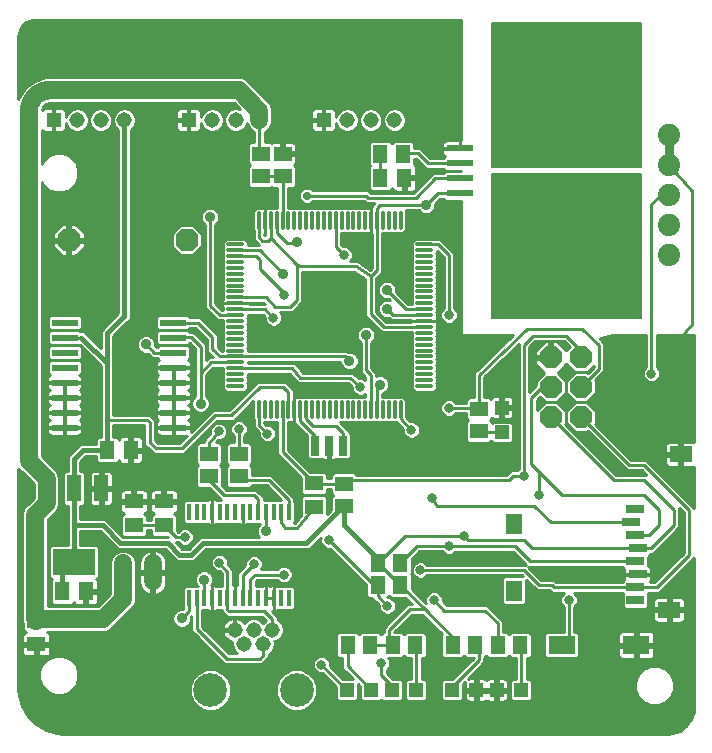
<source format=gtl>
G75*
%MOIN*%
%OFA0B0*%
%FSLAX24Y24*%
%IPPOS*%
%LPD*%
%AMOC8*
5,1,8,0,0,1.08239X$1,22.5*
%
%ADD10C,0.0050*%
%ADD11R,0.0630X0.0512*%
%ADD12R,0.0512X0.0591*%
%ADD13R,0.0512X0.0630*%
%ADD14R,0.0866X0.0236*%
%ADD15C,0.0118*%
%ADD16R,0.0472X0.0472*%
%ADD17OC8,0.0760*%
%ADD18OC8,0.0740*%
%ADD19R,0.0137X0.0550*%
%ADD20R,0.0591X0.0512*%
%ADD21C,0.0515*%
%ADD22C,0.1122*%
%ADD23R,0.0480X0.0880*%
%ADD24R,0.1417X0.0866*%
%ADD25R,0.0551X0.0709*%
%ADD26R,0.0748X0.0551*%
%ADD27R,0.0591X0.0315*%
%ADD28R,0.0515X0.0515*%
%ADD29R,0.0276X0.0669*%
%ADD30C,0.3543*%
%ADD31R,0.0906X0.0630*%
%ADD32C,0.0740*%
%ADD33R,0.0870X0.0240*%
%ADD34C,0.0600*%
%ADD35C,0.0100*%
%ADD36C,0.0317*%
%ADD37C,0.0320*%
%ADD38C,0.0300*%
%ADD39C,0.0356*%
%ADD40C,0.0591*%
%ADD41C,0.0157*%
%ADD42C,0.0150*%
%ADD43C,0.0277*%
D10*
X021275Y019386D02*
X021275Y024189D01*
X026249Y024189D01*
X026249Y019386D01*
X021275Y019386D01*
X021275Y019420D02*
X026249Y019420D01*
X026249Y019468D02*
X021275Y019468D01*
X021275Y019517D02*
X026249Y019517D01*
X026249Y019565D02*
X021275Y019565D01*
X021275Y019614D02*
X026249Y019614D01*
X026249Y019662D02*
X021275Y019662D01*
X021275Y019711D02*
X026249Y019711D01*
X026249Y019759D02*
X021275Y019759D01*
X021275Y019808D02*
X026249Y019808D01*
X026249Y019856D02*
X021275Y019856D01*
X021275Y019905D02*
X026249Y019905D01*
X026249Y019953D02*
X021275Y019953D01*
X021275Y020002D02*
X026249Y020002D01*
X026249Y020050D02*
X021275Y020050D01*
X021275Y020099D02*
X026249Y020099D01*
X026249Y020147D02*
X021275Y020147D01*
X021275Y020196D02*
X026249Y020196D01*
X026249Y020244D02*
X021275Y020244D01*
X021275Y020293D02*
X026249Y020293D01*
X026249Y020341D02*
X021275Y020341D01*
X021275Y020390D02*
X026249Y020390D01*
X026249Y020438D02*
X021275Y020438D01*
X021275Y020487D02*
X026249Y020487D01*
X026249Y020535D02*
X021275Y020535D01*
X021275Y020584D02*
X026249Y020584D01*
X026249Y020632D02*
X021275Y020632D01*
X021275Y020681D02*
X026249Y020681D01*
X026249Y020729D02*
X021275Y020729D01*
X021275Y020778D02*
X026249Y020778D01*
X026249Y020826D02*
X021275Y020826D01*
X021275Y020875D02*
X026249Y020875D01*
X026249Y020923D02*
X021275Y020923D01*
X021275Y020972D02*
X026249Y020972D01*
X026249Y021020D02*
X021275Y021020D01*
X021275Y021069D02*
X026249Y021069D01*
X026249Y021117D02*
X021275Y021117D01*
X021275Y021166D02*
X026249Y021166D01*
X026249Y021214D02*
X021275Y021214D01*
X021275Y021263D02*
X026249Y021263D01*
X026249Y021311D02*
X021275Y021311D01*
X021275Y021360D02*
X026249Y021360D01*
X026249Y021408D02*
X021275Y021408D01*
X021275Y021457D02*
X026249Y021457D01*
X026249Y021505D02*
X021275Y021505D01*
X021275Y021554D02*
X026249Y021554D01*
X026249Y021602D02*
X021275Y021602D01*
X021275Y021651D02*
X026249Y021651D01*
X026249Y021699D02*
X021275Y021699D01*
X021275Y021748D02*
X026249Y021748D01*
X026249Y021796D02*
X021275Y021796D01*
X021275Y021845D02*
X026249Y021845D01*
X026249Y021893D02*
X021275Y021893D01*
X021275Y021942D02*
X026249Y021942D01*
X026249Y021990D02*
X021275Y021990D01*
X021275Y022039D02*
X026249Y022039D01*
X026249Y022087D02*
X021275Y022087D01*
X021275Y022136D02*
X026249Y022136D01*
X026249Y022184D02*
X021275Y022184D01*
X021275Y022233D02*
X026249Y022233D01*
X026249Y022281D02*
X021275Y022281D01*
X021275Y022330D02*
X026249Y022330D01*
X026249Y022378D02*
X021275Y022378D01*
X021275Y022427D02*
X026249Y022427D01*
X026249Y022475D02*
X021275Y022475D01*
X021275Y022524D02*
X026249Y022524D01*
X026249Y022572D02*
X021275Y022572D01*
X021275Y022621D02*
X026249Y022621D01*
X026249Y022669D02*
X021275Y022669D01*
X021275Y022718D02*
X026249Y022718D01*
X026249Y022766D02*
X021275Y022766D01*
X021275Y022815D02*
X026249Y022815D01*
X026249Y022863D02*
X021275Y022863D01*
X021275Y022912D02*
X026249Y022912D01*
X026249Y022960D02*
X021275Y022960D01*
X021275Y023009D02*
X026249Y023009D01*
X026249Y023057D02*
X021275Y023057D01*
X021275Y023106D02*
X026249Y023106D01*
X026249Y023154D02*
X021275Y023154D01*
X021275Y023203D02*
X026249Y023203D01*
X026249Y023251D02*
X021275Y023251D01*
X021275Y023300D02*
X026249Y023300D01*
X026249Y023348D02*
X021275Y023348D01*
X021275Y023397D02*
X026249Y023397D01*
X026249Y023445D02*
X021275Y023445D01*
X021275Y023494D02*
X026249Y023494D01*
X026249Y023542D02*
X021275Y023542D01*
X021275Y023591D02*
X026249Y023591D01*
X026249Y023639D02*
X021275Y023639D01*
X021275Y023688D02*
X026249Y023688D01*
X026249Y023736D02*
X021275Y023736D01*
X021275Y023785D02*
X026249Y023785D01*
X026249Y023833D02*
X021275Y023833D01*
X021275Y023882D02*
X026249Y023882D01*
X026249Y023930D02*
X021275Y023930D01*
X021275Y023979D02*
X026249Y023979D01*
X026249Y024027D02*
X021275Y024027D01*
X021275Y024076D02*
X026249Y024076D01*
X026249Y024124D02*
X021275Y024124D01*
X021275Y024173D02*
X026249Y024173D01*
X026249Y024425D02*
X021275Y024425D01*
X021275Y029228D01*
X026249Y029228D01*
X026249Y024425D01*
X026249Y024464D02*
X021275Y024464D01*
X021275Y024512D02*
X026249Y024512D01*
X026249Y024561D02*
X021275Y024561D01*
X021275Y024609D02*
X026249Y024609D01*
X026249Y024658D02*
X021275Y024658D01*
X021275Y024706D02*
X026249Y024706D01*
X026249Y024755D02*
X021275Y024755D01*
X021275Y024803D02*
X026249Y024803D01*
X026249Y024852D02*
X021275Y024852D01*
X021275Y024900D02*
X026249Y024900D01*
X026249Y024949D02*
X021275Y024949D01*
X021275Y024997D02*
X026249Y024997D01*
X026249Y025046D02*
X021275Y025046D01*
X021275Y025094D02*
X026249Y025094D01*
X026249Y025143D02*
X021275Y025143D01*
X021275Y025191D02*
X026249Y025191D01*
X026249Y025240D02*
X021275Y025240D01*
X021275Y025288D02*
X026249Y025288D01*
X026249Y025337D02*
X021275Y025337D01*
X021275Y025385D02*
X026249Y025385D01*
X026249Y025434D02*
X021275Y025434D01*
X021275Y025482D02*
X026249Y025482D01*
X026249Y025531D02*
X021275Y025531D01*
X021275Y025579D02*
X026249Y025579D01*
X026249Y025628D02*
X021275Y025628D01*
X021275Y025676D02*
X026249Y025676D01*
X026249Y025725D02*
X021275Y025725D01*
X021275Y025773D02*
X026249Y025773D01*
X026249Y025822D02*
X021275Y025822D01*
X021275Y025870D02*
X026249Y025870D01*
X026249Y025919D02*
X021275Y025919D01*
X021275Y025967D02*
X026249Y025967D01*
X026249Y026016D02*
X021275Y026016D01*
X021275Y026064D02*
X026249Y026064D01*
X026249Y026113D02*
X021275Y026113D01*
X021275Y026161D02*
X026249Y026161D01*
X026249Y026210D02*
X021275Y026210D01*
X021275Y026258D02*
X026249Y026258D01*
X026249Y026307D02*
X021275Y026307D01*
X021275Y026355D02*
X026249Y026355D01*
X026249Y026404D02*
X021275Y026404D01*
X021275Y026452D02*
X026249Y026452D01*
X026249Y026501D02*
X021275Y026501D01*
X021275Y026549D02*
X026249Y026549D01*
X026249Y026598D02*
X021275Y026598D01*
X021275Y026646D02*
X026249Y026646D01*
X026249Y026695D02*
X021275Y026695D01*
X021275Y026743D02*
X026249Y026743D01*
X026249Y026792D02*
X021275Y026792D01*
X021275Y026840D02*
X026249Y026840D01*
X026249Y026889D02*
X021275Y026889D01*
X021275Y026937D02*
X026249Y026937D01*
X026249Y026986D02*
X021275Y026986D01*
X021275Y027034D02*
X026249Y027034D01*
X026249Y027083D02*
X021275Y027083D01*
X021275Y027131D02*
X026249Y027131D01*
X026249Y027180D02*
X021275Y027180D01*
X021275Y027228D02*
X026249Y027228D01*
X026249Y027277D02*
X021275Y027277D01*
X021275Y027325D02*
X026249Y027325D01*
X026249Y027374D02*
X021275Y027374D01*
X021275Y027422D02*
X026249Y027422D01*
X026249Y027471D02*
X021275Y027471D01*
X021275Y027519D02*
X026249Y027519D01*
X026249Y027568D02*
X021275Y027568D01*
X021275Y027616D02*
X026249Y027616D01*
X026249Y027665D02*
X021275Y027665D01*
X021275Y027713D02*
X026249Y027713D01*
X026249Y027762D02*
X021275Y027762D01*
X021275Y027810D02*
X026249Y027810D01*
X026249Y027859D02*
X021275Y027859D01*
X021275Y027907D02*
X026249Y027907D01*
X026249Y027956D02*
X021275Y027956D01*
X021275Y028004D02*
X026249Y028004D01*
X026249Y028053D02*
X021275Y028053D01*
X021275Y028101D02*
X026249Y028101D01*
X026249Y028150D02*
X021275Y028150D01*
X021275Y028198D02*
X026249Y028198D01*
X026249Y028247D02*
X021275Y028247D01*
X021275Y028295D02*
X026249Y028295D01*
X026249Y028344D02*
X021275Y028344D01*
X021275Y028392D02*
X026249Y028392D01*
X026249Y028441D02*
X021275Y028441D01*
X021275Y028489D02*
X026249Y028489D01*
X026249Y028538D02*
X021275Y028538D01*
X021275Y028586D02*
X026249Y028586D01*
X026249Y028635D02*
X021275Y028635D01*
X021275Y028683D02*
X026249Y028683D01*
X026249Y028732D02*
X021275Y028732D01*
X021275Y028780D02*
X026249Y028780D01*
X026249Y028829D02*
X021275Y028829D01*
X021275Y028877D02*
X026249Y028877D01*
X026249Y028926D02*
X021275Y028926D01*
X021275Y028974D02*
X026249Y028974D01*
X026249Y029023D02*
X021275Y029023D01*
X021275Y029071D02*
X026249Y029071D01*
X026249Y029120D02*
X021275Y029120D01*
X021275Y029168D02*
X026249Y029168D01*
X026249Y029217D02*
X021275Y029217D01*
D11*
X015333Y013894D03*
X015333Y013106D03*
X010333Y013287D03*
X010333Y012500D03*
X009333Y012500D03*
X009333Y013287D03*
X006081Y009315D03*
X006081Y008528D03*
D12*
X016459Y008500D03*
X017207Y008500D03*
X017959Y008500D03*
X018707Y008500D03*
X019959Y008500D03*
X020707Y008500D03*
X021459Y008500D03*
X022207Y008500D03*
X018207Y010500D03*
X017459Y010500D03*
X017459Y011250D03*
X018207Y011250D03*
X018294Y024870D03*
X017546Y024870D03*
D13*
X017550Y024083D03*
X018337Y024083D03*
X009227Y015000D03*
X008440Y015000D03*
X007723Y010287D03*
X006936Y010287D03*
D14*
X007022Y015750D03*
X007022Y016250D03*
X007022Y016750D03*
X007022Y017250D03*
X007022Y017750D03*
X007022Y018250D03*
X007022Y018750D03*
X007022Y019250D03*
X010644Y019250D03*
X010644Y018750D03*
X010644Y018250D03*
X010644Y017750D03*
X010644Y017250D03*
X010644Y016750D03*
X010644Y016250D03*
X010644Y015750D03*
D15*
X012475Y017138D02*
X012947Y017138D01*
X012947Y017335D02*
X012475Y017335D01*
X012475Y017531D02*
X012947Y017531D01*
X012947Y017728D02*
X012475Y017728D01*
X012475Y017925D02*
X012947Y017925D01*
X012947Y018122D02*
X012475Y018122D01*
X012475Y018319D02*
X012947Y018319D01*
X012947Y018516D02*
X012475Y018516D01*
X012475Y018713D02*
X012947Y018713D01*
X012947Y018909D02*
X012475Y018909D01*
X012475Y019106D02*
X012947Y019106D01*
X012947Y019303D02*
X012475Y019303D01*
X012475Y019500D02*
X012947Y019500D01*
X012947Y019697D02*
X012475Y019697D01*
X012475Y019894D02*
X012947Y019894D01*
X012947Y020091D02*
X012475Y020091D01*
X012475Y020287D02*
X012947Y020287D01*
X012947Y020484D02*
X012475Y020484D01*
X012475Y020681D02*
X012947Y020681D01*
X012947Y020878D02*
X012475Y020878D01*
X012475Y021075D02*
X012947Y021075D01*
X012947Y021272D02*
X012475Y021272D01*
X012475Y021469D02*
X012947Y021469D01*
X012947Y021665D02*
X012475Y021665D01*
X012475Y021862D02*
X012947Y021862D01*
X013499Y022414D02*
X013499Y022886D01*
X013696Y022886D02*
X013696Y022414D01*
X013892Y022414D02*
X013892Y022886D01*
X014089Y022886D02*
X014089Y022414D01*
X014286Y022414D02*
X014286Y022886D01*
X014483Y022886D02*
X014483Y022414D01*
X014680Y022414D02*
X014680Y022886D01*
X014877Y022886D02*
X014877Y022414D01*
X015073Y022414D02*
X015073Y022886D01*
X015270Y022886D02*
X015270Y022414D01*
X015467Y022414D02*
X015467Y022886D01*
X015664Y022886D02*
X015664Y022414D01*
X015861Y022414D02*
X015861Y022886D01*
X016058Y022886D02*
X016058Y022414D01*
X016255Y022414D02*
X016255Y022886D01*
X016451Y022886D02*
X016451Y022414D01*
X016648Y022414D02*
X016648Y022886D01*
X016845Y022886D02*
X016845Y022414D01*
X017042Y022414D02*
X017042Y022886D01*
X017239Y022886D02*
X017239Y022414D01*
X017436Y022414D02*
X017436Y022886D01*
X017633Y022886D02*
X017633Y022414D01*
X017829Y022414D02*
X017829Y022886D01*
X018026Y022886D02*
X018026Y022414D01*
X018223Y022414D02*
X018223Y022886D01*
X018774Y021862D02*
X019246Y021862D01*
X019246Y021665D02*
X018774Y021665D01*
X018774Y021469D02*
X019246Y021469D01*
X019246Y021272D02*
X018774Y021272D01*
X018774Y021075D02*
X019246Y021075D01*
X019246Y020878D02*
X018774Y020878D01*
X018774Y020681D02*
X019246Y020681D01*
X019246Y020484D02*
X018774Y020484D01*
X018774Y020287D02*
X019246Y020287D01*
X019246Y020091D02*
X018774Y020091D01*
X018774Y019894D02*
X019246Y019894D01*
X019246Y019697D02*
X018774Y019697D01*
X018774Y019500D02*
X019246Y019500D01*
X019246Y019303D02*
X018774Y019303D01*
X018774Y019106D02*
X019246Y019106D01*
X019246Y018909D02*
X018774Y018909D01*
X018774Y018713D02*
X019246Y018713D01*
X019246Y018516D02*
X018774Y018516D01*
X018774Y018319D02*
X019246Y018319D01*
X019246Y018122D02*
X018774Y018122D01*
X018774Y017925D02*
X019246Y017925D01*
X019246Y017728D02*
X018774Y017728D01*
X018774Y017531D02*
X019246Y017531D01*
X019246Y017335D02*
X018774Y017335D01*
X018774Y017138D02*
X019246Y017138D01*
X018223Y016586D02*
X018223Y016114D01*
X018026Y016114D02*
X018026Y016586D01*
X017829Y016586D02*
X017829Y016114D01*
X017633Y016114D02*
X017633Y016586D01*
X017436Y016586D02*
X017436Y016114D01*
X017239Y016114D02*
X017239Y016586D01*
X017042Y016586D02*
X017042Y016114D01*
X016845Y016114D02*
X016845Y016586D01*
X016648Y016586D02*
X016648Y016114D01*
X016451Y016114D02*
X016451Y016586D01*
X016255Y016586D02*
X016255Y016114D01*
X016058Y016114D02*
X016058Y016586D01*
X015861Y016586D02*
X015861Y016114D01*
X015664Y016114D02*
X015664Y016586D01*
X015467Y016586D02*
X015467Y016114D01*
X015270Y016114D02*
X015270Y016586D01*
X015073Y016586D02*
X015073Y016114D01*
X014877Y016114D02*
X014877Y016586D01*
X014680Y016586D02*
X014680Y016114D01*
X014483Y016114D02*
X014483Y016586D01*
X014286Y016586D02*
X014286Y016114D01*
X014089Y016114D02*
X014089Y016586D01*
X013892Y016586D02*
X013892Y016114D01*
X013696Y016114D02*
X013696Y016586D01*
X013499Y016586D02*
X013499Y016114D01*
D16*
X021597Y016413D03*
X021597Y015587D03*
X021420Y007000D03*
X020747Y007000D03*
X019920Y007000D03*
X018747Y007000D03*
X017920Y007000D03*
X017247Y007000D03*
X016420Y007000D03*
X022247Y007000D03*
D17*
X011093Y022000D03*
X007156Y022000D03*
D18*
X023233Y018100D03*
X024233Y018100D03*
X024233Y017100D03*
X023233Y017100D03*
X023233Y016100D03*
X024233Y016100D03*
D19*
X014497Y012939D03*
X014241Y012939D03*
X013985Y012939D03*
X013729Y012939D03*
X013473Y012939D03*
X013217Y012939D03*
X012961Y012939D03*
X012705Y012939D03*
X012449Y012939D03*
X012194Y012939D03*
X011938Y012939D03*
X011682Y012939D03*
X011426Y012939D03*
X011170Y012939D03*
X011170Y010061D03*
X011426Y010061D03*
X011682Y010061D03*
X011938Y010061D03*
X012194Y010061D03*
X012449Y010061D03*
X012705Y010061D03*
X012961Y010061D03*
X013217Y010061D03*
X013473Y010061D03*
X013729Y010061D03*
X013985Y010061D03*
X014241Y010061D03*
X014497Y010061D03*
D20*
X016333Y013126D03*
X016333Y013874D03*
X012833Y014126D03*
X011833Y014126D03*
X011833Y014874D03*
X012833Y014874D03*
X020833Y015626D03*
X020833Y016374D03*
X014295Y024126D03*
X013552Y024126D03*
X013552Y024874D03*
X014295Y024874D03*
D21*
X013514Y026000D03*
X012727Y026000D03*
X011940Y026000D03*
X009014Y026000D03*
X008227Y026000D03*
X007440Y026000D03*
X016440Y026000D03*
X017227Y026000D03*
X018014Y026000D03*
X013948Y009008D03*
X013633Y008535D03*
X013318Y009008D03*
X013003Y008535D03*
X012688Y009008D03*
D22*
X011881Y007000D03*
X014755Y007000D03*
D23*
X008243Y013720D03*
X007333Y013720D03*
X006423Y013720D03*
D24*
X007333Y011280D03*
D25*
X021991Y010307D03*
X021991Y012551D03*
D26*
X027168Y009677D03*
X027562Y014854D03*
D27*
X026046Y013020D03*
X025888Y012587D03*
X026046Y012154D03*
X026125Y011720D03*
X026046Y011287D03*
X026125Y010854D03*
X026046Y010421D03*
X026046Y009988D03*
D28*
X015652Y026000D03*
X011152Y026000D03*
X006652Y026000D03*
D29*
X015361Y015150D03*
X015833Y015150D03*
X016306Y015150D03*
D30*
X024231Y021354D03*
X024231Y027260D03*
D31*
X023593Y008500D03*
X026073Y008500D03*
D32*
X027183Y021500D03*
X027183Y022500D03*
X027183Y023500D03*
X027183Y024500D03*
X027183Y025500D03*
D33*
X022257Y025053D03*
X022257Y024553D03*
X022257Y024053D03*
X022257Y023553D03*
X020197Y023553D03*
X020197Y024053D03*
X020197Y024553D03*
X020197Y025053D03*
D34*
X009967Y011221D02*
X009967Y010621D01*
X008967Y010621D02*
X008967Y011221D01*
D35*
X006156Y005796D02*
X027738Y005796D01*
X027750Y005804D02*
X027530Y005644D01*
X027273Y005561D01*
X027137Y005550D01*
X006949Y005550D01*
X006758Y005563D01*
X006388Y005662D01*
X006057Y005853D01*
X005786Y006123D01*
X005595Y006455D01*
X005496Y006824D01*
X005483Y007016D01*
X005483Y014375D01*
X005593Y014265D01*
X005999Y013859D01*
X005999Y013416D01*
X005793Y013209D01*
X005674Y013090D01*
X005609Y012934D01*
X005609Y009278D01*
X005637Y009211D01*
X005637Y009006D01*
X005712Y008930D01*
X005734Y008930D01*
X005708Y008923D01*
X005674Y008903D01*
X005646Y008876D01*
X005626Y008841D01*
X005616Y008803D01*
X005616Y008578D01*
X006031Y008578D01*
X006031Y008478D01*
X006131Y008478D01*
X006131Y008578D01*
X006546Y008578D01*
X006546Y008803D01*
X006535Y008841D01*
X006516Y008876D01*
X006488Y008903D01*
X006453Y008923D01*
X006427Y008930D01*
X006449Y008930D01*
X006457Y008938D01*
X008386Y008938D01*
X008542Y009003D01*
X009207Y009668D01*
X009327Y009787D01*
X009391Y009943D01*
X009391Y010525D01*
X009396Y010536D01*
X009396Y011307D01*
X009331Y011464D01*
X009210Y011585D01*
X009052Y011650D01*
X008882Y011650D01*
X008724Y011585D01*
X008604Y011464D01*
X008538Y011307D01*
X008538Y010536D01*
X008543Y010525D01*
X008543Y010203D01*
X008126Y009786D01*
X006457Y009786D01*
X006457Y012674D01*
X006664Y012881D01*
X006783Y013000D01*
X006847Y013156D01*
X006847Y014119D01*
X006783Y014275D01*
X006664Y014394D01*
X006257Y014801D01*
X006257Y023928D01*
X006282Y023868D01*
X006465Y023685D01*
X006704Y023586D01*
X006963Y023586D01*
X007202Y023685D01*
X007384Y023868D01*
X007483Y024107D01*
X007483Y024366D01*
X007384Y024604D01*
X007202Y024787D01*
X006963Y024886D01*
X006704Y024886D01*
X006465Y024787D01*
X006282Y024604D01*
X006257Y024544D01*
X006257Y025681D01*
X006275Y025650D01*
X006303Y025622D01*
X006337Y025603D01*
X006375Y025593D01*
X006623Y025593D01*
X006623Y025971D01*
X006681Y025971D01*
X006681Y025593D01*
X006929Y025593D01*
X006968Y025603D01*
X007002Y025622D01*
X007030Y025650D01*
X007049Y025685D01*
X007060Y025723D01*
X007060Y025908D01*
X007112Y025781D01*
X007221Y025673D01*
X007363Y025614D01*
X007516Y025614D01*
X007658Y025673D01*
X007767Y025781D01*
X007826Y025923D01*
X007826Y026077D01*
X007767Y026219D01*
X007658Y026327D01*
X007516Y026386D01*
X007363Y026386D01*
X007221Y026327D01*
X007112Y026219D01*
X007060Y026092D01*
X007060Y026277D01*
X007049Y026315D01*
X007030Y026350D01*
X007002Y026378D01*
X006968Y026397D01*
X006929Y026407D01*
X006681Y026407D01*
X006681Y026029D01*
X006623Y026029D01*
X006623Y026407D01*
X006375Y026407D01*
X006337Y026397D01*
X006303Y026378D01*
X006275Y026350D01*
X006260Y026324D01*
X006261Y026337D01*
X006288Y026421D01*
X006340Y026493D01*
X006412Y026545D01*
X006496Y026572D01*
X006540Y026576D01*
X012658Y026576D01*
X012878Y026355D01*
X012804Y026386D01*
X012650Y026386D01*
X012508Y026327D01*
X012400Y026219D01*
X012341Y026077D01*
X012341Y025923D01*
X012400Y025781D01*
X012508Y025673D01*
X012650Y025614D01*
X012804Y025614D01*
X012946Y025673D01*
X013054Y025781D01*
X013100Y025892D01*
X013155Y025760D01*
X013274Y025641D01*
X013336Y025615D01*
X013336Y025259D01*
X013204Y025259D01*
X013128Y025183D01*
X013128Y024565D01*
X013193Y024500D01*
X013128Y024435D01*
X013128Y023817D01*
X013204Y023741D01*
X013901Y023741D01*
X013923Y023764D01*
X013946Y023741D01*
X014107Y023741D01*
X014107Y023074D01*
X014011Y023074D01*
X013991Y023053D01*
X013970Y023074D01*
X013815Y023074D01*
X013805Y023064D01*
X013776Y023081D01*
X013723Y023095D01*
X013696Y023095D01*
X013696Y022650D01*
X013696Y022650D01*
X013696Y023095D01*
X013668Y023095D01*
X013615Y023081D01*
X013586Y023064D01*
X013576Y023074D01*
X013421Y023074D01*
X013311Y022964D01*
X013311Y022336D01*
X013320Y022327D01*
X013320Y022013D01*
X013422Y021910D01*
X013488Y021844D01*
X013135Y021844D01*
X013135Y021940D01*
X013025Y022050D01*
X012397Y022050D01*
X012287Y021940D01*
X012287Y021784D01*
X012308Y021764D01*
X012287Y021743D01*
X012287Y021588D01*
X012308Y021567D01*
X012287Y021546D01*
X012287Y021391D01*
X012308Y021370D01*
X012287Y021349D01*
X012287Y021194D01*
X012308Y021173D01*
X012287Y021153D01*
X012287Y020997D01*
X012308Y020976D01*
X012287Y020956D01*
X012287Y020800D01*
X012308Y020780D01*
X012287Y020759D01*
X012287Y020603D01*
X012308Y020583D01*
X012287Y020562D01*
X012287Y020406D01*
X012308Y020386D01*
X012287Y020365D01*
X012287Y020210D01*
X012308Y020189D01*
X012287Y020168D01*
X012287Y020013D01*
X012297Y020003D01*
X012280Y019974D01*
X012266Y019921D01*
X012266Y019894D01*
X012711Y019894D01*
X012711Y019894D01*
X012266Y019894D01*
X012266Y019866D01*
X012280Y019813D01*
X012297Y019784D01*
X012287Y019775D01*
X012287Y019683D01*
X012258Y019683D01*
X012048Y019893D01*
X012048Y022516D01*
X012129Y022598D01*
X012176Y022711D01*
X012176Y022833D01*
X012129Y022945D01*
X012043Y023032D01*
X011930Y023079D01*
X011808Y023079D01*
X011695Y023032D01*
X011609Y022945D01*
X011562Y022833D01*
X011562Y022711D01*
X011609Y022598D01*
X011690Y022516D01*
X011690Y019745D01*
X011795Y019640D01*
X012110Y019325D01*
X012287Y019325D01*
X012287Y019225D01*
X012308Y019205D01*
X012287Y019184D01*
X012287Y019029D01*
X012308Y019008D01*
X012287Y018987D01*
X012287Y018832D01*
X012308Y018811D01*
X012287Y018790D01*
X012287Y018635D01*
X012308Y018614D01*
X012287Y018594D01*
X012287Y018438D01*
X012308Y018417D01*
X012287Y018397D01*
X012287Y018305D01*
X012257Y018305D01*
X012258Y018305D02*
X012126Y018436D01*
X012126Y018830D01*
X011632Y019324D01*
X011527Y019429D01*
X011199Y019429D01*
X011131Y019497D01*
X010158Y019497D01*
X010083Y019421D01*
X010083Y019079D01*
X010158Y019003D01*
X011131Y019003D01*
X011199Y019071D01*
X011379Y019071D01*
X011769Y018682D01*
X011769Y018288D01*
X011873Y018183D01*
X011953Y018104D01*
X011830Y018104D01*
X011733Y018006D01*
X011733Y018515D01*
X011628Y018620D01*
X011313Y018935D01*
X011193Y018935D01*
X011131Y018997D01*
X010158Y018997D01*
X010083Y018921D01*
X010083Y018579D01*
X010158Y018503D01*
X011131Y018503D01*
X011185Y018557D01*
X011375Y018367D01*
X011375Y016806D01*
X011294Y016725D01*
X011247Y016612D01*
X011247Y016490D01*
X011294Y016377D01*
X011380Y016291D01*
X011493Y016244D01*
X011615Y016244D01*
X011728Y016291D01*
X011814Y016377D01*
X011861Y016490D01*
X011861Y016612D01*
X011814Y016725D01*
X011733Y016806D01*
X011733Y017501D01*
X011978Y017746D01*
X012287Y017746D01*
X012287Y017651D01*
X012308Y017630D01*
X012287Y017609D01*
X012287Y017454D01*
X012308Y017433D01*
X012287Y017412D01*
X012287Y017257D01*
X012308Y017236D01*
X012287Y017216D01*
X012287Y017060D01*
X012397Y016950D01*
X013025Y016950D01*
X013135Y017060D01*
X013135Y017216D01*
X013115Y017236D01*
X013135Y017257D01*
X013135Y017412D01*
X013115Y017433D01*
X013135Y017454D01*
X013135Y017550D01*
X014522Y017550D01*
X014705Y017334D01*
X014705Y017326D01*
X014752Y017279D01*
X014795Y017228D01*
X014803Y017227D01*
X014809Y017221D01*
X014876Y017221D01*
X014942Y017216D01*
X014949Y017221D01*
X016467Y017221D01*
X016595Y017112D01*
X016595Y017043D01*
X016639Y016936D01*
X016720Y016855D01*
X016826Y016811D01*
X016941Y016811D01*
X017044Y016854D01*
X017044Y016774D01*
X016964Y016774D01*
X016944Y016754D01*
X016923Y016774D01*
X016767Y016774D01*
X016747Y016754D01*
X016726Y016774D01*
X016571Y016774D01*
X016550Y016754D01*
X016529Y016774D01*
X016374Y016774D01*
X016353Y016754D01*
X016332Y016774D01*
X016177Y016774D01*
X016156Y016754D01*
X016136Y016774D01*
X015980Y016774D01*
X015959Y016754D01*
X015939Y016774D01*
X015783Y016774D01*
X015762Y016754D01*
X015742Y016774D01*
X015586Y016774D01*
X015566Y016754D01*
X015545Y016774D01*
X015389Y016774D01*
X015369Y016754D01*
X015348Y016774D01*
X015193Y016774D01*
X015172Y016754D01*
X015151Y016774D01*
X014996Y016774D01*
X014975Y016754D01*
X014954Y016774D01*
X014799Y016774D01*
X014789Y016765D01*
X014760Y016781D01*
X014707Y016796D01*
X014680Y016796D01*
X014680Y016350D01*
X014680Y015905D01*
X014698Y015905D01*
X014698Y015883D01*
X015094Y015486D01*
X015094Y014762D01*
X015170Y014687D01*
X015552Y014687D01*
X015582Y014717D01*
X015603Y014695D01*
X015638Y014676D01*
X015676Y014665D01*
X015814Y014665D01*
X015814Y015131D01*
X015852Y015131D01*
X015852Y014665D01*
X015991Y014665D01*
X016029Y014676D01*
X016063Y014695D01*
X016085Y014717D01*
X016115Y014687D01*
X016497Y014687D01*
X016572Y014762D01*
X016572Y015538D01*
X016497Y015613D01*
X016485Y015613D01*
X016485Y015652D01*
X016380Y015756D01*
X016210Y015926D01*
X016332Y015926D01*
X016353Y015947D01*
X016374Y015926D01*
X016529Y015926D01*
X016550Y015947D01*
X016571Y015926D01*
X016726Y015926D01*
X016747Y015947D01*
X016767Y015926D01*
X016923Y015926D01*
X016944Y015947D01*
X016964Y015926D01*
X017120Y015926D01*
X017140Y015947D01*
X017161Y015926D01*
X017317Y015926D01*
X017337Y015947D01*
X017358Y015926D01*
X017513Y015926D01*
X017534Y015947D01*
X017555Y015926D01*
X017710Y015926D01*
X017731Y015947D01*
X017752Y015926D01*
X017907Y015926D01*
X017928Y015947D01*
X017948Y015926D01*
X018075Y015926D01*
X018149Y015853D01*
X018295Y015707D01*
X018295Y015614D01*
X018339Y015508D01*
X018420Y015426D01*
X018526Y015383D01*
X018641Y015383D01*
X018747Y015426D01*
X018828Y015508D01*
X018872Y015614D01*
X018872Y015729D01*
X018828Y015835D01*
X018747Y015916D01*
X018641Y015960D01*
X018547Y015960D01*
X018411Y016096D01*
X018411Y016664D01*
X018301Y016774D01*
X018145Y016774D01*
X018125Y016754D01*
X018104Y016774D01*
X017948Y016774D01*
X017928Y016754D01*
X017907Y016774D01*
X017752Y016774D01*
X017731Y016754D01*
X017710Y016774D01*
X017614Y016774D01*
X017614Y016881D01*
X017712Y016921D01*
X017798Y017007D01*
X017845Y017120D01*
X017845Y017242D01*
X017798Y017355D01*
X017712Y017441D01*
X017599Y017488D01*
X017477Y017488D01*
X017402Y017457D01*
X017402Y017570D01*
X017297Y017675D01*
X017244Y017728D01*
X017244Y018579D01*
X017326Y018661D01*
X017372Y018774D01*
X017372Y018896D01*
X018586Y018896D01*
X018586Y018928D02*
X018586Y018832D01*
X018607Y018811D01*
X018586Y018790D01*
X018586Y018635D01*
X018607Y018614D01*
X018586Y018594D01*
X018586Y018438D01*
X018607Y018417D01*
X018586Y018397D01*
X018586Y018241D01*
X018607Y018220D01*
X018586Y018200D01*
X018586Y018044D01*
X018607Y018024D01*
X018586Y018003D01*
X018586Y017847D01*
X018607Y017827D01*
X018586Y017806D01*
X018586Y017651D01*
X018607Y017630D01*
X018586Y017609D01*
X018586Y017454D01*
X018607Y017433D01*
X018586Y017412D01*
X018586Y017257D01*
X018607Y017236D01*
X018586Y017216D01*
X018586Y017060D01*
X018696Y016950D01*
X019325Y016950D01*
X019435Y017060D01*
X019435Y017216D01*
X019414Y017236D01*
X019435Y017257D01*
X019435Y017412D01*
X019414Y017433D01*
X019435Y017454D01*
X019435Y017609D01*
X019414Y017630D01*
X019435Y017651D01*
X019435Y017806D01*
X019414Y017827D01*
X019435Y017847D01*
X019435Y018003D01*
X019414Y018024D01*
X019435Y018044D01*
X019435Y018200D01*
X019414Y018220D01*
X019435Y018241D01*
X019435Y018397D01*
X019414Y018417D01*
X019435Y018438D01*
X019435Y018594D01*
X019414Y018614D01*
X019435Y018635D01*
X019435Y018790D01*
X019414Y018811D01*
X019435Y018832D01*
X019435Y018987D01*
X019414Y019008D01*
X019435Y019029D01*
X019435Y019184D01*
X019425Y019194D01*
X019442Y019222D01*
X019456Y019276D01*
X019456Y019303D01*
X019011Y019303D01*
X019011Y019303D01*
X019456Y019303D01*
X019456Y019331D01*
X019442Y019384D01*
X019425Y019413D01*
X019435Y019422D01*
X019435Y019578D01*
X019414Y019598D01*
X019435Y019619D01*
X019435Y019775D01*
X019414Y019795D01*
X019435Y019816D01*
X019435Y019971D01*
X019414Y019992D01*
X019435Y020013D01*
X019435Y020168D01*
X019414Y020189D01*
X019435Y020210D01*
X019435Y020365D01*
X019414Y020386D01*
X019435Y020406D01*
X019435Y020562D01*
X019414Y020583D01*
X019435Y020603D01*
X019435Y020759D01*
X019414Y020780D01*
X019435Y020800D01*
X019435Y020956D01*
X019414Y020976D01*
X019435Y020997D01*
X019435Y021153D01*
X019414Y021173D01*
X019435Y021194D01*
X019435Y021349D01*
X019414Y021370D01*
X019435Y021391D01*
X019435Y021546D01*
X019414Y021567D01*
X019435Y021588D01*
X019435Y021646D01*
X019655Y021426D01*
X019655Y019730D01*
X019589Y019664D01*
X019545Y019557D01*
X019545Y019443D01*
X019589Y019336D01*
X019670Y019255D01*
X019776Y019211D01*
X019891Y019211D01*
X019997Y019255D01*
X020078Y019336D01*
X020122Y019443D01*
X020122Y019557D01*
X020078Y019664D01*
X020012Y019730D01*
X020012Y021574D01*
X019907Y021679D01*
X019545Y022041D01*
X019334Y022041D01*
X019325Y022050D01*
X018696Y022050D01*
X018586Y021940D01*
X018586Y021784D01*
X018607Y021764D01*
X018586Y021743D01*
X018586Y021588D01*
X018607Y021567D01*
X018586Y021546D01*
X018586Y021391D01*
X018607Y021370D01*
X018586Y021349D01*
X018586Y021194D01*
X018607Y021173D01*
X018586Y021153D01*
X018586Y020997D01*
X018607Y020976D01*
X018586Y020956D01*
X018586Y020800D01*
X018607Y020780D01*
X018586Y020759D01*
X018586Y020603D01*
X018607Y020583D01*
X018586Y020562D01*
X018586Y020406D01*
X018607Y020386D01*
X018586Y020365D01*
X018586Y020210D01*
X018607Y020189D01*
X018586Y020168D01*
X018586Y020013D01*
X018607Y019992D01*
X018586Y019971D01*
X018586Y019876D01*
X018482Y019876D01*
X018081Y020277D01*
X018081Y020392D01*
X018034Y020505D01*
X017948Y020591D01*
X017835Y020638D01*
X017713Y020638D01*
X017600Y020591D01*
X017514Y020505D01*
X017467Y020392D01*
X017467Y020270D01*
X017514Y020157D01*
X017600Y020071D01*
X017713Y020024D01*
X017828Y020024D01*
X017851Y020001D01*
X017835Y020008D01*
X017713Y020008D01*
X017600Y019961D01*
X017514Y019875D01*
X017467Y019762D01*
X017467Y019640D01*
X017514Y019527D01*
X017600Y019441D01*
X017713Y019394D01*
X017828Y019394D01*
X017901Y019321D01*
X018565Y019321D01*
X018565Y019303D01*
X018565Y019285D01*
X017734Y019285D01*
X017402Y019617D01*
X017402Y020712D01*
X017614Y020924D01*
X017614Y022226D01*
X017710Y022226D01*
X017731Y022246D01*
X017752Y022226D01*
X017907Y022226D01*
X017928Y022246D01*
X017948Y022226D01*
X018104Y022226D01*
X018125Y022246D01*
X018145Y022226D01*
X018301Y022226D01*
X018411Y022336D01*
X018411Y022964D01*
X018388Y022987D01*
X018818Y022987D01*
X018900Y022905D01*
X019012Y022859D01*
X019135Y022859D01*
X019247Y022905D01*
X019334Y022992D01*
X019380Y023104D01*
X019380Y023219D01*
X019535Y023374D01*
X019639Y023374D01*
X019709Y023304D01*
X020223Y023304D01*
X020223Y018850D01*
X021970Y018850D01*
X020761Y017679D01*
X020759Y017679D01*
X020708Y017627D01*
X020656Y017577D01*
X020656Y017575D01*
X020655Y017574D01*
X020655Y017501D01*
X020653Y017429D01*
X020655Y017428D01*
X020655Y016759D01*
X020485Y016759D01*
X020409Y016683D01*
X020409Y016579D01*
X020063Y016579D01*
X019997Y016645D01*
X019891Y016689D01*
X019776Y016689D01*
X019670Y016645D01*
X019589Y016564D01*
X019545Y016457D01*
X019545Y016343D01*
X019589Y016236D01*
X019670Y016155D01*
X019776Y016111D01*
X019891Y016111D01*
X019997Y016155D01*
X020063Y016221D01*
X020409Y016221D01*
X020409Y016065D01*
X020474Y016000D01*
X020409Y015935D01*
X020409Y015317D01*
X020485Y015241D01*
X021182Y015241D01*
X021235Y015294D01*
X021308Y015222D01*
X021887Y015222D01*
X021962Y015297D01*
X021962Y015876D01*
X021887Y015952D01*
X021308Y015952D01*
X021257Y015901D01*
X021257Y015935D01*
X021193Y016000D01*
X021257Y016065D01*
X021257Y016069D01*
X021269Y016057D01*
X021303Y016037D01*
X021341Y016027D01*
X021547Y016027D01*
X021547Y016363D01*
X021647Y016363D01*
X021647Y016027D01*
X021853Y016027D01*
X021891Y016037D01*
X021925Y016057D01*
X021953Y016085D01*
X021973Y016119D01*
X021983Y016157D01*
X021983Y016363D01*
X021647Y016363D01*
X021647Y016463D01*
X021983Y016463D01*
X021983Y016669D01*
X021973Y016708D01*
X021953Y016742D01*
X021925Y016770D01*
X021891Y016789D01*
X021853Y016800D01*
X021647Y016800D01*
X021647Y016463D01*
X021547Y016463D01*
X021547Y016800D01*
X021341Y016800D01*
X021303Y016789D01*
X021269Y016770D01*
X021241Y016742D01*
X021225Y016715D01*
X021182Y016759D01*
X021012Y016759D01*
X021012Y017424D01*
X022155Y018531D01*
X022155Y014380D01*
X022104Y014329D01*
X021909Y014329D01*
X021805Y014224D01*
X021759Y014179D01*
X016757Y014179D01*
X016757Y014183D01*
X016682Y014259D01*
X015985Y014259D01*
X015909Y014183D01*
X015909Y014053D01*
X015777Y014053D01*
X015777Y014203D01*
X015702Y014278D01*
X015201Y014278D01*
X014465Y015015D01*
X014465Y015926D01*
X014561Y015926D01*
X014570Y015936D01*
X014599Y015919D01*
X014652Y015905D01*
X014680Y015905D01*
X014680Y016350D01*
X014680Y016350D01*
X014680Y016350D01*
X014680Y016796D01*
X014662Y016796D01*
X014662Y017003D01*
X014488Y017176D01*
X014384Y017281D01*
X013448Y017281D01*
X012503Y016336D01*
X011952Y016336D01*
X011227Y015611D01*
X011227Y015612D01*
X011227Y015741D01*
X010653Y015741D01*
X010653Y015482D01*
X011097Y015482D01*
X011098Y015482D01*
X010850Y015234D01*
X010132Y015234D01*
X010040Y015326D01*
X010040Y015995D01*
X009961Y016074D01*
X009856Y016179D01*
X008647Y016179D01*
X008647Y018808D01*
X009100Y019261D01*
X009100Y019261D01*
X009222Y019383D01*
X009222Y025668D01*
X009233Y025673D01*
X009342Y025781D01*
X009401Y025923D01*
X009401Y026077D01*
X009342Y026219D01*
X009233Y026327D01*
X009091Y026386D01*
X008938Y026386D01*
X008796Y026327D01*
X008687Y026219D01*
X008628Y026077D01*
X008628Y025923D01*
X008687Y025781D01*
X008796Y025673D01*
X008807Y025668D01*
X008807Y019554D01*
X008232Y018980D01*
X008232Y018395D01*
X007669Y018957D01*
X007548Y018957D01*
X007509Y018997D01*
X006536Y018997D01*
X006460Y018921D01*
X006460Y018579D01*
X006536Y018503D01*
X007509Y018503D01*
X007523Y018517D01*
X008232Y017808D01*
X008232Y015444D01*
X008130Y015444D01*
X008055Y015368D01*
X008055Y015207D01*
X007547Y015207D01*
X007247Y014907D01*
X007126Y014786D01*
X007126Y014289D01*
X007040Y014289D01*
X006965Y014213D01*
X006965Y013227D01*
X007040Y013151D01*
X007126Y013151D01*
X007126Y011842D01*
X006571Y011842D01*
X006496Y011766D01*
X006496Y010794D01*
X006571Y010718D01*
X006613Y010718D01*
X006551Y010656D01*
X006551Y009919D01*
X006626Y009844D01*
X007245Y009844D01*
X007320Y009919D01*
X007320Y009941D01*
X007327Y009915D01*
X007347Y009880D01*
X007375Y009852D01*
X007409Y009833D01*
X007447Y009822D01*
X007673Y009822D01*
X007673Y010237D01*
X007773Y010237D01*
X007773Y009822D01*
X007999Y009822D01*
X008037Y009833D01*
X008071Y009852D01*
X008099Y009880D01*
X008119Y009915D01*
X008129Y009953D01*
X008129Y010237D01*
X007773Y010237D01*
X007773Y010337D01*
X008129Y010337D01*
X008129Y010622D01*
X008538Y010622D01*
X008538Y010721D02*
X008098Y010721D01*
X008095Y010718D02*
X008171Y010794D01*
X008171Y011766D01*
X008095Y011842D01*
X007541Y011842D01*
X007541Y012289D01*
X008200Y012289D01*
X008791Y011698D01*
X010366Y011698D01*
X010759Y011304D01*
X011331Y011304D01*
X011452Y011426D01*
X011719Y011692D01*
X014765Y011686D01*
X014851Y011686D01*
X014937Y011686D01*
X015163Y011686D01*
X015285Y011808D01*
X015285Y011813D01*
X015556Y012084D01*
X015545Y012057D01*
X015545Y011943D01*
X015589Y011836D01*
X015670Y011755D01*
X015776Y011711D01*
X015869Y011711D01*
X017075Y010506D01*
X017075Y010151D01*
X017150Y010076D01*
X017281Y010076D01*
X017281Y010050D01*
X017385Y009945D01*
X017495Y009836D01*
X017495Y009743D01*
X017539Y009636D01*
X017620Y009555D01*
X017726Y009511D01*
X017841Y009511D01*
X017947Y009555D01*
X018028Y009636D01*
X018072Y009743D01*
X018072Y009857D01*
X018028Y009964D01*
X017947Y010045D01*
X017841Y010089D01*
X017781Y010089D01*
X017833Y010141D01*
X017898Y010076D01*
X018379Y010076D01*
X018589Y009866D01*
X018446Y009866D01*
X018342Y009761D01*
X017655Y009074D01*
X017655Y008924D01*
X017650Y008924D01*
X017583Y008857D01*
X017517Y008924D01*
X016898Y008924D01*
X016833Y008859D01*
X016769Y008924D01*
X016150Y008924D01*
X016075Y008849D01*
X014300Y008849D01*
X014275Y008789D02*
X014334Y008931D01*
X014334Y009085D01*
X014275Y009227D01*
X014166Y009335D01*
X014126Y009352D01*
X014126Y009428D01*
X014022Y009533D01*
X013919Y009636D01*
X013985Y009636D01*
X014073Y009636D01*
X014111Y009646D01*
X014130Y009657D01*
X014363Y009657D01*
X014369Y009663D01*
X014375Y009657D01*
X014619Y009657D01*
X014694Y009732D01*
X014694Y010389D01*
X014619Y010464D01*
X014375Y010464D01*
X014369Y010458D01*
X014363Y010464D01*
X014130Y010464D01*
X014111Y010475D01*
X014073Y010486D01*
X013985Y010486D01*
X013985Y010061D01*
X013985Y010061D01*
X013985Y010486D01*
X013897Y010486D01*
X013859Y010475D01*
X013857Y010475D01*
X013855Y010475D01*
X013817Y010486D01*
X013729Y010486D01*
X013641Y010486D01*
X013603Y010475D01*
X013583Y010464D01*
X013396Y010464D01*
X013396Y010621D01*
X013446Y010671D01*
X014104Y010671D01*
X014170Y010605D01*
X014276Y010561D01*
X014391Y010561D01*
X014497Y010605D01*
X014578Y010686D01*
X014622Y010793D01*
X014622Y010907D01*
X014578Y011014D01*
X014497Y011095D01*
X014391Y011139D01*
X014276Y011139D01*
X014170Y011095D01*
X014104Y011029D01*
X013570Y011029D01*
X013578Y011036D01*
X013622Y011143D01*
X013622Y011257D01*
X013578Y011364D01*
X013497Y011445D01*
X013391Y011489D01*
X013276Y011489D01*
X013170Y011445D01*
X013089Y011364D01*
X013045Y011257D01*
X013045Y011164D01*
X012783Y010902D01*
X012783Y010486D01*
X012705Y010486D01*
X012628Y010486D01*
X012628Y010926D01*
X012634Y010992D01*
X012628Y010999D01*
X012628Y011008D01*
X012581Y011055D01*
X012470Y011187D01*
X012472Y011193D01*
X012472Y011307D01*
X012428Y011414D01*
X012347Y011495D01*
X012241Y011539D01*
X012126Y011539D01*
X012020Y011495D01*
X011939Y011414D01*
X011895Y011307D01*
X011895Y011193D01*
X011939Y011086D01*
X012020Y011005D01*
X012126Y010961D01*
X012193Y010961D01*
X012271Y010869D01*
X012271Y010464D01*
X012083Y010464D01*
X012064Y010475D01*
X012026Y010486D01*
X011938Y010486D01*
X011938Y010061D01*
X011938Y010061D01*
X011938Y010486D01*
X011906Y010486D01*
X011932Y010511D01*
X011979Y010624D01*
X011979Y010746D01*
X011932Y010859D01*
X011846Y010945D01*
X011733Y010992D01*
X011611Y010992D01*
X011498Y010945D01*
X011412Y010859D01*
X011365Y010746D01*
X011365Y010624D01*
X011412Y010511D01*
X011459Y010464D01*
X011304Y010464D01*
X011298Y010458D01*
X011292Y010464D01*
X011048Y010464D01*
X010973Y010389D01*
X010973Y009732D01*
X010981Y009724D01*
X010981Y009696D01*
X010978Y009693D01*
X010863Y009693D01*
X010750Y009646D01*
X010664Y009560D01*
X010617Y009447D01*
X010617Y009325D01*
X010664Y009212D01*
X010750Y009126D01*
X010863Y009079D01*
X010985Y009079D01*
X011098Y009126D01*
X011184Y009212D01*
X011231Y009325D01*
X011231Y009440D01*
X011247Y009440D01*
X011231Y009440D02*
X011247Y009456D01*
X011247Y008967D01*
X011352Y008863D01*
X012346Y007869D01*
X013596Y007869D01*
X013701Y007973D01*
X013819Y008091D01*
X013819Y008195D01*
X013851Y008208D01*
X013960Y008317D01*
X014019Y008459D01*
X014019Y008612D01*
X014015Y008622D01*
X014024Y008622D01*
X014166Y008680D01*
X014275Y008789D01*
X014236Y008751D02*
X016075Y008751D01*
X016075Y008849D02*
X016075Y008151D01*
X016150Y008076D01*
X016281Y008076D01*
X016281Y007713D01*
X016385Y007609D01*
X016385Y007609D01*
X016629Y007365D01*
X016308Y007365D01*
X015872Y007801D01*
X015872Y007907D01*
X015828Y008014D01*
X015747Y008095D01*
X015641Y008139D01*
X015526Y008139D01*
X015420Y008095D01*
X015339Y008014D01*
X015295Y007907D01*
X015295Y007793D01*
X015339Y007686D01*
X015420Y007605D01*
X015526Y007561D01*
X015606Y007561D01*
X016055Y007112D01*
X016055Y006710D01*
X016130Y006635D01*
X016709Y006635D01*
X016785Y006710D01*
X016785Y007209D01*
X016882Y007112D01*
X016882Y006710D01*
X016957Y006635D01*
X017536Y006635D01*
X017583Y006682D01*
X017583Y006682D01*
X017630Y006635D01*
X018209Y006635D01*
X018285Y006710D01*
X018285Y007290D01*
X018209Y007365D01*
X017958Y007365D01*
X017762Y007561D01*
X017762Y007670D01*
X017828Y007736D01*
X017872Y007843D01*
X017872Y007957D01*
X017828Y008064D01*
X017816Y008076D01*
X018269Y008076D01*
X018333Y008141D01*
X018398Y008076D01*
X018568Y008076D01*
X018568Y007365D01*
X018457Y007365D01*
X018382Y007290D01*
X018382Y006710D01*
X018457Y006635D01*
X019036Y006635D01*
X019112Y006710D01*
X019112Y007290D01*
X019036Y007365D01*
X018925Y007365D01*
X018925Y008076D01*
X019017Y008076D01*
X019092Y008151D01*
X019092Y008849D01*
X019017Y008924D01*
X018398Y008924D01*
X018333Y008859D01*
X018269Y008924D01*
X018012Y008924D01*
X018012Y008926D01*
X018594Y009508D01*
X018946Y009508D01*
X019590Y008864D01*
X019575Y008849D01*
X019092Y008849D01*
X019092Y008751D02*
X019575Y008751D01*
X019575Y008849D02*
X019575Y008151D01*
X019650Y008076D01*
X020269Y008076D01*
X020333Y008141D01*
X020398Y008076D01*
X020655Y008076D01*
X020655Y008074D01*
X019946Y007365D01*
X019630Y007365D01*
X019555Y007290D01*
X019555Y006710D01*
X019630Y006635D01*
X020209Y006635D01*
X020285Y006710D01*
X020285Y007199D01*
X020367Y007281D01*
X020360Y007256D01*
X020360Y007050D01*
X020697Y007050D01*
X020697Y007386D01*
X020491Y007386D01*
X020466Y007379D01*
X021012Y007926D01*
X021012Y008076D01*
X021017Y008076D01*
X021083Y008143D01*
X021150Y008076D01*
X021769Y008076D01*
X021833Y008141D01*
X021898Y008076D01*
X022068Y008076D01*
X022068Y007365D01*
X021957Y007365D01*
X021882Y007290D01*
X021882Y006710D01*
X021957Y006635D01*
X022536Y006635D01*
X022612Y006710D01*
X022612Y007290D01*
X022536Y007365D01*
X022425Y007365D01*
X022425Y008076D01*
X022517Y008076D01*
X022592Y008151D01*
X022592Y008849D01*
X022517Y008924D01*
X021898Y008924D01*
X021833Y008859D01*
X021769Y008924D01*
X021638Y008924D01*
X021638Y009298D01*
X021533Y009403D01*
X021107Y009829D01*
X019757Y009829D01*
X019622Y009964D01*
X019622Y010057D01*
X019578Y010164D01*
X019497Y010245D01*
X019391Y010289D01*
X019276Y010289D01*
X019170Y010245D01*
X019089Y010164D01*
X019045Y010057D01*
X019045Y009943D01*
X019064Y009896D01*
X018592Y010368D01*
X018592Y010849D01*
X018566Y010875D01*
X018592Y010901D01*
X018592Y011382D01*
X018831Y011621D01*
X019604Y011621D01*
X019670Y011555D01*
X019776Y011511D01*
X019891Y011511D01*
X019997Y011555D01*
X020050Y011609D01*
X021972Y011609D01*
X022367Y011213D01*
X022402Y011179D01*
X019113Y011179D01*
X019047Y011245D01*
X018941Y011289D01*
X018826Y011289D01*
X018720Y011245D01*
X018639Y011164D01*
X018595Y011057D01*
X018595Y010943D01*
X018639Y010836D01*
X018720Y010755D01*
X018826Y010711D01*
X018941Y010711D01*
X019047Y010755D01*
X019113Y010821D01*
X022259Y010821D01*
X022290Y010790D01*
X021662Y010790D01*
X021586Y010715D01*
X021586Y009899D01*
X021662Y009824D01*
X022320Y009824D01*
X022395Y009899D01*
X022395Y010685D01*
X022655Y010426D01*
X022759Y010321D01*
X023181Y010321D01*
X023259Y010243D01*
X023668Y010243D01*
X023589Y010164D01*
X023545Y010057D01*
X023545Y009943D01*
X023589Y009836D01*
X023655Y009770D01*
X023655Y008944D01*
X023087Y008944D01*
X023012Y008868D01*
X023012Y008132D01*
X023087Y008056D01*
X024099Y008056D01*
X024175Y008132D01*
X024175Y008868D01*
X024099Y008944D01*
X024012Y008944D01*
X024012Y009770D01*
X024078Y009836D01*
X024122Y009943D01*
X024122Y010057D01*
X024078Y010164D01*
X023999Y010243D01*
X025622Y010243D01*
X025622Y010210D01*
X025628Y010205D01*
X025622Y010199D01*
X025622Y009777D01*
X025697Y009702D01*
X026395Y009702D01*
X026470Y009777D01*
X026470Y010199D01*
X026464Y010205D01*
X026470Y010210D01*
X026470Y010243D01*
X026829Y010243D01*
X026933Y010347D01*
X026933Y010347D01*
X028003Y011417D01*
X028003Y006416D01*
X027993Y006281D01*
X027909Y006023D01*
X027750Y005804D01*
X027815Y005894D02*
X006016Y005894D01*
X005917Y005993D02*
X027887Y005993D01*
X027931Y006091D02*
X005819Y006091D01*
X005748Y006190D02*
X027963Y006190D01*
X027993Y006288D02*
X005691Y006288D01*
X005634Y006387D02*
X011559Y006387D01*
X011490Y006415D02*
X011743Y006310D01*
X012018Y006310D01*
X012271Y006415D01*
X012465Y006609D01*
X012570Y006863D01*
X012570Y007137D01*
X012465Y007391D01*
X012271Y007585D01*
X012018Y007690D01*
X011743Y007690D01*
X011490Y007585D01*
X011296Y007391D01*
X011191Y007137D01*
X011191Y006863D01*
X011296Y006609D01*
X011490Y006415D01*
X011420Y006485D02*
X005587Y006485D01*
X005560Y006584D02*
X011322Y006584D01*
X011266Y006682D02*
X005534Y006682D01*
X005508Y006781D02*
X011225Y006781D01*
X011191Y006879D02*
X007033Y006879D01*
X006963Y006850D02*
X007202Y006949D01*
X007384Y007132D01*
X007483Y007371D01*
X007483Y007629D01*
X007384Y007868D01*
X007202Y008051D01*
X006963Y008150D01*
X006704Y008150D01*
X006465Y008051D01*
X006282Y007868D01*
X006183Y007629D01*
X006183Y007371D01*
X006282Y007132D01*
X006465Y006949D01*
X006704Y006850D01*
X006963Y006850D01*
X007230Y006978D02*
X011191Y006978D01*
X011191Y007076D02*
X007329Y007076D01*
X007402Y007175D02*
X011206Y007175D01*
X011247Y007273D02*
X007443Y007273D01*
X007483Y007372D02*
X011288Y007372D01*
X011375Y007470D02*
X007483Y007470D01*
X007483Y007569D02*
X011474Y007569D01*
X011688Y007667D02*
X007468Y007667D01*
X007427Y007766D02*
X015306Y007766D01*
X015295Y007864D02*
X007386Y007864D01*
X007290Y007963D02*
X012252Y007963D01*
X012153Y008061D02*
X007177Y008061D01*
X006535Y008214D02*
X006546Y008252D01*
X006546Y008478D01*
X006131Y008478D01*
X006131Y008122D01*
X006415Y008122D01*
X006453Y008132D01*
X006488Y008152D01*
X006516Y008180D01*
X006535Y008214D01*
X006546Y008258D02*
X011956Y008258D01*
X011858Y008357D02*
X006546Y008357D01*
X006546Y008455D02*
X011759Y008455D01*
X011661Y008554D02*
X006131Y008554D01*
X006131Y008455D02*
X006031Y008455D01*
X006031Y008478D02*
X006031Y008122D01*
X005746Y008122D01*
X005708Y008132D01*
X005674Y008152D01*
X005646Y008180D01*
X005626Y008214D01*
X005616Y008252D01*
X005616Y008478D01*
X006031Y008478D01*
X006031Y008554D02*
X005483Y008554D01*
X005483Y008652D02*
X005616Y008652D01*
X005616Y008751D02*
X005483Y008751D01*
X005483Y008849D02*
X005630Y008849D01*
X005695Y008948D02*
X005483Y008948D01*
X005483Y009046D02*
X005637Y009046D01*
X005637Y009145D02*
X005483Y009145D01*
X005483Y009243D02*
X005624Y009243D01*
X005609Y009342D02*
X005483Y009342D01*
X005483Y009440D02*
X005609Y009440D01*
X005609Y009539D02*
X005483Y009539D01*
X005483Y009637D02*
X005609Y009637D01*
X005609Y009736D02*
X005483Y009736D01*
X005483Y009834D02*
X005609Y009834D01*
X005609Y009933D02*
X005483Y009933D01*
X005483Y010031D02*
X005609Y010031D01*
X005609Y010130D02*
X005483Y010130D01*
X005483Y010228D02*
X005609Y010228D01*
X005609Y010327D02*
X005483Y010327D01*
X005483Y010425D02*
X005609Y010425D01*
X005609Y010524D02*
X005483Y010524D01*
X005483Y010622D02*
X005609Y010622D01*
X005609Y010721D02*
X005483Y010721D01*
X005483Y010819D02*
X005609Y010819D01*
X005609Y010918D02*
X005483Y010918D01*
X005483Y011016D02*
X005609Y011016D01*
X005609Y011115D02*
X005483Y011115D01*
X005483Y011213D02*
X005609Y011213D01*
X005609Y011312D02*
X005483Y011312D01*
X005483Y011410D02*
X005609Y011410D01*
X005609Y011509D02*
X005483Y011509D01*
X005483Y011607D02*
X005609Y011607D01*
X005609Y011706D02*
X005483Y011706D01*
X005483Y011804D02*
X005609Y011804D01*
X005609Y011903D02*
X005483Y011903D01*
X005483Y012001D02*
X005609Y012001D01*
X005609Y012100D02*
X005483Y012100D01*
X005483Y012198D02*
X005609Y012198D01*
X005609Y012297D02*
X005483Y012297D01*
X005483Y012395D02*
X005609Y012395D01*
X005609Y012494D02*
X005483Y012494D01*
X005483Y012592D02*
X005609Y012592D01*
X005609Y012691D02*
X005483Y012691D01*
X005483Y012789D02*
X005609Y012789D01*
X005609Y012888D02*
X005483Y012888D01*
X005483Y012986D02*
X005631Y012986D01*
X005672Y013085D02*
X005483Y013085D01*
X005483Y013183D02*
X005767Y013183D01*
X005793Y013209D02*
X005793Y013209D01*
X005865Y013282D02*
X005483Y013282D01*
X005483Y013380D02*
X005964Y013380D01*
X005999Y013479D02*
X005483Y013479D01*
X005483Y013577D02*
X005999Y013577D01*
X005999Y013676D02*
X005483Y013676D01*
X005483Y013774D02*
X005999Y013774D01*
X005986Y013873D02*
X005483Y013873D01*
X005483Y013971D02*
X005888Y013971D01*
X005789Y014070D02*
X005483Y014070D01*
X005483Y014168D02*
X005691Y014168D01*
X005593Y014265D02*
X005593Y014265D01*
X005592Y014267D02*
X005483Y014267D01*
X005483Y014365D02*
X005494Y014365D01*
X006299Y014759D02*
X007126Y014759D01*
X007126Y014661D02*
X006397Y014661D01*
X006496Y014562D02*
X007126Y014562D01*
X007126Y014464D02*
X006594Y014464D01*
X006693Y014365D02*
X007126Y014365D01*
X007018Y014267D02*
X006786Y014267D01*
X006827Y014168D02*
X006965Y014168D01*
X006965Y014070D02*
X006847Y014070D01*
X006847Y013971D02*
X006965Y013971D01*
X006965Y013873D02*
X006847Y013873D01*
X006847Y013774D02*
X006965Y013774D01*
X006965Y013676D02*
X006847Y013676D01*
X006847Y013577D02*
X006965Y013577D01*
X006965Y013479D02*
X006847Y013479D01*
X006847Y013380D02*
X006965Y013380D01*
X006965Y013282D02*
X006847Y013282D01*
X006847Y013183D02*
X007008Y013183D01*
X007126Y013085D02*
X006818Y013085D01*
X006769Y012986D02*
X007126Y012986D01*
X007126Y012888D02*
X006670Y012888D01*
X006572Y012789D02*
X007126Y012789D01*
X007126Y012691D02*
X006473Y012691D01*
X006457Y012592D02*
X007126Y012592D01*
X007126Y012494D02*
X006457Y012494D01*
X006457Y012395D02*
X007126Y012395D01*
X007126Y012297D02*
X006457Y012297D01*
X006457Y012198D02*
X007126Y012198D01*
X007126Y012100D02*
X006457Y012100D01*
X006457Y012001D02*
X007126Y012001D01*
X007126Y011903D02*
X006457Y011903D01*
X006457Y011804D02*
X006534Y011804D01*
X006496Y011706D02*
X006457Y011706D01*
X006457Y011607D02*
X006496Y011607D01*
X006496Y011509D02*
X006457Y011509D01*
X006457Y011410D02*
X006496Y011410D01*
X006496Y011312D02*
X006457Y011312D01*
X006457Y011213D02*
X006496Y011213D01*
X006496Y011115D02*
X006457Y011115D01*
X006457Y011016D02*
X006496Y011016D01*
X006496Y010918D02*
X006457Y010918D01*
X006457Y010819D02*
X006496Y010819D01*
X006457Y010721D02*
X006569Y010721D01*
X006551Y010622D02*
X006457Y010622D01*
X006457Y010524D02*
X006551Y010524D01*
X006551Y010425D02*
X006457Y010425D01*
X006457Y010327D02*
X006551Y010327D01*
X006551Y010228D02*
X006457Y010228D01*
X006457Y010130D02*
X006551Y010130D01*
X006551Y010031D02*
X006457Y010031D01*
X006457Y009933D02*
X006551Y009933D01*
X006457Y009834D02*
X007407Y009834D01*
X007323Y009933D02*
X007320Y009933D01*
X007673Y009933D02*
X007773Y009933D01*
X007773Y010031D02*
X007673Y010031D01*
X007673Y010130D02*
X007773Y010130D01*
X007773Y010228D02*
X007673Y010228D01*
X007773Y010327D02*
X008543Y010327D01*
X008543Y010425D02*
X008129Y010425D01*
X008129Y010524D02*
X008543Y010524D01*
X008538Y010819D02*
X008171Y010819D01*
X008171Y010918D02*
X008538Y010918D01*
X008538Y011016D02*
X008171Y011016D01*
X008171Y011115D02*
X008538Y011115D01*
X008538Y011213D02*
X008171Y011213D01*
X008171Y011312D02*
X008541Y011312D01*
X008581Y011410D02*
X008171Y011410D01*
X008171Y011509D02*
X008648Y011509D01*
X008778Y011607D02*
X008171Y011607D01*
X008171Y011706D02*
X008783Y011706D01*
X008685Y011804D02*
X008133Y011804D01*
X008389Y012100D02*
X007541Y012100D01*
X007541Y012198D02*
X008291Y012198D01*
X008488Y012001D02*
X007541Y012001D01*
X007541Y011903D02*
X008586Y011903D01*
X008878Y012198D02*
X008890Y012198D01*
X008890Y012191D02*
X008965Y012115D01*
X009702Y012115D01*
X009777Y012191D01*
X009777Y012321D01*
X009890Y012321D01*
X009890Y012191D01*
X009965Y012115D01*
X010465Y012115D01*
X010468Y012113D01*
X008963Y012113D01*
X008494Y012582D01*
X008372Y012704D01*
X007541Y012704D01*
X007541Y013151D01*
X007627Y013151D01*
X007702Y013227D01*
X007702Y014213D01*
X007627Y014289D01*
X007541Y014289D01*
X007541Y014614D01*
X007719Y014793D01*
X008055Y014793D01*
X008055Y014632D01*
X008130Y014556D01*
X008749Y014556D01*
X008824Y014632D01*
X008824Y014654D01*
X008831Y014627D01*
X008851Y014593D01*
X008879Y014565D01*
X008913Y014545D01*
X008951Y014535D01*
X009177Y014535D01*
X009177Y014950D01*
X009277Y014950D01*
X009277Y014535D01*
X009503Y014535D01*
X009541Y014545D01*
X009575Y014565D01*
X009603Y014593D01*
X009623Y014627D01*
X009633Y014665D01*
X009633Y014950D01*
X009277Y014950D01*
X009277Y015050D01*
X009177Y015050D01*
X009177Y015465D01*
X008951Y015465D01*
X008913Y015455D01*
X008879Y015435D01*
X008851Y015407D01*
X008831Y015373D01*
X008824Y015346D01*
X008824Y015368D01*
X008749Y015444D01*
X008647Y015444D01*
X008647Y015821D01*
X009682Y015821D01*
X009682Y015178D01*
X009787Y015073D01*
X009984Y014876D01*
X010998Y014876D01*
X011103Y014981D01*
X012100Y015979D01*
X012651Y015979D01*
X012756Y016083D01*
X013311Y016638D01*
X013311Y016036D01*
X013320Y016027D01*
X013320Y015761D01*
X013493Y015587D01*
X013493Y015494D01*
X013537Y015388D01*
X013619Y015306D01*
X013725Y015262D01*
X013840Y015262D01*
X013946Y015306D01*
X014027Y015388D01*
X014071Y015494D01*
X014071Y015609D01*
X014027Y015715D01*
X013946Y015796D01*
X013840Y015840D01*
X013746Y015840D01*
X013677Y015909D01*
X013677Y015926D01*
X013773Y015926D01*
X013794Y015947D01*
X013815Y015926D01*
X013970Y015926D01*
X013991Y015947D01*
X014011Y015926D01*
X014107Y015926D01*
X014107Y014867D01*
X014212Y014762D01*
X014890Y014085D01*
X014890Y013584D01*
X014965Y013509D01*
X015702Y013509D01*
X015777Y013584D01*
X015777Y013695D01*
X015909Y013695D01*
X015909Y013565D01*
X015974Y013500D01*
X015909Y013435D01*
X015909Y013014D01*
X015777Y012882D01*
X015777Y013416D01*
X015702Y013491D01*
X014965Y013491D01*
X014890Y013416D01*
X014890Y012832D01*
X014690Y012579D01*
X014662Y012579D01*
X014694Y012611D01*
X014694Y013268D01*
X014675Y013286D01*
X014675Y013411D01*
X014571Y013515D01*
X013907Y014179D01*
X013257Y014179D01*
X013257Y014435D01*
X013193Y014500D01*
X013257Y014565D01*
X013257Y015183D01*
X013182Y015259D01*
X013012Y015259D01*
X013012Y015470D01*
X013078Y015536D01*
X013122Y015643D01*
X013122Y015757D01*
X013078Y015864D01*
X012997Y015945D01*
X012891Y015989D01*
X012776Y015989D01*
X012670Y015945D01*
X012589Y015864D01*
X012545Y015757D01*
X012545Y015643D01*
X012589Y015536D01*
X012655Y015470D01*
X012655Y015259D01*
X012485Y015259D01*
X012409Y015183D01*
X012409Y014565D01*
X012474Y014500D01*
X012409Y014435D01*
X012409Y013817D01*
X012485Y013741D01*
X013182Y013741D01*
X013257Y013817D01*
X013257Y013821D01*
X013759Y013821D01*
X014237Y013343D01*
X014119Y013343D01*
X014113Y013337D01*
X014107Y013343D01*
X013863Y013343D01*
X013857Y013337D01*
X013851Y013343D01*
X013652Y013343D01*
X013652Y013434D01*
X013512Y013574D01*
X013407Y013679D01*
X012407Y013679D01*
X012257Y013829D01*
X012257Y014435D01*
X012193Y014500D01*
X012257Y014565D01*
X012257Y015183D01*
X012182Y015259D01*
X012077Y015259D01*
X012141Y015333D01*
X012212Y015333D01*
X012318Y015376D01*
X012399Y015458D01*
X012443Y015564D01*
X012443Y015679D01*
X012399Y015785D01*
X012318Y015866D01*
X012212Y015910D01*
X012097Y015910D01*
X011991Y015866D01*
X011910Y015785D01*
X011866Y015679D01*
X011866Y015564D01*
X011867Y015562D01*
X011702Y015372D01*
X011655Y015324D01*
X011655Y015317D01*
X011650Y015311D01*
X011654Y015259D01*
X011485Y015259D01*
X011409Y015183D01*
X011409Y014565D01*
X011474Y014500D01*
X011409Y014435D01*
X011409Y013817D01*
X011485Y013741D01*
X011839Y013741D01*
X012237Y013343D01*
X012083Y013343D01*
X012064Y013354D01*
X012026Y013364D01*
X011938Y013364D01*
X011938Y012939D01*
X011938Y012514D01*
X012026Y012514D01*
X012064Y012525D01*
X012083Y012536D01*
X012315Y012536D01*
X012322Y012542D01*
X012328Y012536D01*
X012571Y012536D01*
X012577Y012542D01*
X012584Y012536D01*
X012816Y012536D01*
X012835Y012525D01*
X012873Y012514D01*
X012961Y012514D01*
X012961Y012939D01*
X012961Y012939D01*
X012961Y012514D01*
X013050Y012514D01*
X013088Y012525D01*
X013107Y012536D01*
X013339Y012536D01*
X013345Y012542D01*
X013351Y012536D01*
X013526Y012536D01*
X013469Y012478D01*
X013422Y012365D01*
X013422Y012243D01*
X013469Y012131D01*
X013496Y012104D01*
X011719Y012107D01*
X011719Y012107D01*
X011633Y012107D01*
X011547Y012107D01*
X011486Y012046D01*
X011426Y011986D01*
X011426Y011986D01*
X011159Y011719D01*
X010931Y011719D01*
X010729Y011921D01*
X010804Y011921D01*
X010870Y011855D01*
X010976Y011811D01*
X011091Y011811D01*
X011197Y011855D01*
X011278Y011936D01*
X011322Y012043D01*
X011322Y012157D01*
X011278Y012264D01*
X011197Y012345D01*
X011091Y012389D01*
X010976Y012389D01*
X010870Y012345D01*
X010806Y012281D01*
X010777Y012309D01*
X010777Y012809D01*
X010702Y012885D01*
X010680Y012885D01*
X010706Y012892D01*
X010740Y012911D01*
X010768Y012939D01*
X010788Y012974D01*
X010798Y013012D01*
X010798Y013237D01*
X010383Y013237D01*
X010383Y013337D01*
X010798Y013337D01*
X010798Y013563D01*
X010788Y013601D01*
X010768Y013635D01*
X010740Y013663D01*
X010706Y013683D01*
X010668Y013693D01*
X010383Y013693D01*
X010383Y013337D01*
X010283Y013337D01*
X010283Y013237D01*
X009868Y013237D01*
X009868Y013012D01*
X009879Y012974D01*
X009898Y012939D01*
X009926Y012911D01*
X009960Y012892D01*
X009987Y012885D01*
X009965Y012885D01*
X009890Y012809D01*
X009890Y012679D01*
X009777Y012679D01*
X009777Y012809D01*
X009702Y012885D01*
X009680Y012885D01*
X009706Y012892D01*
X009740Y012911D01*
X009768Y012939D01*
X009788Y012974D01*
X009798Y013012D01*
X009798Y013237D01*
X009383Y013237D01*
X009383Y013337D01*
X009798Y013337D01*
X009798Y013563D01*
X009788Y013601D01*
X009768Y013635D01*
X009740Y013663D01*
X009706Y013683D01*
X009668Y013693D01*
X009383Y013693D01*
X009383Y013337D01*
X009283Y013337D01*
X009283Y013237D01*
X008868Y013237D01*
X008868Y013012D01*
X008879Y012974D01*
X008898Y012939D01*
X008926Y012911D01*
X008960Y012892D01*
X008987Y012885D01*
X008965Y012885D01*
X008890Y012809D01*
X008890Y012191D01*
X008890Y012297D02*
X008779Y012297D01*
X008681Y012395D02*
X008890Y012395D01*
X008890Y012494D02*
X008582Y012494D01*
X008494Y012582D02*
X008494Y012582D01*
X008484Y012592D02*
X008890Y012592D01*
X008890Y012691D02*
X008385Y012691D01*
X008293Y013130D02*
X008503Y013130D01*
X008541Y013140D01*
X008575Y013160D01*
X008603Y013188D01*
X008623Y013222D01*
X008633Y013260D01*
X008633Y013670D01*
X008293Y013670D01*
X008293Y013130D01*
X008293Y013183D02*
X008193Y013183D01*
X008193Y013130D02*
X007984Y013130D01*
X007945Y013140D01*
X007911Y013160D01*
X007883Y013188D01*
X007864Y013222D01*
X007853Y013260D01*
X007853Y013670D01*
X008193Y013670D01*
X008193Y013770D01*
X007853Y013770D01*
X007853Y014180D01*
X007864Y014218D01*
X007883Y014252D01*
X007911Y014280D01*
X007945Y014300D01*
X007984Y014310D01*
X008193Y014310D01*
X008193Y013770D01*
X008293Y013770D01*
X008293Y014310D01*
X008503Y014310D01*
X008541Y014300D01*
X008575Y014280D01*
X008603Y014252D01*
X008623Y014218D01*
X008633Y014180D01*
X008633Y013770D01*
X008293Y013770D01*
X008293Y013670D01*
X008193Y013670D01*
X008193Y013130D01*
X008193Y013282D02*
X008293Y013282D01*
X008293Y013380D02*
X008193Y013380D01*
X008193Y013479D02*
X008293Y013479D01*
X008293Y013577D02*
X008193Y013577D01*
X008193Y013676D02*
X007702Y013676D01*
X007702Y013774D02*
X007853Y013774D01*
X007853Y013873D02*
X007702Y013873D01*
X007702Y013971D02*
X007853Y013971D01*
X007853Y014070D02*
X007702Y014070D01*
X007702Y014168D02*
X007853Y014168D01*
X007898Y014267D02*
X007649Y014267D01*
X007541Y014365D02*
X011409Y014365D01*
X011409Y014267D02*
X008589Y014267D01*
X008633Y014168D02*
X011409Y014168D01*
X011409Y014070D02*
X008633Y014070D01*
X008633Y013971D02*
X011409Y013971D01*
X011409Y013873D02*
X008633Y013873D01*
X008633Y013774D02*
X011452Y013774D01*
X011548Y013343D02*
X011304Y013343D01*
X011298Y013337D01*
X011292Y013343D01*
X011048Y013343D01*
X010973Y013268D01*
X010973Y012611D01*
X011048Y012536D01*
X011292Y012536D01*
X011298Y012542D01*
X011304Y012536D01*
X011548Y012536D01*
X011554Y012542D01*
X011560Y012536D01*
X011792Y012536D01*
X011811Y012525D01*
X011849Y012514D01*
X011938Y012514D01*
X011938Y012939D01*
X011938Y012939D01*
X011938Y012939D01*
X011938Y013364D01*
X011849Y013364D01*
X011811Y013354D01*
X011792Y013343D01*
X011560Y013343D01*
X011554Y013337D01*
X011548Y013343D01*
X011938Y013282D02*
X011938Y013282D01*
X011938Y013183D02*
X011938Y013183D01*
X011938Y013085D02*
X011938Y013085D01*
X011938Y012986D02*
X011938Y012986D01*
X011938Y012888D02*
X011938Y012888D01*
X011938Y012789D02*
X011938Y012789D01*
X011938Y012691D02*
X011938Y012691D01*
X011938Y012592D02*
X011938Y012592D01*
X011547Y012107D02*
X011547Y012107D01*
X011547Y012107D01*
X011539Y012100D02*
X011322Y012100D01*
X011305Y012198D02*
X013441Y012198D01*
X013422Y012297D02*
X011245Y012297D01*
X011033Y012100D02*
X010733Y012100D01*
X010333Y012500D01*
X009333Y012500D01*
X008976Y012888D02*
X007541Y012888D01*
X007541Y012986D02*
X008875Y012986D01*
X008868Y013085D02*
X007541Y013085D01*
X007658Y013183D02*
X007888Y013183D01*
X007853Y013282D02*
X007702Y013282D01*
X007702Y013380D02*
X007853Y013380D01*
X007853Y013479D02*
X007702Y013479D01*
X007702Y013577D02*
X007853Y013577D01*
X008193Y013774D02*
X008293Y013774D01*
X008293Y013676D02*
X008947Y013676D01*
X008960Y013683D02*
X008926Y013663D01*
X008898Y013635D01*
X008879Y013601D01*
X008868Y013563D01*
X008868Y013337D01*
X009283Y013337D01*
X009283Y013693D01*
X008999Y013693D01*
X008960Y013683D01*
X008872Y013577D02*
X008633Y013577D01*
X008633Y013479D02*
X008868Y013479D01*
X008868Y013380D02*
X008633Y013380D01*
X008633Y013282D02*
X009283Y013282D01*
X009283Y013380D02*
X009383Y013380D01*
X009383Y013282D02*
X010283Y013282D01*
X010283Y013337D02*
X009868Y013337D01*
X009868Y013563D01*
X009879Y013601D01*
X009898Y013635D01*
X009926Y013663D01*
X009960Y013683D01*
X009999Y013693D01*
X010283Y013693D01*
X010283Y013337D01*
X010283Y013380D02*
X010383Y013380D01*
X010383Y013282D02*
X010987Y013282D01*
X010973Y013183D02*
X010798Y013183D01*
X010798Y013085D02*
X010973Y013085D01*
X010973Y012986D02*
X010791Y012986D01*
X010691Y012888D02*
X010973Y012888D01*
X010973Y012789D02*
X010777Y012789D01*
X010777Y012691D02*
X010973Y012691D01*
X010992Y012592D02*
X010777Y012592D01*
X010777Y012494D02*
X013484Y012494D01*
X013434Y012395D02*
X010777Y012395D01*
X010790Y012297D02*
X010822Y012297D01*
X010590Y012250D02*
X010333Y012500D01*
X009890Y012691D02*
X009777Y012691D01*
X009777Y012789D02*
X009890Y012789D01*
X009976Y012888D02*
X009691Y012888D01*
X009791Y012986D02*
X009875Y012986D01*
X009868Y013085D02*
X009798Y013085D01*
X009798Y013183D02*
X009868Y013183D01*
X009868Y013380D02*
X009798Y013380D01*
X009798Y013479D02*
X009868Y013479D01*
X009872Y013577D02*
X009795Y013577D01*
X009719Y013676D02*
X009947Y013676D01*
X010283Y013676D02*
X010383Y013676D01*
X010383Y013577D02*
X010283Y013577D01*
X010283Y013479D02*
X010383Y013479D01*
X010719Y013676D02*
X011905Y013676D01*
X012004Y013577D02*
X010795Y013577D01*
X010798Y013479D02*
X012102Y013479D01*
X012201Y013380D02*
X010798Y013380D01*
X011833Y014000D02*
X011833Y014126D01*
X011833Y014000D02*
X012333Y013500D01*
X013333Y013500D01*
X013473Y013360D01*
X013473Y012939D01*
X013729Y012939D02*
X013729Y012304D01*
X014241Y012593D02*
X014383Y012400D01*
X014777Y012400D01*
X015333Y013106D01*
X015777Y013085D02*
X015909Y013085D01*
X015909Y013183D02*
X015777Y013183D01*
X015777Y013282D02*
X015909Y013282D01*
X015909Y013380D02*
X015777Y013380D01*
X015714Y013479D02*
X015953Y013479D01*
X015909Y013577D02*
X015770Y013577D01*
X015777Y013676D02*
X015909Y013676D01*
X015909Y014070D02*
X015777Y014070D01*
X015777Y014168D02*
X015909Y014168D01*
X015713Y014267D02*
X021847Y014267D01*
X021983Y014150D02*
X021833Y014000D01*
X016459Y014000D01*
X016333Y013874D01*
X015353Y013874D01*
X015333Y013894D01*
X014286Y014941D01*
X014286Y016350D01*
X014483Y016350D02*
X014483Y016929D01*
X014310Y017102D01*
X013522Y017102D01*
X012577Y016157D01*
X012026Y016157D01*
X010924Y015055D01*
X010058Y015055D01*
X009861Y015252D01*
X009861Y015921D01*
X009782Y016000D01*
X008440Y016000D01*
X008232Y016040D02*
X007575Y016040D01*
X007595Y016074D01*
X007605Y016112D01*
X007605Y016241D01*
X007031Y016241D01*
X007031Y015759D01*
X007013Y015759D01*
X007013Y015741D01*
X006439Y015741D01*
X006439Y015612D01*
X006449Y015574D01*
X006469Y015540D01*
X006497Y015512D01*
X006531Y015492D01*
X006569Y015482D01*
X007013Y015482D01*
X007013Y015741D01*
X007031Y015741D01*
X007031Y015482D01*
X007475Y015482D01*
X007513Y015492D01*
X007547Y015512D01*
X007575Y015540D01*
X007595Y015574D01*
X007605Y015612D01*
X007605Y015741D01*
X007031Y015741D01*
X007031Y015759D01*
X007605Y015759D01*
X007605Y015888D01*
X007595Y015926D01*
X007575Y015960D01*
X007547Y015988D01*
X007527Y016000D01*
X007547Y016012D01*
X007575Y016040D01*
X007586Y015941D02*
X008232Y015941D01*
X008232Y015843D02*
X007605Y015843D01*
X007605Y015646D02*
X008232Y015646D01*
X008232Y015744D02*
X007031Y015744D01*
X007013Y015744D02*
X006257Y015744D01*
X006257Y015646D02*
X006439Y015646D01*
X006465Y015547D02*
X006257Y015547D01*
X006257Y015449D02*
X008232Y015449D01*
X008232Y015547D02*
X007580Y015547D01*
X007031Y015547D02*
X007013Y015547D01*
X007013Y015646D02*
X007031Y015646D01*
X007013Y015759D02*
X006439Y015759D01*
X006439Y015888D01*
X006449Y015926D01*
X006469Y015960D01*
X006497Y015988D01*
X006518Y016000D01*
X006497Y016012D01*
X006469Y016040D01*
X006449Y016074D01*
X006439Y016112D01*
X006439Y016241D01*
X007013Y016241D01*
X007013Y016259D01*
X006439Y016259D01*
X006439Y016388D01*
X006449Y016426D01*
X006469Y016460D01*
X006497Y016488D01*
X006518Y016500D01*
X006497Y016512D01*
X006469Y016540D01*
X006449Y016574D01*
X006439Y016612D01*
X006439Y016741D01*
X007013Y016741D01*
X007013Y016759D01*
X006439Y016759D01*
X006439Y016888D01*
X006449Y016926D01*
X006469Y016960D01*
X006497Y016988D01*
X006518Y017000D01*
X006497Y017012D01*
X006469Y017040D01*
X006449Y017074D01*
X006439Y017112D01*
X006439Y017241D01*
X007013Y017241D01*
X007013Y017259D01*
X006439Y017259D01*
X006439Y017388D01*
X006449Y017426D01*
X006469Y017460D01*
X006497Y017488D01*
X006531Y017508D01*
X006460Y017579D01*
X006460Y017921D01*
X006536Y017997D01*
X007509Y017997D01*
X007584Y017921D01*
X007584Y017579D01*
X007513Y017508D01*
X007547Y017488D01*
X007575Y017460D01*
X007595Y017426D01*
X007605Y017388D01*
X007605Y017259D01*
X007031Y017259D01*
X007031Y017241D01*
X007031Y016982D01*
X007031Y016759D01*
X007013Y016759D01*
X007013Y017241D01*
X007031Y017241D01*
X007605Y017241D01*
X007605Y017112D01*
X007595Y017074D01*
X007575Y017040D01*
X007547Y017012D01*
X007527Y017000D01*
X007547Y016988D01*
X007575Y016960D01*
X007595Y016926D01*
X008232Y016926D01*
X008232Y016828D02*
X007605Y016828D01*
X007605Y016888D02*
X007595Y016926D01*
X007605Y016888D02*
X007605Y016759D01*
X007031Y016759D01*
X007031Y016741D01*
X007031Y016259D01*
X007013Y016259D01*
X007013Y016518D01*
X007013Y016741D01*
X007031Y016741D01*
X007605Y016741D01*
X007605Y016612D01*
X007595Y016574D01*
X007575Y016540D01*
X007547Y016512D01*
X007527Y016500D01*
X007547Y016488D01*
X007575Y016460D01*
X007595Y016426D01*
X007605Y016388D01*
X007605Y016259D01*
X007031Y016259D01*
X007031Y016241D01*
X007013Y016241D01*
X007013Y016018D01*
X007013Y015759D01*
X007013Y015843D02*
X007031Y015843D01*
X007031Y015941D02*
X007013Y015941D01*
X007013Y016040D02*
X007031Y016040D01*
X007031Y016138D02*
X007013Y016138D01*
X007013Y016237D02*
X007031Y016237D01*
X007031Y016335D02*
X007013Y016335D01*
X007013Y016434D02*
X007031Y016434D01*
X007031Y016532D02*
X007013Y016532D01*
X007013Y016631D02*
X007031Y016631D01*
X007031Y016729D02*
X007013Y016729D01*
X007013Y016828D02*
X007031Y016828D01*
X007031Y016926D02*
X007013Y016926D01*
X007013Y017025D02*
X007031Y017025D01*
X007031Y017123D02*
X007013Y017123D01*
X007013Y017222D02*
X007031Y017222D01*
X007560Y017025D02*
X008232Y017025D01*
X008232Y017123D02*
X007605Y017123D01*
X007605Y017222D02*
X008232Y017222D01*
X008232Y017320D02*
X007605Y017320D01*
X007597Y017419D02*
X008232Y017419D01*
X008232Y017517D02*
X007523Y017517D01*
X007584Y017616D02*
X008232Y017616D01*
X008232Y017714D02*
X007584Y017714D01*
X007584Y017813D02*
X008227Y017813D01*
X008129Y017911D02*
X007584Y017911D01*
X007509Y018003D02*
X007584Y018079D01*
X007584Y018421D01*
X007509Y018497D01*
X006536Y018497D01*
X006460Y018421D01*
X006460Y018079D01*
X006536Y018003D01*
X007509Y018003D01*
X007515Y018010D02*
X008030Y018010D01*
X007932Y018108D02*
X007584Y018108D01*
X007584Y018207D02*
X007833Y018207D01*
X007735Y018305D02*
X007584Y018305D01*
X007584Y018404D02*
X007636Y018404D01*
X007538Y018502D02*
X006257Y018502D01*
X006257Y018404D02*
X006460Y018404D01*
X006460Y018305D02*
X006257Y018305D01*
X006257Y018207D02*
X006460Y018207D01*
X006460Y018108D02*
X006257Y018108D01*
X006257Y018010D02*
X006530Y018010D01*
X006460Y017911D02*
X006257Y017911D01*
X006257Y017813D02*
X006460Y017813D01*
X006460Y017714D02*
X006257Y017714D01*
X006257Y017616D02*
X006460Y017616D01*
X006522Y017517D02*
X006257Y017517D01*
X006257Y017419D02*
X006447Y017419D01*
X006439Y017320D02*
X006257Y017320D01*
X006257Y017222D02*
X006439Y017222D01*
X006439Y017123D02*
X006257Y017123D01*
X006257Y017025D02*
X006484Y017025D01*
X006449Y016926D02*
X006257Y016926D01*
X006257Y016828D02*
X006439Y016828D01*
X006439Y016729D02*
X006257Y016729D01*
X006257Y016631D02*
X006439Y016631D01*
X006477Y016532D02*
X006257Y016532D01*
X006257Y016434D02*
X006454Y016434D01*
X006439Y016335D02*
X006257Y016335D01*
X006257Y016237D02*
X006439Y016237D01*
X006439Y016138D02*
X006257Y016138D01*
X006257Y016040D02*
X006469Y016040D01*
X006458Y015941D02*
X006257Y015941D01*
X006257Y015843D02*
X006439Y015843D01*
X006257Y015350D02*
X008055Y015350D01*
X008055Y015252D02*
X006257Y015252D01*
X006257Y015153D02*
X007493Y015153D01*
X007394Y015055D02*
X006257Y015055D01*
X006257Y014956D02*
X007296Y014956D01*
X007197Y014858D02*
X006257Y014858D01*
X007541Y014562D02*
X008125Y014562D01*
X008055Y014661D02*
X007587Y014661D01*
X007686Y014759D02*
X008055Y014759D01*
X008193Y014267D02*
X008293Y014267D01*
X008293Y014168D02*
X008193Y014168D01*
X008193Y014070D02*
X008293Y014070D01*
X008293Y013971D02*
X008193Y013971D01*
X008193Y013873D02*
X008293Y013873D01*
X008598Y013183D02*
X008868Y013183D01*
X008890Y012789D02*
X007541Y012789D01*
X007333Y013720D02*
X007333Y013894D01*
X007541Y014464D02*
X011438Y014464D01*
X011412Y014562D02*
X009570Y014562D01*
X009632Y014661D02*
X011409Y014661D01*
X011409Y014759D02*
X009633Y014759D01*
X009633Y014858D02*
X011409Y014858D01*
X011409Y014956D02*
X011078Y014956D01*
X011176Y015055D02*
X011409Y015055D01*
X011409Y015153D02*
X011275Y015153D01*
X011373Y015252D02*
X011478Y015252D01*
X011472Y015350D02*
X011681Y015350D01*
X011769Y015449D02*
X011570Y015449D01*
X011669Y015547D02*
X011854Y015547D01*
X011866Y015646D02*
X011767Y015646D01*
X011866Y015744D02*
X011893Y015744D01*
X011964Y015843D02*
X011968Y015843D01*
X012063Y015941D02*
X012666Y015941D01*
X012712Y016040D02*
X013311Y016040D01*
X013311Y016138D02*
X012811Y016138D01*
X012909Y016237D02*
X013311Y016237D01*
X013311Y016335D02*
X013008Y016335D01*
X013106Y016434D02*
X013311Y016434D01*
X013311Y016532D02*
X013205Y016532D01*
X013303Y016631D02*
X013311Y016631D01*
X013499Y016350D02*
X013499Y015835D01*
X013782Y015551D01*
X013575Y015350D02*
X013012Y015350D01*
X013012Y015449D02*
X013512Y015449D01*
X013493Y015547D02*
X013082Y015547D01*
X013122Y015646D02*
X013435Y015646D01*
X013337Y015744D02*
X013122Y015744D01*
X013087Y015843D02*
X013320Y015843D01*
X013320Y015941D02*
X013001Y015941D01*
X012833Y015700D02*
X012833Y014874D01*
X012409Y014858D02*
X012257Y014858D01*
X012257Y014956D02*
X012409Y014956D01*
X012409Y015055D02*
X012257Y015055D01*
X012257Y015153D02*
X012409Y015153D01*
X012478Y015252D02*
X012189Y015252D01*
X012254Y015350D02*
X012655Y015350D01*
X012655Y015449D02*
X012390Y015449D01*
X012436Y015547D02*
X012584Y015547D01*
X012545Y015646D02*
X012443Y015646D01*
X012416Y015744D02*
X012545Y015744D01*
X012580Y015843D02*
X012342Y015843D01*
X012155Y015621D02*
X011833Y015250D01*
X011833Y014874D01*
X012257Y014759D02*
X012409Y014759D01*
X012409Y014661D02*
X012257Y014661D01*
X012255Y014562D02*
X012412Y014562D01*
X012438Y014464D02*
X012229Y014464D01*
X012257Y014365D02*
X012409Y014365D01*
X012409Y014267D02*
X012257Y014267D01*
X012257Y014168D02*
X012409Y014168D01*
X012409Y014070D02*
X012257Y014070D01*
X012257Y013971D02*
X012409Y013971D01*
X012409Y013873D02*
X012257Y013873D01*
X012312Y013774D02*
X012452Y013774D01*
X012833Y014000D02*
X013833Y014000D01*
X014497Y013337D01*
X014497Y012939D01*
X014694Y012986D02*
X014890Y012986D01*
X014890Y012888D02*
X014694Y012888D01*
X014694Y012789D02*
X014856Y012789D01*
X014778Y012691D02*
X014694Y012691D01*
X014701Y012592D02*
X014675Y012592D01*
X014694Y013085D02*
X014890Y013085D01*
X014890Y013183D02*
X014694Y013183D01*
X014680Y013282D02*
X014890Y013282D01*
X014890Y013380D02*
X014675Y013380D01*
X014608Y013479D02*
X014953Y013479D01*
X014897Y013577D02*
X014509Y013577D01*
X014411Y013676D02*
X014890Y013676D01*
X014890Y013774D02*
X014312Y013774D01*
X014214Y013873D02*
X014890Y013873D01*
X014890Y013971D02*
X014115Y013971D01*
X014017Y014070D02*
X014890Y014070D01*
X014806Y014168D02*
X013918Y014168D01*
X013807Y013774D02*
X013215Y013774D01*
X013411Y013676D02*
X013905Y013676D01*
X014004Y013577D02*
X013509Y013577D01*
X013608Y013479D02*
X014102Y013479D01*
X014201Y013380D02*
X013652Y013380D01*
X014241Y012939D02*
X014241Y012593D01*
X014765Y011686D02*
X014765Y011686D01*
X014937Y011686D02*
X014937Y011686D01*
X015182Y011706D02*
X015875Y011706D01*
X015974Y011607D02*
X011634Y011607D01*
X011535Y011509D02*
X012053Y011509D01*
X011937Y011410D02*
X011437Y011410D01*
X011338Y011312D02*
X011896Y011312D01*
X011895Y011213D02*
X010417Y011213D01*
X010417Y011257D02*
X010406Y011327D01*
X010384Y011394D01*
X010352Y011457D01*
X010310Y011514D01*
X010260Y011564D01*
X010203Y011606D01*
X010140Y011638D01*
X010073Y011660D01*
X010017Y011669D01*
X010017Y010971D01*
X010017Y010871D01*
X010017Y010174D01*
X010073Y010182D01*
X010140Y010204D01*
X010203Y010236D01*
X010260Y010278D01*
X010310Y010328D01*
X010352Y010385D01*
X010384Y010449D01*
X010406Y010516D01*
X010417Y010586D01*
X010417Y010871D01*
X010017Y010871D01*
X009917Y010871D01*
X009917Y010174D01*
X009862Y010182D01*
X009794Y010204D01*
X009731Y010236D01*
X009674Y010278D01*
X009624Y010328D01*
X009582Y010385D01*
X009550Y010449D01*
X009528Y010516D01*
X009517Y010586D01*
X009517Y010871D01*
X009917Y010871D01*
X009917Y010971D01*
X009517Y010971D01*
X009517Y011257D01*
X009528Y011327D01*
X009550Y011394D01*
X009582Y011457D01*
X009624Y011514D01*
X009674Y011564D01*
X009731Y011606D01*
X009794Y011638D01*
X009862Y011660D01*
X009917Y011669D01*
X009917Y010971D01*
X010017Y010971D01*
X010417Y010971D01*
X010417Y011257D01*
X010409Y011312D02*
X010752Y011312D01*
X010654Y011410D02*
X010376Y011410D01*
X010315Y011509D02*
X010555Y011509D01*
X010457Y011607D02*
X010201Y011607D01*
X010017Y011607D02*
X009917Y011607D01*
X009917Y011509D02*
X010017Y011509D01*
X010017Y011410D02*
X009917Y011410D01*
X009917Y011312D02*
X010017Y011312D01*
X010017Y011213D02*
X009917Y011213D01*
X009917Y011115D02*
X010017Y011115D01*
X010017Y011016D02*
X009917Y011016D01*
X009917Y010918D02*
X009396Y010918D01*
X009396Y011016D02*
X009517Y011016D01*
X009517Y011115D02*
X009396Y011115D01*
X009396Y011213D02*
X009517Y011213D01*
X009526Y011312D02*
X009394Y011312D01*
X009353Y011410D02*
X009558Y011410D01*
X009620Y011509D02*
X009286Y011509D01*
X009156Y011607D02*
X009733Y011607D01*
X010417Y011115D02*
X011927Y011115D01*
X012009Y011016D02*
X010417Y011016D01*
X010417Y010819D02*
X011395Y010819D01*
X011365Y010721D02*
X010417Y010721D01*
X010417Y010622D02*
X011366Y010622D01*
X011407Y010524D02*
X010407Y010524D01*
X010372Y010425D02*
X011009Y010425D01*
X010973Y010327D02*
X010309Y010327D01*
X010187Y010228D02*
X010973Y010228D01*
X010973Y010130D02*
X009391Y010130D01*
X009391Y010228D02*
X009748Y010228D01*
X009626Y010327D02*
X009391Y010327D01*
X009391Y010425D02*
X009562Y010425D01*
X009527Y010524D02*
X009391Y010524D01*
X009396Y010622D02*
X009517Y010622D01*
X009517Y010721D02*
X009396Y010721D01*
X009396Y010819D02*
X009517Y010819D01*
X009917Y010819D02*
X010017Y010819D01*
X010017Y010721D02*
X009917Y010721D01*
X009917Y010622D02*
X010017Y010622D01*
X010017Y010524D02*
X009917Y010524D01*
X009917Y010425D02*
X010017Y010425D01*
X010017Y010327D02*
X009917Y010327D01*
X009917Y010228D02*
X010017Y010228D01*
X009391Y010031D02*
X010973Y010031D01*
X010973Y009933D02*
X009387Y009933D01*
X009346Y009834D02*
X010973Y009834D01*
X010973Y009736D02*
X009275Y009736D01*
X009176Y009637D02*
X010741Y009637D01*
X010655Y009539D02*
X009078Y009539D01*
X008979Y009440D02*
X010617Y009440D01*
X010617Y009342D02*
X008881Y009342D01*
X008782Y009243D02*
X010651Y009243D01*
X010731Y009145D02*
X008684Y009145D01*
X008585Y009046D02*
X011247Y009046D01*
X011247Y009145D02*
X011117Y009145D01*
X011197Y009243D02*
X011247Y009243D01*
X011247Y009342D02*
X011231Y009342D01*
X011160Y009622D02*
X010924Y009386D01*
X011160Y009622D02*
X011160Y010051D01*
X011170Y010061D01*
X011426Y010061D02*
X011426Y009041D01*
X012420Y008047D01*
X013522Y008047D01*
X013640Y008165D01*
X013640Y008528D01*
X013633Y008535D01*
X013901Y008258D02*
X016075Y008258D01*
X016075Y008160D02*
X013819Y008160D01*
X013789Y008061D02*
X015386Y008061D01*
X015317Y007963D02*
X013690Y007963D01*
X013976Y008357D02*
X016075Y008357D01*
X016075Y008455D02*
X014017Y008455D01*
X014019Y008554D02*
X016075Y008554D01*
X016075Y008652D02*
X014098Y008652D01*
X014334Y008948D02*
X017655Y008948D01*
X017655Y009046D02*
X014334Y009046D01*
X014309Y009145D02*
X017725Y009145D01*
X017824Y009243D02*
X014259Y009243D01*
X014151Y009342D02*
X017922Y009342D01*
X018021Y009440D02*
X014115Y009440D01*
X014016Y009539D02*
X017660Y009539D01*
X017538Y009637D02*
X014078Y009637D01*
X013985Y009637D02*
X013985Y009637D01*
X013985Y009636D02*
X013985Y010061D01*
X013985Y010061D01*
X013948Y010061D01*
X013729Y010061D01*
X013729Y010486D01*
X013729Y010061D01*
X013729Y010061D01*
X013729Y010061D01*
X013985Y010061D01*
X013985Y010061D01*
X013985Y009636D01*
X013985Y009736D02*
X013985Y009736D01*
X013985Y009834D02*
X013985Y009834D01*
X013985Y009933D02*
X013985Y009933D01*
X013985Y010031D02*
X013985Y010031D01*
X013985Y010130D02*
X013985Y010130D01*
X013985Y010228D02*
X013985Y010228D01*
X013985Y010327D02*
X013985Y010327D01*
X013985Y010425D02*
X013985Y010425D01*
X013729Y010425D02*
X013729Y010425D01*
X013729Y010327D02*
X013729Y010327D01*
X013729Y010228D02*
X013729Y010228D01*
X013729Y010130D02*
X013729Y010130D01*
X013396Y010524D02*
X017057Y010524D01*
X017075Y010425D02*
X014658Y010425D01*
X014694Y010327D02*
X017075Y010327D01*
X017075Y010228D02*
X014694Y010228D01*
X014694Y010130D02*
X017097Y010130D01*
X017300Y010031D02*
X014694Y010031D01*
X014694Y009933D02*
X017398Y009933D01*
X017495Y009834D02*
X014694Y009834D01*
X014694Y009736D02*
X017498Y009736D01*
X017783Y009800D02*
X017459Y010124D01*
X017459Y010500D01*
X017333Y010500D01*
X015833Y012000D01*
X015545Y012001D02*
X015472Y012001D01*
X015561Y011903D02*
X015374Y011903D01*
X015281Y011804D02*
X015621Y011804D01*
X016072Y011509D02*
X012314Y011509D01*
X012430Y011410D02*
X013135Y011410D01*
X013067Y011312D02*
X012470Y011312D01*
X012472Y011213D02*
X013045Y011213D01*
X012995Y011115D02*
X012531Y011115D01*
X012620Y011016D02*
X012897Y011016D01*
X012798Y010918D02*
X012628Y010918D01*
X012628Y010819D02*
X012783Y010819D01*
X012783Y010721D02*
X012628Y010721D01*
X012628Y010622D02*
X012783Y010622D01*
X012783Y010524D02*
X012628Y010524D01*
X012705Y010486D02*
X012705Y010061D01*
X012705Y010061D01*
X012705Y010486D01*
X012705Y010425D02*
X012705Y010425D01*
X012705Y010327D02*
X012705Y010327D01*
X012705Y010228D02*
X012705Y010228D01*
X012705Y010130D02*
X012705Y010130D01*
X012449Y010061D02*
X012449Y009671D01*
X012499Y009622D01*
X013680Y009622D01*
X013948Y009354D01*
X013948Y009008D01*
X013636Y009243D02*
X013629Y009243D01*
X013633Y009239D02*
X013721Y009328D01*
X013606Y009443D01*
X012425Y009443D01*
X012320Y009548D01*
X012271Y009597D01*
X012271Y009657D01*
X012083Y009657D01*
X012064Y009646D01*
X012026Y009636D01*
X011938Y009636D01*
X011938Y010061D01*
X011938Y010061D01*
X011938Y009636D01*
X011849Y009636D01*
X011811Y009646D01*
X011792Y009657D01*
X011605Y009657D01*
X011605Y009115D01*
X012494Y008226D01*
X012766Y008226D01*
X012675Y008317D01*
X012616Y008459D01*
X012616Y008607D01*
X012592Y008610D01*
X012531Y008630D01*
X012474Y008659D01*
X012422Y008697D01*
X012377Y008742D01*
X012339Y008794D01*
X012310Y008851D01*
X012290Y008912D01*
X012280Y008976D01*
X012280Y008979D01*
X012659Y008979D01*
X012659Y009037D01*
X012659Y009415D01*
X012656Y009415D01*
X012592Y009405D01*
X012531Y009385D01*
X012474Y009356D01*
X012422Y009319D01*
X012377Y009273D01*
X012339Y009221D01*
X012310Y009164D01*
X012290Y009103D01*
X012280Y009040D01*
X012280Y009037D01*
X012659Y009037D01*
X012716Y009037D01*
X012716Y009415D01*
X012720Y009415D01*
X012783Y009405D01*
X012844Y009385D01*
X012901Y009356D01*
X012953Y009319D01*
X012998Y009273D01*
X013015Y009251D01*
X013099Y009335D01*
X013241Y009394D01*
X013394Y009394D01*
X013536Y009335D01*
X013633Y009239D01*
X013708Y009342D02*
X013521Y009342D01*
X013609Y009440D02*
X011605Y009440D01*
X011605Y009342D02*
X012454Y009342D01*
X012355Y009243D02*
X011605Y009243D01*
X011605Y009145D02*
X012304Y009145D01*
X012281Y009046D02*
X011674Y009046D01*
X011772Y008948D02*
X012285Y008948D01*
X012311Y008849D02*
X011871Y008849D01*
X011969Y008751D02*
X012371Y008751D01*
X012489Y008652D02*
X012068Y008652D01*
X012166Y008554D02*
X012616Y008554D01*
X012618Y008455D02*
X012265Y008455D01*
X012363Y008357D02*
X012659Y008357D01*
X012734Y008258D02*
X012462Y008258D01*
X012055Y008160D02*
X006496Y008160D01*
X006489Y008061D02*
X005483Y008061D01*
X005483Y007963D02*
X006377Y007963D01*
X006281Y007864D02*
X005483Y007864D01*
X005483Y007766D02*
X006240Y007766D01*
X006199Y007667D02*
X005483Y007667D01*
X005483Y007569D02*
X006183Y007569D01*
X006183Y007470D02*
X005483Y007470D01*
X005483Y007372D02*
X006183Y007372D01*
X006224Y007273D02*
X005483Y007273D01*
X005483Y007175D02*
X006265Y007175D01*
X006338Y007076D02*
X005483Y007076D01*
X005486Y006978D02*
X006437Y006978D01*
X006634Y006879D02*
X005492Y006879D01*
X005483Y008160D02*
X005666Y008160D01*
X005616Y008258D02*
X005483Y008258D01*
X005483Y008357D02*
X005616Y008357D01*
X005616Y008455D02*
X005483Y008455D01*
X006031Y008357D02*
X006131Y008357D01*
X006131Y008258D02*
X006031Y008258D01*
X006031Y008160D02*
X006131Y008160D01*
X006546Y008652D02*
X011562Y008652D01*
X011464Y008751D02*
X006546Y008751D01*
X006531Y008849D02*
X011365Y008849D01*
X011267Y008948D02*
X008409Y008948D01*
X008174Y009834D02*
X008039Y009834D01*
X008124Y009933D02*
X008272Y009933D01*
X008371Y010031D02*
X008129Y010031D01*
X008129Y010130D02*
X008469Y010130D01*
X008543Y010228D02*
X008129Y010228D01*
X008129Y010622D02*
X008119Y010660D01*
X008099Y010694D01*
X008075Y010718D01*
X008095Y010718D01*
X007773Y009834D02*
X007673Y009834D01*
X010017Y010918D02*
X011470Y010918D01*
X011672Y010685D02*
X011672Y010070D01*
X011682Y010061D01*
X011938Y010031D02*
X011938Y010031D01*
X011938Y009933D02*
X011938Y009933D01*
X011938Y009834D02*
X011938Y009834D01*
X011938Y009736D02*
X011938Y009736D01*
X011938Y009637D02*
X011938Y009637D01*
X012031Y009637D02*
X012271Y009637D01*
X012329Y009539D02*
X011605Y009539D01*
X011605Y009637D02*
X011844Y009637D01*
X011938Y010130D02*
X011938Y010130D01*
X011938Y010228D02*
X011938Y010228D01*
X011938Y010327D02*
X011938Y010327D01*
X011938Y010425D02*
X011938Y010425D01*
X011937Y010524D02*
X012271Y010524D01*
X012271Y010622D02*
X011978Y010622D01*
X011979Y010721D02*
X012271Y010721D01*
X012271Y010819D02*
X011949Y010819D01*
X011873Y010918D02*
X012230Y010918D01*
X012449Y010934D02*
X012183Y011250D01*
X012449Y010934D02*
X012449Y010061D01*
X012961Y010061D02*
X012961Y010828D01*
X013333Y011200D01*
X013600Y011312D02*
X016269Y011312D01*
X016171Y011410D02*
X013532Y011410D01*
X013622Y011213D02*
X016368Y011213D01*
X016466Y011115D02*
X014449Y011115D01*
X014576Y011016D02*
X016565Y011016D01*
X016663Y010918D02*
X014618Y010918D01*
X014622Y010819D02*
X016762Y010819D01*
X016860Y010721D02*
X014592Y010721D01*
X014514Y010622D02*
X016959Y010622D01*
X017459Y011250D02*
X018359Y012150D01*
X020333Y012150D01*
X020483Y012000D01*
X022333Y012000D01*
X022613Y011720D01*
X026125Y011720D01*
X026554Y011720D01*
X027333Y012500D01*
X027333Y013000D01*
X026333Y014000D01*
X025333Y014000D01*
X023233Y016100D01*
X022862Y016434D02*
X022762Y016434D01*
X022762Y016532D02*
X022960Y016532D01*
X023027Y016599D02*
X022762Y016334D01*
X022762Y016676D01*
X022857Y016771D01*
X023027Y016601D01*
X023440Y016601D01*
X023732Y016893D01*
X023732Y017307D01*
X023454Y017585D01*
X023748Y017880D01*
X024027Y017601D01*
X024440Y017601D01*
X024655Y017816D01*
X024655Y017774D01*
X024460Y017579D01*
X024440Y017599D01*
X024027Y017599D01*
X023735Y017307D01*
X023735Y016893D01*
X024027Y016601D01*
X024440Y016601D01*
X024732Y016893D01*
X024732Y017307D01*
X024712Y017326D01*
X025012Y017626D01*
X025012Y018574D01*
X024907Y018679D01*
X024865Y018721D01*
X025294Y018850D01*
X026405Y018850D01*
X026405Y017780D01*
X026339Y017714D01*
X025012Y017714D01*
X025012Y017813D02*
X026405Y017813D01*
X026405Y017911D02*
X025012Y017911D01*
X025012Y018010D02*
X026405Y018010D01*
X026405Y018108D02*
X025012Y018108D01*
X025012Y018207D02*
X026405Y018207D01*
X026405Y018305D02*
X025012Y018305D01*
X025012Y018404D02*
X026405Y018404D01*
X026405Y018502D02*
X025012Y018502D01*
X024986Y018601D02*
X026405Y018601D01*
X026405Y018699D02*
X024887Y018699D01*
X024833Y018500D02*
X024833Y017700D01*
X024233Y017100D01*
X023735Y017123D02*
X023732Y017123D01*
X023732Y017025D02*
X023735Y017025D01*
X023732Y016926D02*
X023735Y016926D01*
X023800Y016828D02*
X023666Y016828D01*
X023568Y016729D02*
X023899Y016729D01*
X023997Y016631D02*
X023469Y016631D01*
X023440Y016599D02*
X023027Y016599D01*
X022997Y016631D02*
X022762Y016631D01*
X022815Y016729D02*
X022899Y016729D01*
X022583Y016750D02*
X022583Y014550D01*
X022714Y014398D01*
X022833Y014278D01*
X023612Y013500D01*
X026333Y013500D01*
X026833Y013000D01*
X026833Y012500D01*
X026487Y012154D01*
X026046Y012154D01*
X026125Y011720D02*
X024304Y011720D01*
X023304Y011720D02*
X026125Y011720D01*
X026470Y011434D02*
X026473Y011434D01*
X026549Y011510D01*
X026549Y011542D01*
X026628Y011542D01*
X027512Y012426D01*
X027512Y013068D01*
X027655Y012926D01*
X027655Y011574D01*
X026681Y010600D01*
X026535Y010600D01*
X026540Y010605D01*
X026560Y010639D01*
X026570Y010677D01*
X026570Y010826D01*
X026153Y010826D01*
X026153Y010883D01*
X026570Y010883D01*
X026570Y011032D01*
X026560Y011070D01*
X026540Y011104D01*
X026512Y011132D01*
X026478Y011152D01*
X026470Y011154D01*
X026470Y011434D01*
X026470Y011410D02*
X027491Y011410D01*
X027589Y011509D02*
X026548Y011509D01*
X026693Y011607D02*
X027655Y011607D01*
X027655Y011706D02*
X026792Y011706D01*
X026890Y011804D02*
X027655Y011804D01*
X027655Y011903D02*
X026989Y011903D01*
X027087Y012001D02*
X027655Y012001D01*
X027655Y012100D02*
X027186Y012100D01*
X027284Y012198D02*
X027655Y012198D01*
X027655Y012297D02*
X027383Y012297D01*
X027481Y012395D02*
X027655Y012395D01*
X027655Y012494D02*
X027512Y012494D01*
X027512Y012592D02*
X027655Y012592D01*
X027655Y012691D02*
X027512Y012691D01*
X027512Y012789D02*
X027655Y012789D01*
X027655Y012888D02*
X027512Y012888D01*
X027512Y012986D02*
X027595Y012986D01*
X027833Y013000D02*
X027833Y011500D01*
X026755Y010421D01*
X026046Y010421D01*
X023333Y010421D01*
X023255Y010500D01*
X022833Y010500D01*
X022333Y011000D01*
X018883Y011000D01*
X018618Y011115D02*
X018592Y011115D01*
X018592Y011213D02*
X018688Y011213D01*
X018592Y011312D02*
X022269Y011312D01*
X022171Y011410D02*
X018620Y011410D01*
X018719Y011509D02*
X022072Y011509D01*
X021974Y011607D02*
X020049Y011607D01*
X019833Y011800D02*
X019783Y011787D01*
X022046Y011787D01*
X022546Y011287D01*
X026046Y011287D01*
X026096Y010883D02*
X025679Y010883D01*
X025679Y011019D01*
X025622Y011077D01*
X025622Y011109D01*
X022477Y011109D01*
X022907Y010679D01*
X023329Y010679D01*
X023407Y010600D01*
X025622Y010600D01*
X025622Y010632D01*
X025679Y010690D01*
X025679Y010826D01*
X026096Y010826D01*
X026096Y010883D01*
X026570Y010918D02*
X026998Y010918D01*
X027097Y011016D02*
X026570Y011016D01*
X026529Y011115D02*
X027195Y011115D01*
X027294Y011213D02*
X026470Y011213D01*
X026470Y011312D02*
X027392Y011312D01*
X027602Y011016D02*
X028003Y011016D01*
X028003Y010918D02*
X027504Y010918D01*
X027405Y010819D02*
X028003Y010819D01*
X028003Y010721D02*
X027307Y010721D01*
X027208Y010622D02*
X028003Y010622D01*
X028003Y010524D02*
X027110Y010524D01*
X027011Y010425D02*
X028003Y010425D01*
X028003Y010327D02*
X026913Y010327D01*
X026774Y010103D02*
X026736Y010093D01*
X026702Y010073D01*
X026674Y010045D01*
X026654Y010011D01*
X026644Y009973D01*
X026644Y009727D01*
X027118Y009727D01*
X027118Y009627D01*
X027218Y009627D01*
X027218Y009252D01*
X027562Y009252D01*
X027600Y009262D01*
X027634Y009282D01*
X027662Y009309D01*
X027682Y009344D01*
X027692Y009382D01*
X027692Y009627D01*
X027218Y009627D01*
X027218Y009727D01*
X027692Y009727D01*
X027692Y009973D01*
X027682Y010011D01*
X027662Y010045D01*
X027634Y010073D01*
X027600Y010093D01*
X027562Y010103D01*
X027218Y010103D01*
X027218Y009727D01*
X027118Y009727D01*
X027118Y010103D01*
X026774Y010103D01*
X026666Y010031D02*
X026470Y010031D01*
X026470Y009933D02*
X026644Y009933D01*
X026644Y009834D02*
X026470Y009834D01*
X026428Y009736D02*
X026644Y009736D01*
X026644Y009627D02*
X026644Y009382D01*
X026654Y009344D01*
X026674Y009309D01*
X026702Y009282D01*
X026736Y009262D01*
X026774Y009252D01*
X027118Y009252D01*
X027118Y009627D01*
X026644Y009627D01*
X026644Y009539D02*
X024012Y009539D01*
X024012Y009637D02*
X027118Y009637D01*
X027118Y009539D02*
X027218Y009539D01*
X027218Y009637D02*
X028003Y009637D01*
X028003Y009539D02*
X027692Y009539D01*
X027692Y009440D02*
X028003Y009440D01*
X028003Y009342D02*
X027681Y009342D01*
X028003Y009243D02*
X024012Y009243D01*
X024012Y009145D02*
X028003Y009145D01*
X028003Y009046D02*
X024012Y009046D01*
X024012Y008948D02*
X025550Y008948D01*
X025563Y008955D02*
X025529Y008935D01*
X025501Y008907D01*
X025481Y008873D01*
X025471Y008835D01*
X025471Y008550D01*
X026023Y008550D01*
X026023Y008450D01*
X025471Y008450D01*
X025471Y008165D01*
X025481Y008127D01*
X025501Y008093D01*
X025529Y008065D01*
X025563Y008045D01*
X025601Y008035D01*
X026023Y008035D01*
X026023Y008450D01*
X026123Y008450D01*
X026123Y008035D01*
X026546Y008035D01*
X026584Y008045D01*
X026618Y008065D01*
X026646Y008093D01*
X026666Y008127D01*
X026676Y008165D01*
X026676Y008450D01*
X026123Y008450D01*
X026123Y008550D01*
X026023Y008550D01*
X026023Y008965D01*
X025601Y008965D01*
X025563Y008955D01*
X025475Y008849D02*
X024175Y008849D01*
X024175Y008751D02*
X025471Y008751D01*
X025471Y008652D02*
X024175Y008652D01*
X024175Y008554D02*
X025471Y008554D01*
X025471Y008357D02*
X024175Y008357D01*
X024175Y008455D02*
X026023Y008455D01*
X026023Y008357D02*
X026123Y008357D01*
X026123Y008455D02*
X028003Y008455D01*
X028003Y008357D02*
X026676Y008357D01*
X026676Y008258D02*
X028003Y008258D01*
X028003Y008160D02*
X026675Y008160D01*
X026611Y008061D02*
X028003Y008061D01*
X028003Y007963D02*
X022425Y007963D01*
X022425Y008061D02*
X023082Y008061D01*
X023012Y008160D02*
X022592Y008160D01*
X022592Y008258D02*
X023012Y008258D01*
X023012Y008357D02*
X022592Y008357D01*
X022592Y008455D02*
X023012Y008455D01*
X023012Y008554D02*
X022592Y008554D01*
X022592Y008652D02*
X023012Y008652D01*
X023012Y008751D02*
X022592Y008751D01*
X022592Y008849D02*
X023012Y008849D01*
X023593Y008500D02*
X023833Y008640D01*
X023833Y010000D01*
X023574Y010130D02*
X022395Y010130D01*
X022395Y010228D02*
X023653Y010228D01*
X023545Y010031D02*
X022395Y010031D01*
X022395Y009933D02*
X023549Y009933D01*
X023591Y009834D02*
X022330Y009834D01*
X022395Y010327D02*
X022754Y010327D01*
X022656Y010425D02*
X022395Y010425D01*
X022395Y010524D02*
X022557Y010524D01*
X022459Y010622D02*
X022395Y010622D01*
X022262Y010819D02*
X019111Y010819D01*
X018963Y010721D02*
X021592Y010721D01*
X021586Y010622D02*
X018592Y010622D01*
X018592Y010524D02*
X021586Y010524D01*
X021586Y010425D02*
X018592Y010425D01*
X018634Y010327D02*
X021586Y010327D01*
X021586Y010228D02*
X019514Y010228D01*
X019592Y010130D02*
X021586Y010130D01*
X021586Y010031D02*
X019622Y010031D01*
X019654Y009933D02*
X021586Y009933D01*
X021652Y009834D02*
X019752Y009834D01*
X019683Y009650D02*
X021033Y009650D01*
X021459Y009224D01*
X021459Y008500D01*
X021638Y008948D02*
X023655Y008948D01*
X023655Y009046D02*
X021638Y009046D01*
X021638Y009145D02*
X023655Y009145D01*
X023655Y009243D02*
X021638Y009243D01*
X021595Y009342D02*
X023655Y009342D01*
X023655Y009440D02*
X021496Y009440D01*
X021398Y009539D02*
X023655Y009539D01*
X023655Y009637D02*
X021299Y009637D01*
X021201Y009736D02*
X023655Y009736D01*
X024012Y009736D02*
X025664Y009736D01*
X025622Y009834D02*
X024076Y009834D01*
X024118Y009933D02*
X025622Y009933D01*
X025622Y010031D02*
X024122Y010031D01*
X024092Y010130D02*
X025622Y010130D01*
X025622Y010228D02*
X024014Y010228D01*
X023385Y010622D02*
X025622Y010622D01*
X025679Y010721D02*
X022866Y010721D01*
X022767Y010819D02*
X025679Y010819D01*
X025679Y010918D02*
X022669Y010918D01*
X022570Y011016D02*
X025679Y011016D01*
X026570Y010819D02*
X026900Y010819D01*
X026801Y010721D02*
X026570Y010721D01*
X026550Y010622D02*
X026703Y010622D01*
X026470Y010228D02*
X028003Y010228D01*
X028003Y010130D02*
X026470Y010130D01*
X027118Y010031D02*
X027218Y010031D01*
X027218Y009933D02*
X027118Y009933D01*
X027118Y009834D02*
X027218Y009834D01*
X027218Y009736D02*
X027118Y009736D01*
X027118Y009440D02*
X027218Y009440D01*
X027218Y009342D02*
X027118Y009342D01*
X026655Y009342D02*
X024012Y009342D01*
X024012Y009440D02*
X026644Y009440D01*
X026546Y008965D02*
X026123Y008965D01*
X026123Y008550D01*
X026676Y008550D01*
X026676Y008835D01*
X026666Y008873D01*
X026646Y008907D01*
X026618Y008935D01*
X026584Y008955D01*
X026546Y008965D01*
X026597Y008948D02*
X028003Y008948D01*
X028003Y008849D02*
X026672Y008849D01*
X026676Y008751D02*
X028003Y008751D01*
X028003Y008652D02*
X026676Y008652D01*
X026676Y008554D02*
X028003Y008554D01*
X028003Y007864D02*
X022425Y007864D01*
X022425Y007766D02*
X026471Y007766D01*
X026554Y007800D02*
X026315Y007701D01*
X026132Y007518D01*
X026033Y007279D01*
X026033Y007021D01*
X026132Y006782D01*
X026315Y006599D01*
X026554Y006500D01*
X026813Y006500D01*
X027052Y006599D01*
X027234Y006782D01*
X027333Y007021D01*
X027333Y007279D01*
X027234Y007518D01*
X027052Y007701D01*
X026813Y007800D01*
X026554Y007800D01*
X026281Y007667D02*
X022425Y007667D01*
X022425Y007569D02*
X026183Y007569D01*
X026112Y007470D02*
X022425Y007470D01*
X022425Y007372D02*
X026072Y007372D01*
X026033Y007273D02*
X022612Y007273D01*
X022612Y007175D02*
X026033Y007175D01*
X026033Y007076D02*
X022612Y007076D01*
X022612Y006978D02*
X026051Y006978D01*
X026092Y006879D02*
X022612Y006879D01*
X022612Y006781D02*
X026134Y006781D01*
X026232Y006682D02*
X022583Y006682D01*
X022247Y007000D02*
X022247Y008461D01*
X022207Y008500D01*
X022068Y008061D02*
X021012Y008061D01*
X021012Y007963D02*
X022068Y007963D01*
X022068Y007864D02*
X020950Y007864D01*
X020852Y007766D02*
X022068Y007766D01*
X022068Y007667D02*
X020753Y007667D01*
X020655Y007569D02*
X022068Y007569D01*
X022068Y007470D02*
X020556Y007470D01*
X020697Y007372D02*
X020797Y007372D01*
X020797Y007386D02*
X020797Y007050D01*
X021133Y007050D01*
X021370Y007050D01*
X021370Y007386D01*
X021164Y007386D01*
X021126Y007376D01*
X021092Y007356D01*
X021083Y007348D01*
X021075Y007356D01*
X021041Y007376D01*
X021003Y007386D01*
X020797Y007386D01*
X020797Y007273D02*
X020697Y007273D01*
X020697Y007175D02*
X020797Y007175D01*
X020797Y007076D02*
X020697Y007076D01*
X020697Y007050D02*
X020797Y007050D01*
X020797Y006950D01*
X021370Y006950D01*
X021470Y006950D01*
X021470Y007050D01*
X021806Y007050D01*
X021806Y007256D01*
X021796Y007294D01*
X021776Y007328D01*
X021748Y007356D01*
X021714Y007376D01*
X021676Y007386D01*
X021470Y007386D01*
X021470Y007050D01*
X021370Y007050D01*
X021370Y006950D01*
X021370Y006614D01*
X021164Y006614D01*
X021126Y006624D01*
X021092Y006644D01*
X021083Y006652D01*
X021075Y006644D01*
X021041Y006624D01*
X021003Y006614D01*
X020797Y006614D01*
X020797Y006950D01*
X020697Y006950D01*
X020697Y006614D01*
X020491Y006614D01*
X020453Y006624D01*
X020418Y006644D01*
X020390Y006672D01*
X020371Y006706D01*
X020360Y006744D01*
X020360Y006950D01*
X020697Y006950D01*
X020697Y007050D01*
X020697Y006978D02*
X020285Y006978D01*
X020285Y007076D02*
X020360Y007076D01*
X020360Y007175D02*
X020285Y007175D01*
X020359Y007273D02*
X020365Y007273D01*
X020149Y007569D02*
X018925Y007569D01*
X018925Y007667D02*
X020248Y007667D01*
X020346Y007766D02*
X018925Y007766D01*
X018925Y007864D02*
X020445Y007864D01*
X020543Y007963D02*
X018925Y007963D01*
X018925Y008061D02*
X020642Y008061D01*
X020833Y008000D02*
X019920Y007087D01*
X019920Y007000D01*
X019555Y006978D02*
X019112Y006978D01*
X019112Y007076D02*
X019555Y007076D01*
X019555Y007175D02*
X019112Y007175D01*
X019112Y007273D02*
X019555Y007273D01*
X019555Y006879D02*
X019112Y006879D01*
X019112Y006781D02*
X019555Y006781D01*
X019583Y006682D02*
X019083Y006682D01*
X018747Y007000D02*
X018747Y008461D01*
X018707Y008500D01*
X019092Y008455D02*
X019575Y008455D01*
X019575Y008357D02*
X019092Y008357D01*
X019092Y008258D02*
X019575Y008258D01*
X019575Y008160D02*
X019092Y008160D01*
X019092Y008554D02*
X019575Y008554D01*
X019575Y008652D02*
X019092Y008652D01*
X019409Y009046D02*
X018132Y009046D01*
X018034Y008948D02*
X019507Y008948D01*
X019310Y009145D02*
X018231Y009145D01*
X018329Y009243D02*
X019212Y009243D01*
X019113Y009342D02*
X018428Y009342D01*
X018526Y009440D02*
X019015Y009440D01*
X019020Y009687D02*
X018520Y009687D01*
X017833Y009000D01*
X017833Y008726D01*
X017959Y008500D01*
X017207Y008500D01*
X017583Y007900D02*
X017583Y007487D01*
X017920Y007150D01*
X017920Y007000D01*
X018285Y006978D02*
X018382Y006978D01*
X018382Y007076D02*
X018285Y007076D01*
X018285Y007175D02*
X018382Y007175D01*
X018382Y007273D02*
X018285Y007273D01*
X018568Y007372D02*
X017951Y007372D01*
X017853Y007470D02*
X018568Y007470D01*
X018568Y007569D02*
X017762Y007569D01*
X017762Y007667D02*
X018568Y007667D01*
X018568Y007766D02*
X017840Y007766D01*
X017872Y007864D02*
X018568Y007864D01*
X018568Y007963D02*
X017870Y007963D01*
X017829Y008061D02*
X018568Y008061D01*
X018925Y007470D02*
X020051Y007470D01*
X019952Y007372D02*
X018925Y007372D01*
X018382Y006879D02*
X018285Y006879D01*
X018285Y006781D02*
X018382Y006781D01*
X018410Y006682D02*
X018256Y006682D01*
X017247Y007000D02*
X016459Y007787D01*
X016459Y008500D01*
X016281Y008061D02*
X015781Y008061D01*
X015849Y007963D02*
X016281Y007963D01*
X016281Y007864D02*
X015872Y007864D01*
X015907Y007766D02*
X016281Y007766D01*
X016327Y007667D02*
X016006Y007667D01*
X016104Y007569D02*
X016425Y007569D01*
X016524Y007470D02*
X016203Y007470D01*
X016301Y007372D02*
X016622Y007372D01*
X016785Y007175D02*
X016819Y007175D01*
X016785Y007076D02*
X016882Y007076D01*
X016882Y006978D02*
X016785Y006978D01*
X016785Y006879D02*
X016882Y006879D01*
X016882Y006781D02*
X016785Y006781D01*
X016756Y006682D02*
X016910Y006682D01*
X016420Y007000D02*
X016333Y007087D01*
X015583Y007837D01*
X015583Y007850D01*
X015358Y007667D02*
X014947Y007667D01*
X014892Y007690D02*
X015145Y007585D01*
X015339Y007391D01*
X015444Y007137D01*
X015444Y006863D01*
X015339Y006609D01*
X015145Y006415D01*
X014892Y006310D01*
X014617Y006310D01*
X014364Y006415D01*
X014170Y006609D01*
X014065Y006863D01*
X014065Y007137D01*
X014170Y007391D01*
X014364Y007585D01*
X014617Y007690D01*
X014892Y007690D01*
X015162Y007569D02*
X015508Y007569D01*
X015697Y007470D02*
X015260Y007470D01*
X015347Y007372D02*
X015796Y007372D01*
X015894Y007273D02*
X015388Y007273D01*
X015429Y007175D02*
X015993Y007175D01*
X016055Y007076D02*
X015444Y007076D01*
X015444Y006978D02*
X016055Y006978D01*
X016055Y006879D02*
X015444Y006879D01*
X015410Y006781D02*
X016055Y006781D01*
X016083Y006682D02*
X015369Y006682D01*
X015314Y006584D02*
X026352Y006584D01*
X027014Y006584D02*
X028003Y006584D01*
X028003Y006682D02*
X027135Y006682D01*
X027233Y006781D02*
X028003Y006781D01*
X028003Y006879D02*
X027275Y006879D01*
X027315Y006978D02*
X028003Y006978D01*
X028003Y007076D02*
X027333Y007076D01*
X027333Y007175D02*
X028003Y007175D01*
X028003Y007273D02*
X027333Y007273D01*
X027295Y007372D02*
X028003Y007372D01*
X028003Y007470D02*
X027254Y007470D01*
X027184Y007569D02*
X028003Y007569D01*
X028003Y007667D02*
X027086Y007667D01*
X026896Y007766D02*
X028003Y007766D01*
X028003Y006485D02*
X015215Y006485D01*
X015076Y006387D02*
X028001Y006387D01*
X027603Y005697D02*
X006327Y005697D01*
X006623Y005599D02*
X027389Y005599D01*
X026123Y008061D02*
X026023Y008061D01*
X026023Y008160D02*
X026123Y008160D01*
X026123Y008258D02*
X026023Y008258D01*
X026023Y008554D02*
X026123Y008554D01*
X026123Y008652D02*
X026023Y008652D01*
X026023Y008751D02*
X026123Y008751D01*
X026123Y008849D02*
X026023Y008849D01*
X026023Y008948D02*
X026123Y008948D01*
X025471Y008258D02*
X024175Y008258D01*
X024175Y008160D02*
X025472Y008160D01*
X025536Y008061D02*
X024104Y008061D01*
X022068Y007372D02*
X021722Y007372D01*
X021802Y007273D02*
X021882Y007273D01*
X021882Y007175D02*
X021806Y007175D01*
X021806Y007076D02*
X021882Y007076D01*
X021882Y006978D02*
X021470Y006978D01*
X021470Y006950D02*
X021806Y006950D01*
X021806Y006744D01*
X021796Y006706D01*
X021776Y006672D01*
X021748Y006644D01*
X021714Y006624D01*
X021676Y006614D01*
X021470Y006614D01*
X021470Y006950D01*
X021470Y006879D02*
X021370Y006879D01*
X021370Y006781D02*
X021470Y006781D01*
X021470Y006682D02*
X021370Y006682D01*
X021370Y006978D02*
X020797Y006978D01*
X020797Y006879D02*
X020697Y006879D01*
X020697Y006781D02*
X020797Y006781D01*
X020797Y006682D02*
X020697Y006682D01*
X020385Y006682D02*
X020256Y006682D01*
X020285Y006781D02*
X020360Y006781D01*
X020360Y006879D02*
X020285Y006879D01*
X021049Y007372D02*
X021118Y007372D01*
X021370Y007372D02*
X021470Y007372D01*
X021470Y007273D02*
X021370Y007273D01*
X021370Y007175D02*
X021470Y007175D01*
X021470Y007076D02*
X021370Y007076D01*
X021806Y006879D02*
X021882Y006879D01*
X021882Y006781D02*
X021806Y006781D01*
X021782Y006682D02*
X021910Y006682D01*
X020833Y008000D02*
X020833Y008374D01*
X020707Y008500D01*
X019959Y008500D02*
X019959Y008748D01*
X019020Y009687D01*
X018207Y010500D01*
X017459Y011250D01*
X017333Y011500D01*
X018207Y011250D02*
X018757Y011800D01*
X019833Y011800D01*
X019618Y011607D02*
X018817Y011607D01*
X019079Y011213D02*
X022368Y011213D01*
X023247Y012587D02*
X025888Y012587D01*
X025407Y014179D02*
X023712Y015874D01*
X023732Y015893D01*
X023732Y016307D01*
X023440Y016599D01*
X023507Y016532D02*
X023960Y016532D01*
X024027Y016599D02*
X023735Y016307D01*
X023735Y015893D01*
X024027Y015601D01*
X024440Y015601D01*
X024460Y015621D01*
X025655Y014426D01*
X025759Y014321D01*
X026259Y014321D01*
X026402Y014179D01*
X025407Y014179D01*
X025320Y014267D02*
X026314Y014267D01*
X026333Y014500D02*
X027833Y013000D01*
X028002Y013085D02*
X028003Y013085D01*
X028003Y013083D02*
X027907Y013179D01*
X026512Y014574D01*
X026512Y014574D01*
X026407Y014679D01*
X025907Y014679D01*
X024712Y015874D01*
X024732Y015893D01*
X024732Y016307D01*
X024440Y016599D01*
X024027Y016599D01*
X023862Y016434D02*
X023605Y016434D01*
X023704Y016335D02*
X023763Y016335D01*
X023735Y016237D02*
X023732Y016237D01*
X023732Y016138D02*
X023735Y016138D01*
X023732Y016040D02*
X023735Y016040D01*
X023732Y015941D02*
X023735Y015941D01*
X023744Y015843D02*
X023785Y015843D01*
X023842Y015744D02*
X023884Y015744D01*
X023941Y015646D02*
X023982Y015646D01*
X024039Y015547D02*
X024534Y015547D01*
X024632Y015449D02*
X024138Y015449D01*
X024236Y015350D02*
X024731Y015350D01*
X024829Y015252D02*
X024335Y015252D01*
X024433Y015153D02*
X024928Y015153D01*
X025026Y015055D02*
X024532Y015055D01*
X024630Y014956D02*
X025125Y014956D01*
X025223Y014858D02*
X024729Y014858D01*
X024827Y014759D02*
X025322Y014759D01*
X025420Y014661D02*
X024926Y014661D01*
X025024Y014562D02*
X025519Y014562D01*
X025617Y014464D02*
X025123Y014464D01*
X025221Y014365D02*
X025716Y014365D01*
X025833Y014500D02*
X026333Y014500D01*
X026426Y014661D02*
X027038Y014661D01*
X027038Y014759D02*
X025827Y014759D01*
X025729Y014858D02*
X027512Y014858D01*
X027512Y014904D02*
X027512Y014804D01*
X027612Y014804D01*
X027612Y014429D01*
X027955Y014429D01*
X027994Y014439D01*
X028003Y014445D01*
X028003Y013083D01*
X028003Y013183D02*
X027903Y013183D01*
X027907Y013179D02*
X027907Y013179D01*
X028003Y013282D02*
X027805Y013282D01*
X027706Y013380D02*
X028003Y013380D01*
X028003Y013479D02*
X027608Y013479D01*
X027509Y013577D02*
X028003Y013577D01*
X028003Y013676D02*
X027411Y013676D01*
X027312Y013774D02*
X028003Y013774D01*
X028003Y013873D02*
X027214Y013873D01*
X027115Y013971D02*
X028003Y013971D01*
X028003Y014070D02*
X027017Y014070D01*
X026918Y014168D02*
X028003Y014168D01*
X028003Y014267D02*
X026820Y014267D01*
X026721Y014365D02*
X028003Y014365D01*
X027612Y014464D02*
X027512Y014464D01*
X027512Y014429D02*
X027512Y014804D01*
X027038Y014804D01*
X027038Y014559D01*
X027048Y014521D01*
X027068Y014487D01*
X027096Y014459D01*
X027130Y014439D01*
X027168Y014429D01*
X027512Y014429D01*
X027512Y014562D02*
X027612Y014562D01*
X027612Y014661D02*
X027512Y014661D01*
X027512Y014759D02*
X027612Y014759D01*
X027612Y014904D02*
X027512Y014904D01*
X027038Y014904D01*
X027038Y015150D01*
X027048Y015188D01*
X027068Y015222D01*
X027096Y015250D01*
X027130Y015270D01*
X027168Y015280D01*
X027512Y015280D01*
X027512Y014904D01*
X027512Y014956D02*
X027612Y014956D01*
X027612Y014904D02*
X027612Y015280D01*
X027955Y015280D01*
X027994Y015270D01*
X028003Y015264D01*
X028003Y018850D01*
X026762Y018850D01*
X026762Y017780D01*
X026828Y017714D01*
X028003Y017714D01*
X028003Y017616D02*
X026869Y017616D01*
X026872Y017607D02*
X026828Y017714D01*
X026872Y017607D02*
X026872Y017493D01*
X026828Y017386D01*
X026747Y017305D01*
X026641Y017261D01*
X026526Y017261D01*
X026420Y017305D01*
X026339Y017386D01*
X026295Y017493D01*
X026295Y017607D01*
X026339Y017714D01*
X026298Y017616D02*
X025002Y017616D01*
X024903Y017517D02*
X026295Y017517D01*
X026325Y017419D02*
X024805Y017419D01*
X024719Y017320D02*
X026405Y017320D01*
X026583Y017550D02*
X026583Y023200D01*
X026833Y023450D01*
X026833Y023500D01*
X027183Y023500D01*
X027933Y023650D02*
X027933Y019200D01*
X027333Y018500D01*
X026762Y018502D02*
X028003Y018502D01*
X028003Y018404D02*
X026762Y018404D01*
X026762Y018305D02*
X028003Y018305D01*
X028003Y018207D02*
X026762Y018207D01*
X026762Y018108D02*
X028003Y018108D01*
X028003Y018010D02*
X026762Y018010D01*
X026762Y017911D02*
X028003Y017911D01*
X028003Y017813D02*
X026762Y017813D01*
X026872Y017517D02*
X028003Y017517D01*
X028003Y017419D02*
X026841Y017419D01*
X026762Y017320D02*
X028003Y017320D01*
X028003Y017222D02*
X024732Y017222D01*
X024732Y017123D02*
X028003Y017123D01*
X028003Y017025D02*
X024732Y017025D01*
X024732Y016926D02*
X028003Y016926D01*
X028003Y016828D02*
X024666Y016828D01*
X024568Y016729D02*
X028003Y016729D01*
X028003Y016631D02*
X024469Y016631D01*
X024507Y016532D02*
X028003Y016532D01*
X028003Y016434D02*
X024605Y016434D01*
X024704Y016335D02*
X028003Y016335D01*
X028003Y016237D02*
X024732Y016237D01*
X024732Y016138D02*
X028003Y016138D01*
X028003Y016040D02*
X024732Y016040D01*
X024732Y015941D02*
X028003Y015941D01*
X028003Y015843D02*
X024744Y015843D01*
X024842Y015744D02*
X028003Y015744D01*
X028003Y015646D02*
X024941Y015646D01*
X025039Y015547D02*
X028003Y015547D01*
X028003Y015449D02*
X025138Y015449D01*
X025236Y015350D02*
X028003Y015350D01*
X027612Y015252D02*
X027512Y015252D01*
X027512Y015153D02*
X027612Y015153D01*
X027612Y015055D02*
X027512Y015055D01*
X027098Y015252D02*
X025335Y015252D01*
X025433Y015153D02*
X027039Y015153D01*
X027038Y015055D02*
X025532Y015055D01*
X025630Y014956D02*
X027038Y014956D01*
X027038Y014562D02*
X026524Y014562D01*
X026623Y014464D02*
X027091Y014464D01*
X025833Y014500D02*
X024233Y016100D01*
X023233Y017100D02*
X022933Y017100D01*
X022583Y016750D01*
X022512Y016932D02*
X022512Y018426D01*
X022707Y018621D01*
X023659Y018621D01*
X023854Y018426D01*
X023748Y018320D01*
X023449Y018620D01*
X023283Y018620D01*
X023283Y018150D01*
X023183Y018150D01*
X023183Y018050D01*
X022713Y018050D01*
X022713Y017885D01*
X023013Y017585D01*
X022735Y017307D01*
X022735Y017154D01*
X022512Y016932D01*
X022512Y017025D02*
X022605Y017025D01*
X022512Y017123D02*
X022704Y017123D01*
X022735Y017222D02*
X022512Y017222D01*
X022512Y017320D02*
X022748Y017320D01*
X022847Y017419D02*
X022512Y017419D01*
X022512Y017517D02*
X022945Y017517D01*
X022982Y017616D02*
X022512Y017616D01*
X022512Y017714D02*
X022884Y017714D01*
X022785Y017813D02*
X022512Y017813D01*
X022512Y017911D02*
X022713Y017911D01*
X022713Y018010D02*
X022512Y018010D01*
X022512Y018108D02*
X023183Y018108D01*
X023183Y018150D02*
X022713Y018150D01*
X022713Y018315D01*
X023018Y018620D01*
X023183Y018620D01*
X023183Y018150D01*
X023183Y018207D02*
X023283Y018207D01*
X023283Y018305D02*
X023183Y018305D01*
X023183Y018404D02*
X023283Y018404D01*
X023283Y018502D02*
X023183Y018502D01*
X023183Y018601D02*
X023283Y018601D01*
X023468Y018601D02*
X023680Y018601D01*
X023779Y018502D02*
X023567Y018502D01*
X023665Y018404D02*
X023832Y018404D01*
X023733Y018800D02*
X022633Y018800D01*
X022333Y018500D01*
X022333Y014150D01*
X021983Y014150D01*
X022140Y014365D02*
X015115Y014365D01*
X015016Y014464D02*
X022155Y014464D01*
X022155Y014562D02*
X014918Y014562D01*
X014819Y014661D02*
X022155Y014661D01*
X022155Y014759D02*
X016569Y014759D01*
X016572Y014858D02*
X022155Y014858D01*
X022155Y014956D02*
X016572Y014956D01*
X016572Y015055D02*
X022155Y015055D01*
X022155Y015153D02*
X016572Y015153D01*
X016572Y015252D02*
X020475Y015252D01*
X020409Y015350D02*
X016572Y015350D01*
X016572Y015449D02*
X018398Y015449D01*
X018322Y015547D02*
X016563Y015547D01*
X016485Y015646D02*
X018295Y015646D01*
X018258Y015744D02*
X016392Y015744D01*
X016294Y015843D02*
X018159Y015843D01*
X018223Y016031D02*
X018223Y016350D01*
X018411Y016335D02*
X019548Y016335D01*
X019545Y016434D02*
X018411Y016434D01*
X018411Y016532D02*
X019575Y016532D01*
X019656Y016631D02*
X018411Y016631D01*
X018346Y016729D02*
X020455Y016729D01*
X020409Y016631D02*
X020011Y016631D01*
X019833Y016400D02*
X020807Y016400D01*
X020833Y016374D01*
X020833Y017500D01*
X022433Y019050D01*
X024283Y019050D01*
X024833Y018500D01*
X025119Y018798D02*
X026405Y018798D01*
X026762Y018798D02*
X028003Y018798D01*
X028003Y018699D02*
X026762Y018699D01*
X026762Y018601D02*
X028003Y018601D01*
X024655Y017813D02*
X024651Y017813D01*
X024595Y017714D02*
X024553Y017714D01*
X024496Y017616D02*
X024454Y017616D01*
X024012Y017616D02*
X023484Y017616D01*
X023522Y017517D02*
X023945Y017517D01*
X023847Y017419D02*
X023620Y017419D01*
X023719Y017320D02*
X023748Y017320D01*
X023735Y017222D02*
X023732Y017222D01*
X023583Y017714D02*
X023914Y017714D01*
X023815Y017813D02*
X023681Y017813D01*
X024233Y018100D02*
X024233Y018300D01*
X023733Y018800D01*
X022998Y018601D02*
X022687Y018601D01*
X022588Y018502D02*
X022900Y018502D01*
X022801Y018404D02*
X022512Y018404D01*
X022512Y018305D02*
X022713Y018305D01*
X022713Y018207D02*
X022512Y018207D01*
X022155Y018207D02*
X021820Y018207D01*
X021921Y018305D02*
X022155Y018305D01*
X022155Y018404D02*
X022023Y018404D01*
X022125Y018502D02*
X022155Y018502D01*
X021916Y018798D02*
X019427Y018798D01*
X019435Y018896D02*
X020223Y018896D01*
X020223Y018995D02*
X019427Y018995D01*
X019435Y019093D02*
X020223Y019093D01*
X020223Y019192D02*
X019427Y019192D01*
X019456Y019290D02*
X019635Y019290D01*
X019567Y019389D02*
X019439Y019389D01*
X019435Y019487D02*
X019545Y019487D01*
X019556Y019586D02*
X019427Y019586D01*
X019435Y019684D02*
X019609Y019684D01*
X019655Y019783D02*
X019427Y019783D01*
X019435Y019881D02*
X019655Y019881D01*
X019655Y019980D02*
X019426Y019980D01*
X019435Y020078D02*
X019655Y020078D01*
X019655Y020177D02*
X019426Y020177D01*
X019435Y020275D02*
X019655Y020275D01*
X019655Y020374D02*
X019426Y020374D01*
X019435Y020472D02*
X019655Y020472D01*
X019655Y020571D02*
X019426Y020571D01*
X019435Y020669D02*
X019655Y020669D01*
X019655Y020768D02*
X019426Y020768D01*
X019435Y020866D02*
X019655Y020866D01*
X019655Y020965D02*
X019426Y020965D01*
X019435Y021063D02*
X019655Y021063D01*
X019655Y021162D02*
X019426Y021162D01*
X019435Y021260D02*
X019655Y021260D01*
X019655Y021359D02*
X019425Y021359D01*
X019435Y021457D02*
X019624Y021457D01*
X019525Y021556D02*
X019425Y021556D01*
X019471Y021862D02*
X019010Y021862D01*
X018695Y022048D02*
X017614Y022048D01*
X017614Y021950D02*
X018596Y021950D01*
X018586Y021851D02*
X017614Y021851D01*
X017614Y021753D02*
X018596Y021753D01*
X018586Y021654D02*
X017614Y021654D01*
X017614Y021556D02*
X018596Y021556D01*
X018586Y021457D02*
X017614Y021457D01*
X017614Y021359D02*
X018596Y021359D01*
X018586Y021260D02*
X017614Y021260D01*
X017614Y021162D02*
X018595Y021162D01*
X018586Y021063D02*
X017614Y021063D01*
X017614Y020965D02*
X018595Y020965D01*
X018586Y020866D02*
X017556Y020866D01*
X017458Y020768D02*
X018595Y020768D01*
X018586Y020669D02*
X017402Y020669D01*
X017402Y020571D02*
X017580Y020571D01*
X017501Y020472D02*
X017402Y020472D01*
X017402Y020374D02*
X017467Y020374D01*
X017467Y020275D02*
X017402Y020275D01*
X017402Y020177D02*
X017506Y020177D01*
X017593Y020078D02*
X017402Y020078D01*
X017402Y019980D02*
X017645Y019980D01*
X017521Y019881D02*
X017402Y019881D01*
X017402Y019783D02*
X017476Y019783D01*
X017467Y019684D02*
X017402Y019684D01*
X017434Y019586D02*
X017490Y019586D01*
X017532Y019487D02*
X017554Y019487D01*
X017631Y019389D02*
X017834Y019389D01*
X017729Y019290D02*
X018565Y019290D01*
X018565Y019303D02*
X019010Y019303D01*
X019010Y019303D01*
X018565Y019303D01*
X018586Y018928D02*
X017586Y018928D01*
X017044Y019469D01*
X017044Y020692D01*
X016677Y020947D01*
X014945Y020947D01*
X014945Y019926D01*
X014840Y019821D01*
X014840Y019821D01*
X014620Y019601D01*
X014197Y019601D01*
X014228Y019570D01*
X014272Y019464D01*
X014272Y019349D01*
X014228Y019243D01*
X014147Y019162D01*
X014041Y019118D01*
X013926Y019118D01*
X013820Y019162D01*
X013739Y019243D01*
X013695Y019349D01*
X013695Y019442D01*
X013619Y019518D01*
X013135Y019518D01*
X013135Y019422D01*
X013115Y019402D01*
X013135Y019381D01*
X013135Y019225D01*
X013115Y019205D01*
X013135Y019184D01*
X013135Y019029D01*
X013115Y019008D01*
X013135Y018987D01*
X013135Y018832D01*
X013115Y018811D01*
X013135Y018790D01*
X013135Y018635D01*
X013115Y018614D01*
X013135Y018594D01*
X013135Y018438D01*
X013115Y018417D01*
X013135Y018397D01*
X013135Y018301D01*
X016435Y018301D01*
X016460Y018275D01*
X016575Y018275D01*
X016688Y018229D01*
X016775Y018142D01*
X016821Y018030D01*
X016821Y017907D01*
X016775Y017795D01*
X016688Y017708D01*
X016575Y017662D01*
X016453Y017662D01*
X016341Y017708D01*
X016254Y017795D01*
X016208Y017907D01*
X016208Y017943D01*
X013135Y017943D01*
X013135Y017907D01*
X014539Y017907D01*
X014546Y017913D01*
X014612Y017907D01*
X014679Y017907D01*
X014685Y017901D01*
X014693Y017900D01*
X014737Y017850D01*
X014784Y017802D01*
X014784Y017794D01*
X014966Y017579D01*
X016526Y017579D01*
X016593Y017584D01*
X016599Y017579D01*
X016607Y017579D01*
X016655Y017531D01*
X016823Y017387D01*
X016826Y017389D01*
X016941Y017389D01*
X017044Y017346D01*
X017044Y017422D01*
X016887Y017580D01*
X016887Y018579D01*
X016805Y018661D01*
X016759Y018774D01*
X016759Y018896D01*
X013135Y018896D01*
X013128Y018798D02*
X016759Y018798D01*
X016759Y018896D02*
X016805Y019008D01*
X016892Y019095D01*
X017005Y019141D01*
X017127Y019141D01*
X017239Y019095D01*
X017326Y019008D01*
X017372Y018896D01*
X017372Y018798D02*
X018594Y018798D01*
X018586Y018699D02*
X017342Y018699D01*
X017265Y018601D02*
X018593Y018601D01*
X018586Y018502D02*
X017244Y018502D01*
X017244Y018404D02*
X018593Y018404D01*
X018586Y018305D02*
X017244Y018305D01*
X017244Y018207D02*
X018593Y018207D01*
X018586Y018108D02*
X017244Y018108D01*
X017244Y018010D02*
X018593Y018010D01*
X018586Y017911D02*
X017244Y017911D01*
X017244Y017813D02*
X018593Y017813D01*
X018586Y017714D02*
X017258Y017714D01*
X017356Y017616D02*
X018593Y017616D01*
X018586Y017517D02*
X017402Y017517D01*
X017223Y017496D02*
X017223Y016366D01*
X017239Y016350D01*
X017436Y016350D02*
X017436Y017079D01*
X017538Y017181D01*
X017813Y017320D02*
X018586Y017320D01*
X018592Y017222D02*
X017845Y017222D01*
X017845Y017123D02*
X018586Y017123D01*
X018622Y017025D02*
X017805Y017025D01*
X017717Y016926D02*
X020655Y016926D01*
X020655Y016828D02*
X017614Y016828D01*
X017044Y016828D02*
X016980Y016828D01*
X016787Y016828D02*
X014662Y016828D01*
X014662Y016926D02*
X016649Y016926D01*
X016602Y017025D02*
X014640Y017025D01*
X014542Y017123D02*
X016582Y017123D01*
X016533Y017400D02*
X016883Y017100D01*
X016786Y017419D02*
X017044Y017419D01*
X016949Y017517D02*
X016671Y017517D01*
X016533Y017400D02*
X014883Y017400D01*
X014605Y017728D01*
X012711Y017728D01*
X012711Y017925D02*
X011904Y017925D01*
X011554Y017575D01*
X011554Y018441D01*
X011239Y018756D01*
X010650Y018756D01*
X010644Y018750D01*
X010644Y019250D02*
X011453Y019250D01*
X011948Y018756D01*
X011948Y018362D01*
X012184Y018126D01*
X012707Y018126D01*
X012711Y018122D01*
X016361Y018122D01*
X016514Y017969D01*
X016789Y018108D02*
X016887Y018108D01*
X016887Y018010D02*
X016821Y018010D01*
X016821Y017911D02*
X016887Y017911D01*
X016887Y017813D02*
X016782Y017813D01*
X016694Y017714D02*
X016887Y017714D01*
X016887Y017616D02*
X014935Y017616D01*
X014851Y017714D02*
X016335Y017714D01*
X016247Y017813D02*
X014774Y017813D01*
X014564Y017911D02*
X016208Y017911D01*
X016710Y018207D02*
X016887Y018207D01*
X016887Y018305D02*
X013135Y018305D01*
X013128Y018404D02*
X016887Y018404D01*
X016887Y018502D02*
X013135Y018502D01*
X013128Y018601D02*
X016866Y018601D01*
X016790Y018699D02*
X013135Y018699D01*
X013128Y018995D02*
X016800Y018995D01*
X016890Y019093D02*
X013135Y019093D01*
X013128Y019192D02*
X013790Y019192D01*
X013719Y019290D02*
X013135Y019290D01*
X013128Y019389D02*
X013695Y019389D01*
X013650Y019487D02*
X013135Y019487D01*
X013157Y019876D02*
X013157Y019894D01*
X013157Y019912D01*
X013650Y019912D01*
X013686Y019876D01*
X013157Y019876D01*
X013157Y019881D02*
X013681Y019881D01*
X013693Y019697D02*
X012711Y019697D01*
X012707Y019504D02*
X012184Y019504D01*
X011869Y019819D01*
X011869Y022772D01*
X012146Y022639D02*
X013311Y022639D01*
X013311Y022541D02*
X012072Y022541D01*
X012048Y022442D02*
X013311Y022442D01*
X013311Y022344D02*
X012048Y022344D01*
X012048Y022245D02*
X013320Y022245D01*
X013320Y022147D02*
X012048Y022147D01*
X012048Y022048D02*
X012395Y022048D01*
X012297Y021950D02*
X012048Y021950D01*
X012048Y021851D02*
X012287Y021851D01*
X012297Y021753D02*
X012048Y021753D01*
X012048Y021654D02*
X012287Y021654D01*
X012297Y021556D02*
X012048Y021556D01*
X012048Y021457D02*
X012287Y021457D01*
X012296Y021359D02*
X012048Y021359D01*
X012048Y021260D02*
X012287Y021260D01*
X012296Y021162D02*
X012048Y021162D01*
X012048Y021063D02*
X012287Y021063D01*
X012296Y020965D02*
X012048Y020965D01*
X012048Y020866D02*
X012287Y020866D01*
X012296Y020768D02*
X012048Y020768D01*
X012048Y020669D02*
X012287Y020669D01*
X012296Y020571D02*
X012048Y020571D01*
X012048Y020472D02*
X012287Y020472D01*
X012296Y020374D02*
X012048Y020374D01*
X012048Y020275D02*
X012287Y020275D01*
X012295Y020177D02*
X012048Y020177D01*
X012048Y020078D02*
X012287Y020078D01*
X012283Y019980D02*
X012048Y019980D01*
X012059Y019881D02*
X012266Y019881D01*
X012295Y019783D02*
X012158Y019783D01*
X012256Y019684D02*
X012287Y019684D01*
X012046Y019389D02*
X011568Y019389D01*
X011666Y019290D02*
X012287Y019290D01*
X012295Y019192D02*
X011765Y019192D01*
X011863Y019093D02*
X012287Y019093D01*
X012295Y018995D02*
X011962Y018995D01*
X012060Y018896D02*
X012287Y018896D01*
X012294Y018798D02*
X012126Y018798D01*
X012126Y018699D02*
X012287Y018699D01*
X012294Y018601D02*
X012126Y018601D01*
X012126Y018502D02*
X012287Y018502D01*
X012294Y018404D02*
X012159Y018404D01*
X012258Y018305D02*
X012287Y018305D01*
X011949Y018108D02*
X011733Y018108D01*
X011733Y018010D02*
X011736Y018010D01*
X011733Y018207D02*
X011850Y018207D01*
X011769Y018305D02*
X011733Y018305D01*
X011733Y018404D02*
X011769Y018404D01*
X011769Y018502D02*
X011733Y018502D01*
X011769Y018601D02*
X011647Y018601D01*
X011548Y018699D02*
X011752Y018699D01*
X011653Y018798D02*
X011450Y018798D01*
X011351Y018896D02*
X011555Y018896D01*
X011456Y018995D02*
X011133Y018995D01*
X011131Y018497D02*
X010158Y018497D01*
X010090Y018429D01*
X010087Y018429D01*
X010050Y018466D01*
X010050Y018581D01*
X010003Y018694D01*
X009917Y018780D01*
X009804Y018827D01*
X009682Y018827D01*
X009569Y018780D01*
X009483Y018694D01*
X009436Y018581D01*
X009436Y018459D01*
X009483Y018346D01*
X009569Y018260D01*
X009682Y018213D01*
X009797Y018213D01*
X009834Y018176D01*
X009938Y018071D01*
X010090Y018071D01*
X010153Y018008D01*
X010119Y017988D01*
X010091Y017960D01*
X010072Y017926D01*
X010061Y017888D01*
X010061Y017759D01*
X010635Y017759D01*
X010635Y017741D01*
X010061Y017741D01*
X010061Y017612D01*
X010072Y017574D01*
X010091Y017540D01*
X010119Y017512D01*
X010140Y017500D01*
X010119Y017488D01*
X010091Y017460D01*
X010072Y017426D01*
X010061Y017388D01*
X010061Y017259D01*
X010635Y017259D01*
X010635Y017241D01*
X010061Y017241D01*
X010061Y017112D01*
X010072Y017074D01*
X010091Y017040D01*
X010119Y017012D01*
X010140Y017000D01*
X010119Y016988D01*
X010091Y016960D01*
X010072Y016926D01*
X008647Y016926D01*
X008647Y016828D02*
X010061Y016828D01*
X010061Y016888D02*
X010061Y016759D01*
X010635Y016759D01*
X010635Y016741D01*
X010061Y016741D01*
X010061Y016612D01*
X010072Y016574D01*
X010091Y016540D01*
X010119Y016512D01*
X010140Y016500D01*
X010119Y016488D01*
X010091Y016460D01*
X010072Y016426D01*
X010061Y016388D01*
X010061Y016259D01*
X010635Y016259D01*
X010635Y016241D01*
X010061Y016241D01*
X010061Y016112D01*
X010072Y016074D01*
X010091Y016040D01*
X010119Y016012D01*
X010140Y016000D01*
X010119Y015988D01*
X010091Y015960D01*
X010072Y015926D01*
X010061Y015888D01*
X010061Y015759D01*
X010635Y015759D01*
X010635Y015741D01*
X010061Y015741D01*
X010061Y015612D01*
X010072Y015574D01*
X010091Y015540D01*
X010119Y015512D01*
X010153Y015492D01*
X010192Y015482D01*
X010635Y015482D01*
X010635Y015741D01*
X010653Y015741D01*
X010653Y015759D01*
X010635Y015759D01*
X010635Y016241D01*
X010653Y016241D01*
X010653Y015982D01*
X010653Y015759D01*
X011227Y015759D01*
X011227Y015888D01*
X011217Y015926D01*
X011197Y015960D01*
X011170Y015988D01*
X011149Y016000D01*
X011170Y016012D01*
X011197Y016040D01*
X011217Y016074D01*
X011227Y016112D01*
X011227Y016241D01*
X010653Y016241D01*
X010653Y016259D01*
X010635Y016259D01*
X010635Y016518D01*
X010635Y016741D01*
X010653Y016741D01*
X010653Y016259D01*
X011227Y016259D01*
X011227Y016388D01*
X011217Y016426D01*
X011197Y016460D01*
X011170Y016488D01*
X011149Y016500D01*
X011170Y016512D01*
X011197Y016540D01*
X011217Y016574D01*
X011227Y016612D01*
X011227Y016741D01*
X010653Y016741D01*
X010653Y016759D01*
X010635Y016759D01*
X010635Y017018D01*
X010635Y017241D01*
X010653Y017241D01*
X010653Y016759D01*
X011227Y016759D01*
X011227Y016888D01*
X011217Y016926D01*
X011375Y016926D01*
X011375Y016828D02*
X011227Y016828D01*
X011217Y016926D02*
X011197Y016960D01*
X011170Y016988D01*
X011149Y017000D01*
X011170Y017012D01*
X011197Y017040D01*
X011217Y017074D01*
X011227Y017112D01*
X011227Y017241D01*
X010653Y017241D01*
X010653Y017259D01*
X010635Y017259D01*
X010635Y017518D01*
X010635Y017741D01*
X010653Y017741D01*
X010653Y017259D01*
X011227Y017259D01*
X011227Y017388D01*
X011217Y017426D01*
X011197Y017460D01*
X011170Y017488D01*
X011149Y017500D01*
X011170Y017512D01*
X011197Y017540D01*
X011217Y017574D01*
X011227Y017612D01*
X011227Y017741D01*
X010653Y017741D01*
X010653Y017759D01*
X011227Y017759D01*
X011227Y017888D01*
X011217Y017926D01*
X011197Y017960D01*
X011170Y017988D01*
X011135Y018008D01*
X011206Y018079D01*
X011206Y018421D01*
X011131Y018497D01*
X011240Y018502D02*
X010050Y018502D01*
X010041Y018601D02*
X010083Y018601D01*
X010083Y018699D02*
X009997Y018699D01*
X010083Y018798D02*
X009874Y018798D01*
X010083Y018896D02*
X008735Y018896D01*
X008647Y018798D02*
X009612Y018798D01*
X009488Y018699D02*
X008647Y018699D01*
X008647Y018601D02*
X009444Y018601D01*
X009436Y018502D02*
X008647Y018502D01*
X008647Y018404D02*
X009459Y018404D01*
X009523Y018305D02*
X008647Y018305D01*
X008647Y018207D02*
X009803Y018207D01*
X009902Y018108D02*
X008647Y018108D01*
X008647Y018010D02*
X010152Y018010D01*
X010067Y017911D02*
X008647Y017911D01*
X008647Y017813D02*
X010061Y017813D01*
X010061Y017714D02*
X008647Y017714D01*
X008647Y017616D02*
X010061Y017616D01*
X010114Y017517D02*
X008647Y017517D01*
X008647Y017419D02*
X010070Y017419D01*
X010061Y017320D02*
X008647Y017320D01*
X008647Y017222D02*
X010061Y017222D01*
X010061Y017123D02*
X008647Y017123D01*
X008647Y017025D02*
X010107Y017025D01*
X010072Y016926D02*
X010061Y016888D01*
X010061Y016729D02*
X008647Y016729D01*
X008647Y016631D02*
X010061Y016631D01*
X010099Y016532D02*
X008647Y016532D01*
X008647Y016434D02*
X010076Y016434D01*
X010061Y016335D02*
X008647Y016335D01*
X008647Y016237D02*
X010061Y016237D01*
X010061Y016138D02*
X009897Y016138D01*
X009995Y016040D02*
X010092Y016040D01*
X010080Y015941D02*
X010040Y015941D01*
X010040Y015843D02*
X010061Y015843D01*
X010040Y015744D02*
X010635Y015744D01*
X010653Y015744D02*
X011360Y015744D01*
X011262Y015646D02*
X011227Y015646D01*
X011227Y015843D02*
X011459Y015843D01*
X011557Y015941D02*
X011209Y015941D01*
X011197Y016040D02*
X011656Y016040D01*
X011754Y016138D02*
X011227Y016138D01*
X011227Y016237D02*
X011853Y016237D01*
X011772Y016335D02*
X011951Y016335D01*
X011837Y016434D02*
X012601Y016434D01*
X012699Y016532D02*
X011861Y016532D01*
X011853Y016631D02*
X012798Y016631D01*
X012896Y016729D02*
X011810Y016729D01*
X011733Y016828D02*
X012995Y016828D01*
X013093Y016926D02*
X011733Y016926D01*
X011733Y017025D02*
X012323Y017025D01*
X012287Y017123D02*
X011733Y017123D01*
X011733Y017222D02*
X012293Y017222D01*
X012287Y017320D02*
X011733Y017320D01*
X011733Y017419D02*
X012293Y017419D01*
X012287Y017517D02*
X011749Y017517D01*
X011847Y017616D02*
X012294Y017616D01*
X012287Y017714D02*
X011946Y017714D01*
X011554Y017575D02*
X011554Y016551D01*
X011336Y016335D02*
X011227Y016335D01*
X011213Y016434D02*
X011270Y016434D01*
X011247Y016532D02*
X011190Y016532D01*
X011227Y016631D02*
X011255Y016631D01*
X011227Y016729D02*
X011298Y016729D01*
X011375Y017025D02*
X011182Y017025D01*
X011227Y017123D02*
X011375Y017123D01*
X011375Y017222D02*
X011227Y017222D01*
X011227Y017320D02*
X011375Y017320D01*
X011375Y017419D02*
X011219Y017419D01*
X011175Y017517D02*
X011375Y017517D01*
X011375Y017616D02*
X011227Y017616D01*
X011227Y017714D02*
X011375Y017714D01*
X011375Y017813D02*
X011227Y017813D01*
X011221Y017911D02*
X011375Y017911D01*
X011375Y018010D02*
X011137Y018010D01*
X011206Y018108D02*
X011375Y018108D01*
X011375Y018207D02*
X011206Y018207D01*
X011206Y018305D02*
X011375Y018305D01*
X011338Y018404D02*
X011206Y018404D01*
X010644Y018250D02*
X010012Y018250D01*
X009743Y018520D01*
X010156Y018995D02*
X008834Y018995D01*
X008932Y019093D02*
X010083Y019093D01*
X010083Y019192D02*
X009031Y019192D01*
X009129Y019290D02*
X010083Y019290D01*
X010083Y019389D02*
X009222Y019389D01*
X009222Y019487D02*
X010148Y019487D01*
X009222Y019586D02*
X011849Y019586D01*
X011751Y019684D02*
X009222Y019684D01*
X009222Y019783D02*
X011690Y019783D01*
X011690Y019881D02*
X009222Y019881D01*
X009222Y019980D02*
X011690Y019980D01*
X011690Y020078D02*
X009222Y020078D01*
X009222Y020177D02*
X011690Y020177D01*
X011690Y020275D02*
X009222Y020275D01*
X009222Y020374D02*
X011690Y020374D01*
X011690Y020472D02*
X009222Y020472D01*
X009222Y020571D02*
X011690Y020571D01*
X011690Y020669D02*
X009222Y020669D01*
X009222Y020768D02*
X011690Y020768D01*
X011690Y020866D02*
X009222Y020866D01*
X009222Y020965D02*
X011690Y020965D01*
X011690Y021063D02*
X009222Y021063D01*
X009222Y021162D02*
X011690Y021162D01*
X011690Y021260D02*
X009222Y021260D01*
X009222Y021359D02*
X011690Y021359D01*
X011690Y021457D02*
X009222Y021457D01*
X009222Y021556D02*
X010818Y021556D01*
X010882Y021491D02*
X011304Y021491D01*
X011602Y021789D01*
X011602Y022211D01*
X011304Y022509D01*
X010882Y022509D01*
X010584Y022211D01*
X010584Y021789D01*
X010882Y021491D01*
X010720Y021654D02*
X009222Y021654D01*
X009222Y021753D02*
X010621Y021753D01*
X010584Y021851D02*
X009222Y021851D01*
X009222Y021950D02*
X010584Y021950D01*
X010584Y022048D02*
X009222Y022048D01*
X009222Y022147D02*
X010584Y022147D01*
X010619Y022245D02*
X009222Y022245D01*
X009222Y022344D02*
X010717Y022344D01*
X010816Y022442D02*
X009222Y022442D01*
X009222Y022541D02*
X011666Y022541D01*
X011690Y022442D02*
X011371Y022442D01*
X011469Y022344D02*
X011690Y022344D01*
X011690Y022245D02*
X011568Y022245D01*
X011602Y022147D02*
X011690Y022147D01*
X011690Y022048D02*
X011602Y022048D01*
X011602Y021950D02*
X011690Y021950D01*
X011690Y021851D02*
X011602Y021851D01*
X011565Y021753D02*
X011690Y021753D01*
X011690Y021654D02*
X011467Y021654D01*
X011368Y021556D02*
X011690Y021556D01*
X012711Y021469D02*
X013392Y021469D01*
X013522Y021339D01*
X013522Y021039D01*
X014333Y020228D01*
X014333Y020163D01*
X014546Y019780D02*
X014035Y019780D01*
X013724Y020091D01*
X012711Y020091D01*
X012711Y019894D02*
X013157Y019894D01*
X012711Y019894D01*
X012711Y019894D01*
X012707Y019504D02*
X012711Y019500D01*
X012733Y019500D01*
X011948Y019487D02*
X011141Y019487D01*
X012733Y018150D02*
X012761Y018122D01*
X012711Y018122D01*
X012708Y017925D02*
X012711Y017925D01*
X012833Y017925D01*
X013135Y017911D02*
X014544Y017911D01*
X014550Y017517D02*
X013135Y017517D01*
X013129Y017419D02*
X014633Y017419D01*
X014711Y017320D02*
X013135Y017320D01*
X013129Y017222D02*
X013389Y017222D01*
X013290Y017123D02*
X013135Y017123D01*
X013100Y017025D02*
X013192Y017025D01*
X013788Y015941D02*
X013800Y015941D01*
X013744Y015843D02*
X014107Y015843D01*
X014107Y015744D02*
X013998Y015744D01*
X014056Y015646D02*
X014107Y015646D01*
X014107Y015547D02*
X014071Y015547D01*
X014052Y015449D02*
X014107Y015449D01*
X014107Y015350D02*
X013989Y015350D01*
X014107Y015252D02*
X013189Y015252D01*
X013257Y015153D02*
X014107Y015153D01*
X014107Y015055D02*
X013257Y015055D01*
X013257Y014956D02*
X014107Y014956D01*
X014117Y014858D02*
X013257Y014858D01*
X013257Y014759D02*
X014215Y014759D01*
X014314Y014661D02*
X013257Y014661D01*
X013255Y014562D02*
X014412Y014562D01*
X014511Y014464D02*
X013229Y014464D01*
X013257Y014365D02*
X014609Y014365D01*
X014708Y014267D02*
X013257Y014267D01*
X012833Y014126D02*
X012833Y014000D01*
X012961Y012888D02*
X012961Y012888D01*
X012961Y012789D02*
X012961Y012789D01*
X012961Y012691D02*
X012961Y012691D01*
X012961Y012592D02*
X012961Y012592D01*
X013610Y011115D02*
X014217Y011115D01*
X014333Y010850D02*
X013372Y010850D01*
X013217Y010695D01*
X013217Y010061D01*
X013397Y010622D02*
X014153Y010622D01*
X013114Y009342D02*
X012922Y009342D01*
X012716Y009342D02*
X012659Y009342D01*
X012659Y009243D02*
X012716Y009243D01*
X012716Y009145D02*
X012659Y009145D01*
X012659Y009046D02*
X012716Y009046D01*
X012073Y007667D02*
X014562Y007667D01*
X014348Y007569D02*
X012288Y007569D01*
X012386Y007470D02*
X014249Y007470D01*
X014162Y007372D02*
X012473Y007372D01*
X012514Y007273D02*
X014121Y007273D01*
X014080Y007175D02*
X012555Y007175D01*
X012570Y007076D02*
X014065Y007076D01*
X014065Y006978D02*
X012570Y006978D01*
X012570Y006879D02*
X014065Y006879D01*
X014099Y006781D02*
X012536Y006781D01*
X012495Y006682D02*
X014140Y006682D01*
X014196Y006584D02*
X012440Y006584D01*
X012341Y006485D02*
X014294Y006485D01*
X014433Y006387D02*
X012202Y006387D01*
X016333Y007087D02*
X016333Y007100D01*
X017907Y009539D02*
X018119Y009539D01*
X018028Y009637D02*
X018218Y009637D01*
X018316Y009736D02*
X018069Y009736D01*
X018072Y009834D02*
X018415Y009834D01*
X018522Y009933D02*
X018041Y009933D01*
X017961Y010031D02*
X018424Y010031D01*
X018732Y010228D02*
X019153Y010228D01*
X019074Y010130D02*
X018831Y010130D01*
X018929Y010031D02*
X019045Y010031D01*
X019049Y009933D02*
X019028Y009933D01*
X019333Y010000D02*
X019683Y009650D01*
X018804Y010721D02*
X018592Y010721D01*
X018592Y010819D02*
X018656Y010819D01*
X018605Y010918D02*
X018592Y010918D01*
X018592Y011016D02*
X018595Y011016D01*
X017845Y010130D02*
X017822Y010130D01*
X015783Y012888D02*
X015777Y012888D01*
X015777Y012986D02*
X015881Y012986D01*
X016309Y013126D02*
X016333Y013126D01*
X015852Y014759D02*
X015814Y014759D01*
X015814Y014858D02*
X015852Y014858D01*
X015852Y014956D02*
X015814Y014956D01*
X015814Y015055D02*
X015852Y015055D01*
X016306Y015150D02*
X016306Y015578D01*
X016083Y015800D01*
X015297Y015800D01*
X015073Y016024D01*
X015073Y016350D01*
X014877Y016350D02*
X014877Y015957D01*
X015361Y015472D01*
X015361Y015150D01*
X015094Y015153D02*
X014465Y015153D01*
X014465Y015055D02*
X015094Y015055D01*
X015094Y014956D02*
X014524Y014956D01*
X014622Y014858D02*
X015094Y014858D01*
X015097Y014759D02*
X014721Y014759D01*
X014465Y015252D02*
X015094Y015252D01*
X015094Y015350D02*
X014465Y015350D01*
X014465Y015449D02*
X015094Y015449D01*
X015034Y015547D02*
X014465Y015547D01*
X014465Y015646D02*
X014935Y015646D01*
X014837Y015744D02*
X014465Y015744D01*
X014465Y015843D02*
X014738Y015843D01*
X014680Y015941D02*
X014680Y015941D01*
X014680Y016040D02*
X014680Y016040D01*
X014680Y016138D02*
X014680Y016138D01*
X014680Y016237D02*
X014680Y016237D01*
X014680Y016335D02*
X014680Y016335D01*
X014680Y016434D02*
X014680Y016434D01*
X014680Y016532D02*
X014680Y016532D01*
X014680Y016631D02*
X014680Y016631D01*
X014680Y016729D02*
X014680Y016729D01*
X014809Y017222D02*
X014443Y017222D01*
X013997Y015941D02*
X013985Y015941D01*
X016347Y015941D02*
X016359Y015941D01*
X016544Y015941D02*
X016556Y015941D01*
X016741Y015941D02*
X016753Y015941D01*
X016938Y015941D02*
X016950Y015941D01*
X017134Y015941D02*
X017146Y015941D01*
X017331Y015941D02*
X017343Y015941D01*
X017528Y015941D02*
X017540Y015941D01*
X017725Y015941D02*
X017737Y015941D01*
X017922Y015941D02*
X017934Y015941D01*
X018223Y016031D02*
X018583Y015671D01*
X018687Y015941D02*
X020415Y015941D01*
X020409Y015843D02*
X018820Y015843D01*
X018866Y015744D02*
X020409Y015744D01*
X020409Y015646D02*
X018872Y015646D01*
X018844Y015547D02*
X020409Y015547D01*
X020409Y015449D02*
X018769Y015449D01*
X018468Y016040D02*
X020435Y016040D01*
X020409Y016138D02*
X019955Y016138D01*
X019711Y016138D02*
X018411Y016138D01*
X018411Y016237D02*
X019589Y016237D01*
X019399Y017025D02*
X020655Y017025D01*
X020655Y017123D02*
X019435Y017123D01*
X019429Y017222D02*
X020655Y017222D01*
X020655Y017320D02*
X019435Y017320D01*
X019428Y017419D02*
X020655Y017419D01*
X020655Y017517D02*
X019435Y017517D01*
X019428Y017616D02*
X020696Y017616D01*
X020797Y017714D02*
X019435Y017714D01*
X019428Y017813D02*
X020899Y017813D01*
X021001Y017911D02*
X019435Y017911D01*
X019428Y018010D02*
X021102Y018010D01*
X021204Y018108D02*
X019435Y018108D01*
X019428Y018207D02*
X021306Y018207D01*
X021407Y018305D02*
X019435Y018305D01*
X019428Y018404D02*
X021509Y018404D01*
X021611Y018502D02*
X019435Y018502D01*
X019428Y018601D02*
X021712Y018601D01*
X021814Y018699D02*
X019435Y018699D01*
X019010Y019106D02*
X017660Y019106D01*
X017223Y019543D01*
X017223Y020786D01*
X017436Y020998D01*
X017436Y022650D01*
X017436Y023063D01*
X017538Y023165D01*
X019073Y023165D01*
X019461Y023553D01*
X020197Y023553D01*
X020223Y023230D02*
X019391Y023230D01*
X019380Y023132D02*
X020223Y023132D01*
X020223Y023033D02*
X019351Y023033D01*
X019277Y022935D02*
X020223Y022935D01*
X020223Y022836D02*
X018411Y022836D01*
X018411Y022738D02*
X020223Y022738D01*
X020223Y022639D02*
X018411Y022639D01*
X018411Y022541D02*
X020223Y022541D01*
X020223Y022442D02*
X018411Y022442D01*
X018411Y022344D02*
X020223Y022344D01*
X020223Y022245D02*
X018320Y022245D01*
X018126Y022245D02*
X018123Y022245D01*
X017929Y022245D02*
X017927Y022245D01*
X017732Y022245D02*
X017730Y022245D01*
X017614Y022147D02*
X020223Y022147D01*
X020223Y022048D02*
X019326Y022048D01*
X019471Y021862D02*
X019833Y021500D01*
X019833Y019500D01*
X020100Y019389D02*
X020223Y019389D01*
X020223Y019487D02*
X020122Y019487D01*
X020110Y019586D02*
X020223Y019586D01*
X020223Y019684D02*
X020058Y019684D01*
X020012Y019783D02*
X020223Y019783D01*
X020223Y019881D02*
X020012Y019881D01*
X020012Y019980D02*
X020223Y019980D01*
X020223Y020078D02*
X020012Y020078D01*
X020012Y020177D02*
X020223Y020177D01*
X020223Y020275D02*
X020012Y020275D01*
X020012Y020374D02*
X020223Y020374D01*
X020223Y020472D02*
X020012Y020472D01*
X020012Y020571D02*
X020223Y020571D01*
X020223Y020669D02*
X020012Y020669D01*
X020012Y020768D02*
X020223Y020768D01*
X020223Y020866D02*
X020012Y020866D01*
X020012Y020965D02*
X020223Y020965D01*
X020223Y021063D02*
X020012Y021063D01*
X020012Y021162D02*
X020223Y021162D01*
X020223Y021260D02*
X020012Y021260D01*
X020012Y021359D02*
X020223Y021359D01*
X020223Y021457D02*
X020012Y021457D01*
X020012Y021556D02*
X020223Y021556D01*
X020223Y021654D02*
X019932Y021654D01*
X019834Y021753D02*
X020223Y021753D01*
X020223Y021851D02*
X019735Y021851D01*
X019637Y021950D02*
X020223Y021950D01*
X019685Y023329D02*
X019489Y023329D01*
X018870Y022935D02*
X018411Y022935D01*
X018719Y023402D02*
X019371Y024053D01*
X020197Y024053D01*
X020223Y024302D02*
X019709Y024302D01*
X019639Y024232D01*
X019297Y024232D01*
X019192Y024127D01*
X018645Y023580D01*
X017218Y023580D01*
X017140Y023659D01*
X015300Y023659D01*
X015252Y023707D01*
X015154Y023748D01*
X015047Y023748D01*
X014949Y023707D01*
X014874Y023632D01*
X014833Y023534D01*
X014833Y023427D01*
X014465Y023427D01*
X014465Y023329D02*
X014874Y023329D01*
X014949Y023254D01*
X015047Y023213D01*
X015154Y023213D01*
X015252Y023254D01*
X015300Y023302D01*
X016992Y023302D01*
X017070Y023223D01*
X017343Y023223D01*
X017257Y023137D01*
X017257Y023095D01*
X017239Y023095D01*
X017239Y022650D01*
X017239Y022650D01*
X017239Y023095D01*
X017211Y023095D01*
X017158Y023081D01*
X017129Y023064D01*
X017120Y023074D01*
X016964Y023074D01*
X016944Y023053D01*
X016923Y023074D01*
X016767Y023074D01*
X016747Y023053D01*
X016726Y023074D01*
X016571Y023074D01*
X016550Y023053D01*
X016529Y023074D01*
X016374Y023074D01*
X016353Y023053D01*
X016332Y023074D01*
X016177Y023074D01*
X016156Y023053D01*
X016136Y023074D01*
X015980Y023074D01*
X015959Y023053D01*
X015939Y023074D01*
X015783Y023074D01*
X015762Y023053D01*
X015742Y023074D01*
X015586Y023074D01*
X015566Y023053D01*
X015545Y023074D01*
X015389Y023074D01*
X015369Y023053D01*
X015348Y023074D01*
X015193Y023074D01*
X015172Y023053D01*
X015151Y023074D01*
X014996Y023074D01*
X014975Y023053D01*
X014954Y023074D01*
X014799Y023074D01*
X014778Y023053D01*
X014758Y023074D01*
X014602Y023074D01*
X014581Y023053D01*
X014561Y023074D01*
X014465Y023074D01*
X014465Y023741D01*
X014643Y023741D01*
X014719Y023817D01*
X014719Y024435D01*
X014665Y024488D01*
X014682Y024498D01*
X014710Y024526D01*
X014730Y024560D01*
X014740Y024598D01*
X014740Y024824D01*
X014345Y024824D01*
X014345Y024924D01*
X014740Y024924D01*
X014740Y025150D01*
X014730Y025188D01*
X014710Y025222D01*
X014682Y025250D01*
X014648Y025270D01*
X014610Y025280D01*
X014345Y025280D01*
X014345Y024924D01*
X014245Y024924D01*
X014245Y025280D01*
X013980Y025280D01*
X013942Y025270D01*
X013909Y025251D01*
X013901Y025259D01*
X013693Y025259D01*
X013693Y025615D01*
X013755Y025641D01*
X013874Y025760D01*
X013938Y025916D01*
X013938Y026403D01*
X013874Y026559D01*
X013755Y026678D01*
X013074Y027359D01*
X012918Y027424D01*
X006361Y027424D01*
X006021Y027313D01*
X005731Y027103D01*
X005520Y026813D01*
X005520Y026813D01*
X005483Y026700D01*
X005483Y028792D01*
X005494Y028900D01*
X005577Y029100D01*
X005730Y029253D01*
X005930Y029335D01*
X006038Y029346D01*
X020223Y029346D01*
X020223Y025323D01*
X020207Y025323D01*
X020207Y025063D01*
X020187Y025063D01*
X020187Y025043D01*
X019612Y025043D01*
X019612Y024913D01*
X019622Y024875D01*
X019642Y024841D01*
X019670Y024813D01*
X019702Y024795D01*
X019639Y024732D01*
X019216Y024732D01*
X018872Y025076D01*
X018679Y025076D01*
X018679Y025219D01*
X018603Y025294D01*
X017985Y025294D01*
X017920Y025229D01*
X017855Y025294D01*
X017237Y025294D01*
X017161Y025219D01*
X017161Y024521D01*
X017199Y024484D01*
X017165Y024451D01*
X017165Y023714D01*
X017241Y023639D01*
X017859Y023639D01*
X017935Y023714D01*
X017935Y023736D01*
X017942Y023710D01*
X017961Y023676D01*
X017989Y023648D01*
X018023Y023628D01*
X018062Y023618D01*
X018287Y023618D01*
X018287Y024033D01*
X018387Y024033D01*
X018387Y024133D01*
X018743Y024133D01*
X018743Y024417D01*
X018733Y024456D01*
X018713Y024490D01*
X018685Y024518D01*
X018679Y024522D01*
X018679Y024719D01*
X018724Y024719D01*
X018964Y024479D01*
X019068Y024374D01*
X019639Y024374D01*
X019709Y024304D01*
X020223Y024304D01*
X020223Y024302D01*
X020197Y024553D02*
X019142Y024553D01*
X018798Y024898D01*
X018322Y024898D01*
X018294Y024870D01*
X018679Y024708D02*
X018735Y024708D01*
X018679Y024609D02*
X018834Y024609D01*
X018932Y024511D02*
X018692Y024511D01*
X018743Y024412D02*
X019031Y024412D01*
X018743Y024314D02*
X019700Y024314D01*
X019280Y024215D02*
X018743Y024215D01*
X018743Y024033D02*
X018387Y024033D01*
X018387Y023618D01*
X018613Y023618D01*
X018651Y023628D01*
X018685Y023648D01*
X018713Y023676D01*
X018733Y023710D01*
X018743Y023748D01*
X018743Y024033D01*
X018743Y024018D02*
X019083Y024018D01*
X019181Y024117D02*
X018387Y024117D01*
X018387Y024018D02*
X018287Y024018D01*
X018287Y023920D02*
X018387Y023920D01*
X018387Y023821D02*
X018287Y023821D01*
X018287Y023723D02*
X018387Y023723D01*
X018387Y023624D02*
X018287Y023624D01*
X018038Y023624D02*
X017175Y023624D01*
X017165Y023723D02*
X015215Y023723D01*
X014986Y023723D02*
X014465Y023723D01*
X014465Y023624D02*
X014871Y023624D01*
X014833Y023526D02*
X014465Y023526D01*
X014465Y023230D02*
X015006Y023230D01*
X014874Y023329D02*
X014833Y023427D01*
X015101Y023480D02*
X017066Y023480D01*
X017144Y023402D01*
X018719Y023402D01*
X018689Y023624D02*
X018637Y023624D01*
X018736Y023723D02*
X018787Y023723D01*
X018743Y023821D02*
X018886Y023821D01*
X018984Y023920D02*
X018743Y023920D01*
X017938Y023723D02*
X017935Y023723D01*
X017550Y024083D02*
X017550Y024866D01*
X017546Y024870D01*
X017161Y024905D02*
X014345Y024905D01*
X014345Y025003D02*
X014245Y025003D01*
X014245Y025102D02*
X014345Y025102D01*
X014345Y025200D02*
X014245Y025200D01*
X014723Y025200D02*
X017161Y025200D01*
X017161Y025102D02*
X014740Y025102D01*
X014740Y025003D02*
X017161Y025003D01*
X017161Y024806D02*
X014740Y024806D01*
X014740Y024708D02*
X017161Y024708D01*
X017161Y024609D02*
X014740Y024609D01*
X014695Y024511D02*
X017172Y024511D01*
X017165Y024412D02*
X014719Y024412D01*
X014719Y024314D02*
X017165Y024314D01*
X017165Y024215D02*
X014719Y024215D01*
X014719Y024117D02*
X017165Y024117D01*
X017165Y024018D02*
X014719Y024018D01*
X014719Y023920D02*
X017165Y023920D01*
X017165Y023821D02*
X014719Y023821D01*
X014295Y024126D02*
X013552Y024126D01*
X014107Y023723D02*
X009222Y023723D01*
X009222Y023821D02*
X013128Y023821D01*
X013128Y023920D02*
X009222Y023920D01*
X009222Y024018D02*
X013128Y024018D01*
X013128Y024117D02*
X009222Y024117D01*
X009222Y024215D02*
X013128Y024215D01*
X013128Y024314D02*
X009222Y024314D01*
X009222Y024412D02*
X013128Y024412D01*
X013182Y024511D02*
X009222Y024511D01*
X009222Y024609D02*
X013128Y024609D01*
X013128Y024708D02*
X009222Y024708D01*
X009222Y024806D02*
X013128Y024806D01*
X013128Y024905D02*
X009222Y024905D01*
X009222Y025003D02*
X013128Y025003D01*
X013128Y025102D02*
X009222Y025102D01*
X009222Y025200D02*
X013145Y025200D01*
X013336Y025299D02*
X009222Y025299D01*
X009222Y025397D02*
X013336Y025397D01*
X013336Y025496D02*
X009222Y025496D01*
X009222Y025594D02*
X010869Y025594D01*
X010875Y025593D02*
X011123Y025593D01*
X011123Y025971D01*
X010745Y025971D01*
X010745Y025723D01*
X010755Y025685D01*
X010775Y025650D01*
X010803Y025622D01*
X010837Y025603D01*
X010875Y025593D01*
X010753Y025693D02*
X009253Y025693D01*
X009346Y025791D02*
X010745Y025791D01*
X010745Y025890D02*
X009387Y025890D01*
X009401Y025988D02*
X011123Y025988D01*
X011123Y025971D02*
X011123Y026029D01*
X010745Y026029D01*
X010745Y026277D01*
X010755Y026315D01*
X010775Y026350D01*
X010803Y026378D01*
X010837Y026397D01*
X010875Y026407D01*
X011123Y026407D01*
X011123Y026029D01*
X011181Y026029D01*
X011181Y026407D01*
X011429Y026407D01*
X011468Y026397D01*
X011502Y026378D01*
X011530Y026350D01*
X011549Y026315D01*
X011560Y026277D01*
X011560Y026092D01*
X011612Y026219D01*
X011721Y026327D01*
X011863Y026386D01*
X012016Y026386D01*
X012158Y026327D01*
X012267Y026219D01*
X012326Y026077D01*
X012326Y025923D01*
X012267Y025781D01*
X012158Y025673D01*
X012016Y025614D01*
X011863Y025614D01*
X011721Y025673D01*
X011612Y025781D01*
X011560Y025908D01*
X011560Y025723D01*
X011549Y025685D01*
X011530Y025650D01*
X011502Y025622D01*
X011468Y025603D01*
X011429Y025593D01*
X011181Y025593D01*
X011181Y025971D01*
X011123Y025971D01*
X011123Y025890D02*
X011181Y025890D01*
X011181Y025791D02*
X011123Y025791D01*
X011123Y025693D02*
X011181Y025693D01*
X011181Y025594D02*
X011123Y025594D01*
X011435Y025594D02*
X013336Y025594D01*
X013222Y025693D02*
X012966Y025693D01*
X013059Y025791D02*
X013142Y025791D01*
X013099Y025890D02*
X013101Y025890D01*
X013514Y026000D02*
X013514Y024912D01*
X013552Y024874D01*
X013693Y025299D02*
X019679Y025299D01*
X019670Y025293D02*
X019642Y025265D01*
X019622Y025231D01*
X019612Y025193D01*
X019612Y025063D01*
X020187Y025063D01*
X020187Y025323D01*
X019742Y025323D01*
X019704Y025313D01*
X019670Y025293D01*
X019614Y025200D02*
X018679Y025200D01*
X018679Y025102D02*
X019612Y025102D01*
X019612Y025003D02*
X018945Y025003D01*
X019044Y024905D02*
X019614Y024905D01*
X019682Y024806D02*
X019142Y024806D01*
X020187Y025102D02*
X020207Y025102D01*
X020207Y025200D02*
X020187Y025200D01*
X020187Y025299D02*
X020207Y025299D01*
X020223Y025397D02*
X013693Y025397D01*
X013693Y025496D02*
X020223Y025496D01*
X020223Y025594D02*
X015935Y025594D01*
X015929Y025593D02*
X015968Y025603D01*
X016002Y025622D01*
X016030Y025650D01*
X016049Y025685D01*
X016060Y025723D01*
X016060Y025908D01*
X016112Y025781D01*
X016221Y025673D01*
X016363Y025614D01*
X016516Y025614D01*
X016658Y025673D01*
X016767Y025781D01*
X016826Y025923D01*
X016826Y026077D01*
X016767Y026219D01*
X016658Y026327D01*
X016516Y026386D01*
X016363Y026386D01*
X016221Y026327D01*
X016112Y026219D01*
X016060Y026092D01*
X016060Y026277D01*
X016049Y026315D01*
X016030Y026350D01*
X016002Y026378D01*
X015968Y026397D01*
X015929Y026407D01*
X015681Y026407D01*
X015681Y026029D01*
X015623Y026029D01*
X015623Y025971D01*
X015245Y025971D01*
X015245Y025723D01*
X015255Y025685D01*
X015275Y025650D01*
X015303Y025622D01*
X015337Y025603D01*
X015375Y025593D01*
X015623Y025593D01*
X015623Y025971D01*
X015681Y025971D01*
X015681Y025593D01*
X015929Y025593D01*
X016052Y025693D02*
X016201Y025693D01*
X016108Y025791D02*
X016060Y025791D01*
X016060Y025890D02*
X016067Y025890D01*
X016060Y026185D02*
X016098Y026185D01*
X016058Y026284D02*
X016177Y026284D01*
X016353Y026382D02*
X015994Y026382D01*
X015681Y026382D02*
X015623Y026382D01*
X015623Y026407D02*
X015375Y026407D01*
X015337Y026397D01*
X015303Y026378D01*
X015275Y026350D01*
X015255Y026315D01*
X015245Y026277D01*
X015245Y026029D01*
X015623Y026029D01*
X015623Y026407D01*
X015623Y026284D02*
X015681Y026284D01*
X015681Y026185D02*
X015623Y026185D01*
X015623Y026087D02*
X015681Y026087D01*
X015623Y025988D02*
X013938Y025988D01*
X013938Y026087D02*
X015245Y026087D01*
X015245Y026185D02*
X013938Y026185D01*
X013938Y026284D02*
X015246Y026284D01*
X015311Y026382D02*
X013938Y026382D01*
X013906Y026481D02*
X020223Y026481D01*
X020223Y026579D02*
X013854Y026579D01*
X013755Y026678D02*
X020223Y026678D01*
X020223Y026776D02*
X013657Y026776D01*
X013558Y026875D02*
X020223Y026875D01*
X020223Y026973D02*
X013460Y026973D01*
X013361Y027072D02*
X020223Y027072D01*
X020223Y027170D02*
X013263Y027170D01*
X013164Y027269D02*
X020223Y027269D01*
X020223Y027367D02*
X013055Y027367D01*
X012753Y026481D02*
X006331Y026481D01*
X006311Y026382D02*
X006275Y026382D01*
X006623Y026382D02*
X006681Y026382D01*
X006681Y026284D02*
X006623Y026284D01*
X006623Y026185D02*
X006681Y026185D01*
X006681Y026087D02*
X006623Y026087D01*
X006623Y025890D02*
X006681Y025890D01*
X006681Y025791D02*
X006623Y025791D01*
X006623Y025693D02*
X006681Y025693D01*
X006681Y025594D02*
X006623Y025594D01*
X006369Y025594D02*
X006257Y025594D01*
X006257Y025496D02*
X008807Y025496D01*
X008807Y025594D02*
X006935Y025594D01*
X007052Y025693D02*
X007201Y025693D01*
X007108Y025791D02*
X007060Y025791D01*
X007060Y025890D02*
X007067Y025890D01*
X007060Y026185D02*
X007098Y026185D01*
X007058Y026284D02*
X007177Y026284D01*
X007353Y026382D02*
X006994Y026382D01*
X007527Y026382D02*
X008140Y026382D01*
X008150Y026386D02*
X008008Y026327D01*
X007900Y026219D01*
X007841Y026077D01*
X007841Y025923D01*
X007900Y025781D01*
X008008Y025673D01*
X008150Y025614D01*
X008304Y025614D01*
X008446Y025673D01*
X008554Y025781D01*
X008613Y025923D01*
X008613Y026077D01*
X008554Y026219D01*
X008446Y026327D01*
X008304Y026386D01*
X008150Y026386D01*
X008314Y026382D02*
X008928Y026382D01*
X009101Y026382D02*
X010811Y026382D01*
X010746Y026284D02*
X009277Y026284D01*
X009356Y026185D02*
X010745Y026185D01*
X010745Y026087D02*
X009397Y026087D01*
X008752Y026284D02*
X008490Y026284D01*
X008568Y026185D02*
X008673Y026185D01*
X008632Y026087D02*
X008609Y026087D01*
X008613Y025988D02*
X008628Y025988D01*
X008642Y025890D02*
X008599Y025890D01*
X008559Y025791D02*
X008683Y025791D01*
X008776Y025693D02*
X008466Y025693D01*
X008807Y025397D02*
X006257Y025397D01*
X006257Y025299D02*
X008807Y025299D01*
X008807Y025200D02*
X006257Y025200D01*
X006257Y025102D02*
X008807Y025102D01*
X008807Y025003D02*
X006257Y025003D01*
X006257Y024905D02*
X008807Y024905D01*
X008807Y024806D02*
X007156Y024806D01*
X007281Y024708D02*
X008807Y024708D01*
X008807Y024609D02*
X007380Y024609D01*
X007423Y024511D02*
X008807Y024511D01*
X008807Y024412D02*
X007464Y024412D01*
X007483Y024314D02*
X008807Y024314D01*
X008807Y024215D02*
X007483Y024215D01*
X007483Y024117D02*
X008807Y024117D01*
X008807Y024018D02*
X007447Y024018D01*
X007406Y023920D02*
X008807Y023920D01*
X008807Y023821D02*
X007337Y023821D01*
X007239Y023723D02*
X008807Y023723D01*
X008807Y023624D02*
X007054Y023624D01*
X006613Y023624D02*
X006257Y023624D01*
X006257Y023526D02*
X008807Y023526D01*
X008807Y023427D02*
X006257Y023427D01*
X006257Y023329D02*
X008807Y023329D01*
X008807Y023230D02*
X006257Y023230D01*
X006257Y023132D02*
X008807Y023132D01*
X008807Y023033D02*
X006257Y023033D01*
X006257Y022935D02*
X008807Y022935D01*
X008807Y022836D02*
X006257Y022836D01*
X006257Y022738D02*
X008807Y022738D01*
X008807Y022639D02*
X006257Y022639D01*
X006257Y022541D02*
X008807Y022541D01*
X008807Y022442D02*
X007464Y022442D01*
X007376Y022530D02*
X007206Y022530D01*
X007206Y022050D01*
X007106Y022050D01*
X007106Y021950D01*
X006626Y021950D01*
X006626Y021780D01*
X006937Y021470D01*
X007106Y021470D01*
X007106Y021950D01*
X007206Y021950D01*
X007206Y021470D01*
X007376Y021470D01*
X007686Y021780D01*
X007686Y021950D01*
X007206Y021950D01*
X007206Y022050D01*
X007686Y022050D01*
X007686Y022220D01*
X007376Y022530D01*
X007206Y022442D02*
X007106Y022442D01*
X007106Y022530D02*
X006937Y022530D01*
X006626Y022220D01*
X006626Y022050D01*
X007106Y022050D01*
X007106Y022530D01*
X007106Y022344D02*
X007206Y022344D01*
X007206Y022245D02*
X007106Y022245D01*
X007106Y022147D02*
X007206Y022147D01*
X007206Y022048D02*
X008807Y022048D01*
X008807Y021950D02*
X007686Y021950D01*
X007686Y021851D02*
X008807Y021851D01*
X008807Y021753D02*
X007658Y021753D01*
X007560Y021654D02*
X008807Y021654D01*
X008807Y021556D02*
X007461Y021556D01*
X007206Y021556D02*
X007106Y021556D01*
X007106Y021654D02*
X007206Y021654D01*
X007206Y021753D02*
X007106Y021753D01*
X007106Y021851D02*
X007206Y021851D01*
X007206Y021950D02*
X007106Y021950D01*
X007106Y022048D02*
X006257Y022048D01*
X006257Y021950D02*
X006626Y021950D01*
X006626Y021851D02*
X006257Y021851D01*
X006257Y021753D02*
X006654Y021753D01*
X006753Y021654D02*
X006257Y021654D01*
X006257Y021556D02*
X006851Y021556D01*
X006257Y021457D02*
X008807Y021457D01*
X008807Y021359D02*
X006257Y021359D01*
X006257Y021260D02*
X008807Y021260D01*
X008807Y021162D02*
X006257Y021162D01*
X006257Y021063D02*
X008807Y021063D01*
X008807Y020965D02*
X006257Y020965D01*
X006257Y020866D02*
X008807Y020866D01*
X008807Y020768D02*
X006257Y020768D01*
X006257Y020669D02*
X008807Y020669D01*
X008807Y020571D02*
X006257Y020571D01*
X006257Y020472D02*
X008807Y020472D01*
X008807Y020374D02*
X006257Y020374D01*
X006257Y020275D02*
X008807Y020275D01*
X008807Y020177D02*
X006257Y020177D01*
X006257Y020078D02*
X008807Y020078D01*
X008807Y019980D02*
X006257Y019980D01*
X006257Y019881D02*
X008807Y019881D01*
X008807Y019783D02*
X006257Y019783D01*
X006257Y019684D02*
X008807Y019684D01*
X008807Y019586D02*
X006257Y019586D01*
X006257Y019487D02*
X006526Y019487D01*
X006536Y019497D02*
X006460Y019421D01*
X006460Y019079D01*
X006536Y019003D01*
X007509Y019003D01*
X007584Y019079D01*
X007584Y019421D01*
X007509Y019497D01*
X006536Y019497D01*
X006460Y019389D02*
X006257Y019389D01*
X006257Y019290D02*
X006460Y019290D01*
X006460Y019192D02*
X006257Y019192D01*
X006257Y019093D02*
X006460Y019093D01*
X006534Y018995D02*
X006257Y018995D01*
X006257Y018896D02*
X006460Y018896D01*
X006460Y018798D02*
X006257Y018798D01*
X006257Y018699D02*
X006460Y018699D01*
X006460Y018601D02*
X006257Y018601D01*
X007022Y018750D02*
X007583Y018750D01*
X007731Y018896D02*
X008232Y018896D01*
X008232Y018798D02*
X007829Y018798D01*
X007928Y018699D02*
X008232Y018699D01*
X008232Y018601D02*
X008026Y018601D01*
X008125Y018502D02*
X008232Y018502D01*
X008223Y018404D02*
X008232Y018404D01*
X008247Y018995D02*
X007511Y018995D01*
X007584Y019093D02*
X008346Y019093D01*
X008444Y019192D02*
X007584Y019192D01*
X007584Y019290D02*
X008543Y019290D01*
X008641Y019389D02*
X007584Y019389D01*
X007519Y019487D02*
X008740Y019487D01*
X010635Y017714D02*
X010653Y017714D01*
X010653Y017616D02*
X010635Y017616D01*
X010635Y017517D02*
X010653Y017517D01*
X010653Y017419D02*
X010635Y017419D01*
X010635Y017320D02*
X010653Y017320D01*
X010653Y017222D02*
X010635Y017222D01*
X010635Y017123D02*
X010653Y017123D01*
X010653Y017025D02*
X010635Y017025D01*
X010635Y016926D02*
X010653Y016926D01*
X010653Y016828D02*
X010635Y016828D01*
X010635Y016729D02*
X010653Y016729D01*
X010653Y016631D02*
X010635Y016631D01*
X010635Y016532D02*
X010653Y016532D01*
X010653Y016434D02*
X010635Y016434D01*
X010635Y016335D02*
X010653Y016335D01*
X010653Y016237D02*
X010635Y016237D01*
X010635Y016138D02*
X010653Y016138D01*
X010653Y016040D02*
X010635Y016040D01*
X010635Y015941D02*
X010653Y015941D01*
X010653Y015843D02*
X010635Y015843D01*
X010635Y015646D02*
X010653Y015646D01*
X010653Y015547D02*
X010635Y015547D01*
X010868Y015252D02*
X010114Y015252D01*
X010040Y015350D02*
X010966Y015350D01*
X011065Y015449D02*
X010040Y015449D01*
X010040Y015547D02*
X010087Y015547D01*
X010061Y015646D02*
X010040Y015646D01*
X009682Y015646D02*
X008647Y015646D01*
X008647Y015744D02*
X009682Y015744D01*
X009682Y015547D02*
X008647Y015547D01*
X008647Y015449D02*
X008902Y015449D01*
X008825Y015350D02*
X008824Y015350D01*
X009177Y015350D02*
X009277Y015350D01*
X009277Y015252D02*
X009177Y015252D01*
X009177Y015153D02*
X009277Y015153D01*
X009277Y015055D02*
X009177Y015055D01*
X009277Y015050D02*
X009277Y015465D01*
X009503Y015465D01*
X009541Y015455D01*
X009575Y015435D01*
X009603Y015407D01*
X009623Y015373D01*
X009633Y015335D01*
X009633Y015050D01*
X009277Y015050D01*
X009277Y014956D02*
X009904Y014956D01*
X009806Y015055D02*
X009633Y015055D01*
X009633Y015153D02*
X009707Y015153D01*
X009682Y015252D02*
X009633Y015252D01*
X009629Y015350D02*
X009682Y015350D01*
X009682Y015449D02*
X009552Y015449D01*
X009277Y015449D02*
X009177Y015449D01*
X009177Y014858D02*
X009277Y014858D01*
X009277Y014759D02*
X009177Y014759D01*
X009177Y014661D02*
X009277Y014661D01*
X009277Y014562D02*
X009177Y014562D01*
X008884Y014562D02*
X008755Y014562D01*
X009283Y013676D02*
X009383Y013676D01*
X009383Y013577D02*
X009283Y013577D01*
X009283Y013479D02*
X009383Y013479D01*
X009777Y012297D02*
X009890Y012297D01*
X009890Y012198D02*
X009777Y012198D01*
X010748Y011903D02*
X010822Y011903D01*
X010846Y011804D02*
X011244Y011804D01*
X011244Y011903D02*
X011342Y011903D01*
X011305Y012001D02*
X011441Y012001D01*
X008232Y016138D02*
X007605Y016138D01*
X007605Y016237D02*
X008232Y016237D01*
X008232Y016335D02*
X007605Y016335D01*
X007591Y016434D02*
X008232Y016434D01*
X008232Y016532D02*
X007568Y016532D01*
X007605Y016631D02*
X008232Y016631D01*
X008232Y016729D02*
X007605Y016729D01*
X006423Y013720D02*
X006333Y013630D01*
X013693Y019697D02*
X013983Y019406D01*
X014248Y019290D02*
X017224Y019290D01*
X017322Y019192D02*
X014177Y019192D01*
X014272Y019389D02*
X017125Y019389D01*
X017044Y019487D02*
X014262Y019487D01*
X014212Y019586D02*
X017044Y019586D01*
X017044Y019684D02*
X014703Y019684D01*
X014802Y019783D02*
X017044Y019783D01*
X017044Y019881D02*
X014900Y019881D01*
X014945Y019980D02*
X017044Y019980D01*
X017044Y020078D02*
X014945Y020078D01*
X014945Y020177D02*
X017044Y020177D01*
X017044Y020275D02*
X014945Y020275D01*
X014945Y020374D02*
X017044Y020374D01*
X017044Y020472D02*
X014945Y020472D01*
X014945Y020571D02*
X017044Y020571D01*
X017044Y020669D02*
X014945Y020669D01*
X014945Y020768D02*
X016936Y020768D01*
X016794Y020866D02*
X014945Y020866D01*
X014887Y021126D02*
X014766Y021155D01*
X014766Y020000D01*
X014546Y019780D01*
X014310Y020882D02*
X013526Y021665D01*
X012711Y021665D01*
X013135Y021851D02*
X013481Y021851D01*
X013383Y021950D02*
X013126Y021950D01*
X013027Y022048D02*
X013320Y022048D01*
X013499Y022087D02*
X013601Y021984D01*
X013798Y021984D01*
X013892Y022079D01*
X014766Y021155D01*
X014887Y021126D02*
X016733Y021126D01*
X017223Y020786D01*
X017202Y021018D02*
X016848Y021263D01*
X016807Y021304D01*
X016789Y021304D01*
X016774Y021315D01*
X016717Y021304D01*
X016546Y021304D01*
X016578Y021336D01*
X016622Y021443D01*
X016622Y021557D01*
X016578Y021664D01*
X016497Y021745D01*
X016391Y021789D01*
X016297Y021789D01*
X016236Y021850D01*
X016236Y022226D01*
X016332Y022226D01*
X016353Y022246D01*
X016374Y022226D01*
X016529Y022226D01*
X016550Y022246D01*
X016571Y022226D01*
X016726Y022226D01*
X016747Y022246D01*
X016767Y022226D01*
X016923Y022226D01*
X016944Y022246D01*
X016964Y022226D01*
X017120Y022226D01*
X017129Y022235D01*
X017158Y022219D01*
X017211Y022204D01*
X017239Y022204D01*
X017257Y022204D01*
X017257Y021072D01*
X017202Y021018D01*
X017248Y021063D02*
X017137Y021063D01*
X017257Y021162D02*
X016995Y021162D01*
X016853Y021260D02*
X017257Y021260D01*
X017257Y021359D02*
X016587Y021359D01*
X016622Y021457D02*
X017257Y021457D01*
X017257Y021556D02*
X016622Y021556D01*
X016582Y021654D02*
X017257Y021654D01*
X017257Y021753D02*
X016478Y021753D01*
X016236Y021851D02*
X017257Y021851D01*
X017257Y021950D02*
X016236Y021950D01*
X016236Y022048D02*
X017257Y022048D01*
X017257Y022147D02*
X016236Y022147D01*
X016352Y022245D02*
X016354Y022245D01*
X016549Y022245D02*
X016551Y022245D01*
X016746Y022245D02*
X016748Y022245D01*
X016942Y022245D02*
X016945Y022245D01*
X017239Y022245D02*
X017239Y022245D01*
X017239Y022204D02*
X017239Y022650D01*
X017239Y022650D01*
X017239Y022204D01*
X017239Y022344D02*
X017239Y022344D01*
X017239Y022442D02*
X017239Y022442D01*
X017239Y022541D02*
X017239Y022541D01*
X017239Y022639D02*
X017239Y022639D01*
X017239Y022738D02*
X017239Y022738D01*
X017239Y022836D02*
X017239Y022836D01*
X017239Y022935D02*
X017239Y022935D01*
X017239Y023033D02*
X017239Y023033D01*
X017257Y023132D02*
X014465Y023132D01*
X014107Y023132D02*
X009222Y023132D01*
X009222Y023230D02*
X014107Y023230D01*
X014107Y023329D02*
X009222Y023329D01*
X009222Y023427D02*
X014107Y023427D01*
X014107Y023526D02*
X009222Y023526D01*
X009222Y023624D02*
X014107Y023624D01*
X014286Y024117D02*
X014286Y022650D01*
X014089Y022650D02*
X014089Y022244D01*
X014433Y021900D01*
X014731Y021900D01*
X014751Y021930D01*
X013892Y022079D02*
X013892Y022650D01*
X013696Y022650D02*
X013696Y022204D01*
X013714Y022204D01*
X013714Y022163D01*
X013677Y022163D01*
X013677Y022204D01*
X013696Y022204D01*
X013696Y022650D01*
X013696Y022650D01*
X013696Y022639D02*
X013696Y022639D01*
X013696Y022541D02*
X013696Y022541D01*
X013696Y022442D02*
X013696Y022442D01*
X013696Y022344D02*
X013696Y022344D01*
X013696Y022245D02*
X013696Y022245D01*
X013499Y022087D02*
X013499Y022650D01*
X013311Y022738D02*
X012176Y022738D01*
X012174Y022836D02*
X013311Y022836D01*
X013311Y022935D02*
X012133Y022935D01*
X012040Y023033D02*
X013380Y023033D01*
X013696Y023033D02*
X013696Y023033D01*
X013696Y022935D02*
X013696Y022935D01*
X013696Y022836D02*
X013696Y022836D01*
X013696Y022738D02*
X013696Y022738D01*
X014286Y024117D02*
X014295Y024126D01*
X015195Y023230D02*
X017063Y023230D01*
X016058Y022650D02*
X016058Y021776D01*
X016333Y021500D01*
X017774Y020331D02*
X018408Y019697D01*
X019010Y019697D01*
X018930Y019697D01*
X019010Y019500D02*
X017975Y019500D01*
X017774Y019701D01*
X018181Y020177D02*
X018595Y020177D01*
X018586Y020275D02*
X018083Y020275D01*
X018081Y020374D02*
X018595Y020374D01*
X018586Y020472D02*
X018048Y020472D01*
X017968Y020571D02*
X018595Y020571D01*
X018586Y020078D02*
X018280Y020078D01*
X018378Y019980D02*
X018595Y019980D01*
X018586Y019881D02*
X018477Y019881D01*
X017519Y018995D02*
X017332Y018995D01*
X017421Y019093D02*
X017241Y019093D01*
X017066Y018835D02*
X017066Y017654D01*
X017223Y017496D01*
X017735Y017419D02*
X018593Y017419D01*
X020032Y019290D02*
X020223Y019290D01*
X021515Y017911D02*
X022155Y017911D01*
X022155Y017813D02*
X021413Y017813D01*
X021311Y017714D02*
X022155Y017714D01*
X022155Y017616D02*
X021209Y017616D01*
X021108Y017517D02*
X022155Y017517D01*
X022155Y017419D02*
X021012Y017419D01*
X021012Y017320D02*
X022155Y017320D01*
X022155Y017222D02*
X021012Y017222D01*
X021012Y017123D02*
X022155Y017123D01*
X022155Y017025D02*
X021012Y017025D01*
X021012Y016926D02*
X022155Y016926D01*
X022155Y016828D02*
X021012Y016828D01*
X021212Y016729D02*
X021234Y016729D01*
X021547Y016729D02*
X021647Y016729D01*
X021647Y016631D02*
X021547Y016631D01*
X021547Y016532D02*
X021647Y016532D01*
X021647Y016434D02*
X022155Y016434D01*
X022155Y016532D02*
X021983Y016532D01*
X021983Y016631D02*
X022155Y016631D01*
X022155Y016729D02*
X021961Y016729D01*
X021983Y016335D02*
X022155Y016335D01*
X022155Y016237D02*
X021983Y016237D01*
X021978Y016138D02*
X022155Y016138D01*
X022155Y016040D02*
X021895Y016040D01*
X021897Y015941D02*
X022155Y015941D01*
X022155Y015843D02*
X021962Y015843D01*
X021962Y015744D02*
X022155Y015744D01*
X022155Y015646D02*
X021962Y015646D01*
X021962Y015547D02*
X022155Y015547D01*
X022155Y015449D02*
X021962Y015449D01*
X021962Y015350D02*
X022155Y015350D01*
X022155Y015252D02*
X021917Y015252D01*
X021597Y015587D02*
X020873Y015587D01*
X020833Y015626D01*
X021192Y015252D02*
X021278Y015252D01*
X021252Y015941D02*
X021297Y015941D01*
X021299Y016040D02*
X021232Y016040D01*
X021547Y016040D02*
X021647Y016040D01*
X021647Y016138D02*
X021547Y016138D01*
X021547Y016237D02*
X021647Y016237D01*
X021647Y016335D02*
X021547Y016335D01*
X022762Y016335D02*
X022763Y016335D01*
X022155Y018010D02*
X021616Y018010D01*
X021718Y018108D02*
X022155Y018108D01*
X022833Y014278D02*
X022833Y013500D01*
X022683Y013150D02*
X019433Y013150D01*
X019283Y013400D01*
X022683Y013150D02*
X023247Y012587D01*
X027701Y011115D02*
X028003Y011115D01*
X028003Y011213D02*
X027799Y011213D01*
X027898Y011312D02*
X028003Y011312D01*
X027996Y011410D02*
X028003Y011410D01*
X028003Y010031D02*
X027670Y010031D01*
X027692Y009933D02*
X028003Y009933D01*
X028003Y009834D02*
X027692Y009834D01*
X027692Y009736D02*
X028003Y009736D01*
X027933Y023650D02*
X027183Y024500D01*
X020223Y025693D02*
X018253Y025693D01*
X018233Y025673D02*
X018342Y025781D01*
X018401Y025923D01*
X018401Y026077D01*
X018342Y026219D01*
X018233Y026327D01*
X018091Y026386D01*
X017938Y026386D01*
X017796Y026327D01*
X017687Y026219D01*
X017628Y026077D01*
X017628Y025923D01*
X017687Y025781D01*
X017796Y025673D01*
X017938Y025614D01*
X018091Y025614D01*
X018233Y025673D01*
X018346Y025791D02*
X020223Y025791D01*
X020223Y025890D02*
X018387Y025890D01*
X018401Y025988D02*
X020223Y025988D01*
X020223Y026087D02*
X018397Y026087D01*
X018356Y026185D02*
X020223Y026185D01*
X020223Y026284D02*
X018277Y026284D01*
X018101Y026382D02*
X020223Y026382D01*
X020223Y027466D02*
X005483Y027466D01*
X005483Y027564D02*
X020223Y027564D01*
X020223Y027663D02*
X005483Y027663D01*
X005483Y027761D02*
X020223Y027761D01*
X020223Y027860D02*
X005483Y027860D01*
X005483Y027958D02*
X020223Y027958D01*
X020223Y028057D02*
X005483Y028057D01*
X005483Y028155D02*
X020223Y028155D01*
X020223Y028254D02*
X005483Y028254D01*
X005483Y028352D02*
X020223Y028352D01*
X020223Y028451D02*
X005483Y028451D01*
X005483Y028549D02*
X020223Y028549D01*
X020223Y028648D02*
X005483Y028648D01*
X005483Y028746D02*
X020223Y028746D01*
X020223Y028845D02*
X005489Y028845D01*
X005512Y028943D02*
X020223Y028943D01*
X020223Y029042D02*
X005553Y029042D01*
X005617Y029140D02*
X020223Y029140D01*
X020223Y029239D02*
X005716Y029239D01*
X005946Y029337D02*
X020223Y029337D01*
X017928Y026382D02*
X017314Y026382D01*
X017304Y026386D02*
X017150Y026386D01*
X017008Y026327D01*
X016900Y026219D01*
X016841Y026077D01*
X016841Y025923D01*
X016900Y025781D01*
X017008Y025673D01*
X017150Y025614D01*
X017304Y025614D01*
X017446Y025673D01*
X017554Y025781D01*
X017613Y025923D01*
X017613Y026077D01*
X017554Y026219D01*
X017446Y026327D01*
X017304Y026386D01*
X017140Y026382D02*
X016527Y026382D01*
X016702Y026284D02*
X016964Y026284D01*
X016886Y026185D02*
X016781Y026185D01*
X016822Y026087D02*
X016845Y026087D01*
X016841Y025988D02*
X016826Y025988D01*
X016812Y025890D02*
X016855Y025890D01*
X016896Y025791D02*
X016771Y025791D01*
X016678Y025693D02*
X016988Y025693D01*
X017466Y025693D02*
X017776Y025693D01*
X017683Y025791D02*
X017559Y025791D01*
X017599Y025890D02*
X017642Y025890D01*
X017628Y025988D02*
X017613Y025988D01*
X017609Y026087D02*
X017632Y026087D01*
X017673Y026185D02*
X017568Y026185D01*
X017490Y026284D02*
X017752Y026284D01*
X015681Y025890D02*
X015623Y025890D01*
X015623Y025791D02*
X015681Y025791D01*
X015681Y025693D02*
X015623Y025693D01*
X015623Y025594D02*
X015681Y025594D01*
X015369Y025594D02*
X013693Y025594D01*
X013807Y025693D02*
X015253Y025693D01*
X015245Y025791D02*
X013887Y025791D01*
X013928Y025890D02*
X015245Y025890D01*
X012852Y026382D02*
X012814Y026382D01*
X012640Y026382D02*
X012027Y026382D01*
X011853Y026382D02*
X011494Y026382D01*
X011558Y026284D02*
X011677Y026284D01*
X011598Y026185D02*
X011560Y026185D01*
X011560Y025890D02*
X011567Y025890D01*
X011560Y025791D02*
X011608Y025791D01*
X011552Y025693D02*
X011701Y025693D01*
X011181Y026087D02*
X011123Y026087D01*
X011123Y026185D02*
X011181Y026185D01*
X011181Y026284D02*
X011123Y026284D01*
X011123Y026382D02*
X011181Y026382D01*
X012202Y026284D02*
X012464Y026284D01*
X012386Y026185D02*
X012281Y026185D01*
X012322Y026087D02*
X012345Y026087D01*
X012341Y025988D02*
X012326Y025988D01*
X012312Y025890D02*
X012355Y025890D01*
X012396Y025791D02*
X012271Y025791D01*
X012178Y025693D02*
X012488Y025693D01*
X011698Y023033D02*
X009222Y023033D01*
X009222Y022935D02*
X011604Y022935D01*
X011563Y022836D02*
X009222Y022836D01*
X009222Y022738D02*
X011562Y022738D01*
X011592Y022639D02*
X009222Y022639D01*
X008807Y022344D02*
X007562Y022344D01*
X007661Y022245D02*
X008807Y022245D01*
X008807Y022147D02*
X007686Y022147D01*
X006849Y022442D02*
X006257Y022442D01*
X006257Y022344D02*
X006750Y022344D01*
X006652Y022245D02*
X006257Y022245D01*
X006257Y022147D02*
X006626Y022147D01*
X006428Y023723D02*
X006257Y023723D01*
X006257Y023821D02*
X006329Y023821D01*
X006261Y023920D02*
X006257Y023920D01*
X006257Y024609D02*
X006287Y024609D01*
X006257Y024708D02*
X006385Y024708D01*
X006510Y024806D02*
X006257Y024806D01*
X007678Y025693D02*
X007988Y025693D01*
X007896Y025791D02*
X007771Y025791D01*
X007812Y025890D02*
X007855Y025890D01*
X007841Y025988D02*
X007826Y025988D01*
X007822Y026087D02*
X007845Y026087D01*
X007886Y026185D02*
X007781Y026185D01*
X007702Y026284D02*
X007964Y026284D01*
X006186Y027367D02*
X005483Y027367D01*
X005483Y027269D02*
X005959Y027269D01*
X005823Y027170D02*
X005483Y027170D01*
X005483Y027072D02*
X005708Y027072D01*
X005731Y027103D02*
X005731Y027103D01*
X005636Y026973D02*
X005483Y026973D01*
X005483Y026875D02*
X005565Y026875D01*
X005508Y026776D02*
X005483Y026776D01*
D36*
X009218Y016868D03*
X011063Y014257D03*
X006533Y015000D03*
X017733Y015650D03*
D37*
X018583Y015671D03*
X019833Y016400D03*
X022333Y014150D03*
X022833Y013500D03*
X020333Y012150D03*
X019833Y011800D03*
X018883Y011000D03*
X019333Y010000D03*
X017783Y009800D03*
X017583Y007900D03*
X015583Y007850D03*
X014333Y010850D03*
X013333Y011200D03*
X012183Y011250D03*
X011033Y012100D03*
X012155Y015621D03*
X012833Y015700D03*
X013782Y015551D03*
X016883Y017100D03*
X013983Y019406D03*
X014333Y020163D03*
X016333Y021500D03*
X019833Y019500D03*
X019283Y013400D03*
X015833Y012000D03*
X023833Y010000D03*
X024133Y010850D03*
X027333Y008800D03*
X024833Y006800D03*
X026583Y017550D03*
X027333Y018500D03*
D38*
X027183Y024500D02*
X027183Y025500D01*
D39*
X019073Y023165D03*
X017774Y020331D03*
X017774Y019701D03*
X017066Y018835D03*
X016514Y017969D03*
X017538Y017181D03*
X014310Y020882D03*
X014751Y021930D03*
X011869Y022772D03*
X009743Y018520D03*
X011554Y016551D03*
X013729Y012304D03*
X011672Y010685D03*
X010924Y009386D03*
D40*
X008967Y010028D02*
X008967Y010921D01*
X008967Y010028D02*
X008302Y009362D01*
X006033Y009362D01*
X006081Y009315D01*
X006033Y009362D02*
X006033Y012850D01*
X006423Y013240D01*
X006423Y013720D01*
X006423Y014035D01*
X005833Y014625D01*
X005833Y026293D01*
X005835Y026343D01*
X005840Y026394D01*
X005849Y026443D01*
X005862Y026492D01*
X005878Y026540D01*
X005897Y026587D01*
X005919Y026632D01*
X005945Y026675D01*
X005974Y026717D01*
X006006Y026756D01*
X006040Y026793D01*
X006077Y026827D01*
X006116Y026859D01*
X006158Y026888D01*
X006201Y026914D01*
X006246Y026936D01*
X006293Y026955D01*
X006341Y026971D01*
X006390Y026984D01*
X006439Y026993D01*
X006490Y026998D01*
X006540Y027000D01*
X012833Y027000D01*
X013514Y026319D01*
X013514Y026000D01*
D41*
X009014Y026000D02*
X009014Y019469D01*
X008440Y018894D01*
X008440Y017894D01*
X007583Y018750D01*
X008440Y017894D02*
X008440Y016000D01*
X008440Y015000D01*
X007633Y015000D01*
X007333Y014700D01*
X007333Y013720D01*
X007333Y012496D01*
X008286Y012496D01*
X008877Y011906D01*
X010451Y011906D01*
X010845Y011512D01*
X011245Y011512D01*
X011633Y011900D01*
X014851Y011894D01*
X015077Y011894D01*
X007333Y012496D02*
X007333Y011280D01*
X006936Y010882D01*
X006936Y010287D01*
D42*
X015077Y011894D02*
X016309Y013126D01*
X016333Y013126D02*
X016333Y012500D01*
X017333Y011500D01*
D43*
X021672Y019583D03*
X021672Y020370D03*
X022262Y020567D03*
X021672Y021157D03*
X021672Y021945D03*
X022262Y022142D03*
X021672Y022732D03*
X022656Y022929D03*
X023247Y022339D03*
X023444Y023323D03*
X023050Y023717D03*
X023640Y023913D03*
X023640Y024701D03*
X023050Y024898D03*
X023444Y025291D03*
X022656Y025685D03*
X023247Y026276D03*
X022262Y026472D03*
X021672Y026669D03*
X021672Y025882D03*
X021540Y024751D03*
X021522Y023882D03*
X022853Y021354D03*
X023247Y020370D03*
X022656Y019780D03*
X024231Y019976D03*
X025215Y020370D03*
X025609Y021354D03*
X025215Y022339D03*
X025806Y022929D03*
X025018Y023323D03*
X025215Y023913D03*
X024428Y023913D03*
X024428Y024701D03*
X025215Y024701D03*
X025018Y025291D03*
X025806Y025685D03*
X025215Y026276D03*
X025609Y027260D03*
X025215Y028244D03*
X026003Y029031D03*
X024231Y028638D03*
X023247Y028244D03*
X022656Y028835D03*
X022262Y028047D03*
X021672Y028244D03*
X021672Y027457D03*
X022853Y027260D03*
X024231Y025882D03*
X026003Y024701D03*
X026003Y023913D03*
X024231Y022732D03*
X026003Y019583D03*
X021672Y029031D03*
X015101Y023480D03*
M02*

</source>
